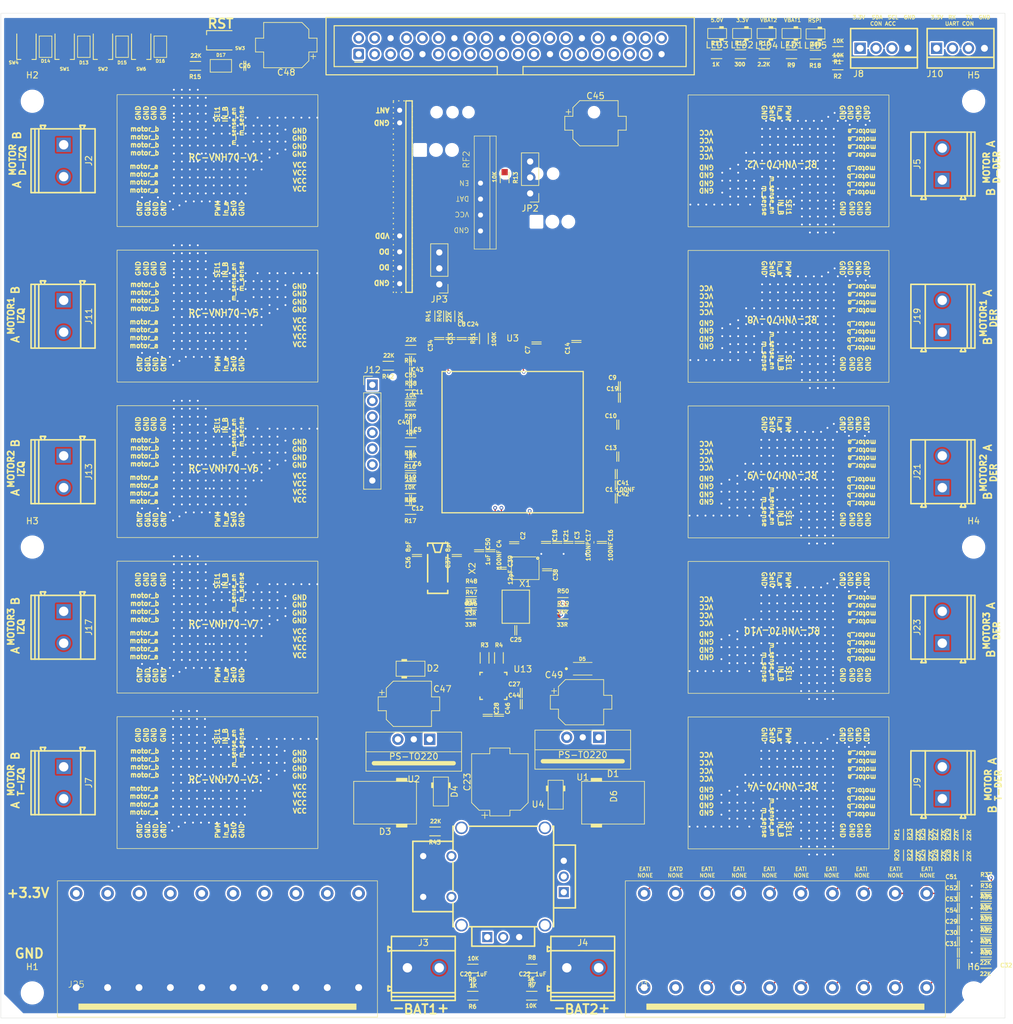
<source format=kicad_pcb>
(kicad_pcb (version 20241229) (generator "pcbnew") (generator_version "9.0")
  (title_block (date "2025-12-01") (rev "1.0"))
  (layers (0 "F.Cu" signal) (4 "In1.Cu" signal) (6 "In2.Cu" signal) (2 "B.Cu" signal) (13 "F.Paste" user) (15 "B.Paste" user) (5 "F.SilkS" user "F.Silkscreen") (7 "B.SilkS" user "B.Silkscreen") (1 "F.Mask" user) (3 "B.Mask" user) (25 "Edge.Cuts" user))
  (net 0 "")
  (net 1 "GND")
  (net 2 "+3.3V")
  (net 3 "VDDA")
  (net 4 "/LS_DELANTERO_DX_180G")
  (net 5 "/LS_DELANTERO_DX_0G")
  (net 6 "/LS_DELANTERO_IX_180G")
  (net 7 "/LS_DELANTERO_IX_0G")
  (net 8 "/VBAT_1")
  (net 9 "/motor_driver/SEL0")
  (net 10 "/motor_driver/SEL1")
  (net 11 "/motor_driver/M_SENSE")
  (net 12 "/motor_driver/M_SENSE_EN")
  (net 13 "/motor_driver1/M_SENSE_EN")
  (net 14 "/motor_driver1/SEL0")
  (net 15 "/motor_driver1/SEL1")
  (net 16 "/motor_driver1/M_SENSE")
  (net 17 "/motor_driver2/SEL0")
  (net 18 "/motor_driver2/M_SENSE")
  (net 19 "/VBAT_2")
  (net 20 "/motor_driver2/SEL1")
  (net 21 "/motor_driver2/M_SENSE_EN")
  (net 22 "/motor_driver3/M_SENSE_EN")
  (net 23 "/motor_driver3/SEL1")
  (net 24 "/motor_driver3/SEL0")
  (net 25 "/motor_driver3/M_SENSE")
  (net 26 "/motor_driver4/M_SENSE")
  (net 27 "/motor_driver4/SEL1")
  (net 28 "/motor_driver4/SEL0")
  (net 29 "/motor_driver4/M_SENSE_EN")
  (net 30 "/motor_driver5/SEL0")
  (net 31 "/motor_driver5/M_SENSE_EN")
  (net 32 "/motor_driver5/M_SENSE")
  (net 33 "/motor_driver5/SEL1")
  (net 34 "/motor_driver6/M_SENSE")
  (net 35 "/motor_driver6/M_SENSE_EN")
  (net 36 "/motor_driver6/SEL0")
  (net 37 "/motor_driver6/SEL1")
  (net 38 "/motor_driver7/SEL0")
  (net 39 "/motor_driver7/M_SENSE")
  (net 40 "/motor_driver7/M_SENSE_EN")
  (net 41 "/motor_driver7/SEL1")
  (net 42 "/motor_driver8/SEL0")
  (net 43 "/motor_driver8/M_SENSE")
  (net 44 "/motor_driver8/M_SENSE_EN")
  (net 45 "/motor_driver8/SEL1")
  (net 46 "/motor_driver9/M_SENSE_EN")
  (net 47 "/motor_driver9/SEL0")
  (net 48 "/motor_driver9/M_SENSE")
  (net 49 "/motor_driver9/SEL1")
  (net 50 "+5V")
  (net 51 "/nrst")
  (net 52 "/NJTRST")
  (net 53 "/PWM_DELANTERO_IZQ")
  (net 54 "/PWM_DELANTERO_DER")
  (net 55 "/DIR_B_DELANTERO_IZQ")
  (net 56 "/DIR_A_DELANTERO_IZQ")
  (net 57 "/PWM_TRASERO_IZQ")
  (net 58 "/PWM_TRASERO_DER")
  (net 59 "/DIR_A_MOTOR_IZQ")
  (net 60 "/DIR_B_MOTOR_IZQ")
  (net 61 "/PWM_MOTOR_1_IZQ")
  (net 62 "/PWM_MOTOR_2_IZQ")
  (net 63 "/PWM_MOTOR_3_IZQ")
  (net 64 "/DIR_A_MOTOR_DER")
  (net 65 "/DIR_B_MOTOR_DER")
  (net 66 "/PWM_MOTOR_1_DER")
  (net 67 "/PWM_MOTOR_2_DER")
  (net 68 "/PWM_MOTOR_3_DER")
  (net 69 "/motor_driver/MA")
  (net 70 "/motor_driver/MB")
  (net 71 "/motor_driver1/MA")
  (net 72 "/motor_driver1/MB")
  (net 73 "/motor_driver2/MB")
  (net 74 "/motor_driver2/MA")
  (net 75 "/motor_driver3/MA")
  (net 76 "/motor_driver3/MB")
  (net 77 "/motor_driver4/MB")
  (net 78 "/motor_driver4/MA")
  (net 79 "/motor_driver5/MB")
  (net 80 "/motor_driver5/MA")
  (net 81 "/motor_driver6/MB")
  (net 82 "/motor_driver6/MA")
  (net 83 "/motor_driver7/MB")
  (net 84 "/motor_driver7/MA")
  (net 85 "/motor_driver8/MB")
  (net 86 "/motor_driver8/MA")
  (net 87 "/motor_driver9/MA")
  (net 88 "/motor_driver9/MB")
  (net 89 "/LS_TRASERO_DX_180G")
  (net 90 "/LS_TRASERO_DX_0G")
  (net 91 "/ENC_A_DELANTERO_DER")
  (net 92 "/ENC_A_TRASERO_DER")
  (net 93 "/ENC_A_MOTOR_2_IZQ")
  (net 94 "/LS_TRASERO_IX_180G")
  (net 95 "/ENC_A_DELANTERO_IZQ")
  (net 96 "/LS_TRASERO_IX_0G")
  (net 97 "/ENC_A_MOTOR_3_IZQ")
  (net 98 "/ENC_A_MOTOR_1_DER")
  (net 99 "/ENC_A_MOTOR_1_IZQ")
  (net 100 "Net-(D1-K)")
  (net 101 "Net-(JP3-C)")
  (net 103 "/ENC_A_MOTOR_3_DER")
  (net 104 "/ENC_A_TRASERO_IZQ")
  (net 105 "/ENC_A_MOTOR_2_DER")
  (net 107 "Net-(LED1-A)")
  (net 108 "Net-(LED2-A)")
  (net 109 "Net-(LED3-A)")
  (net 110 "Net-(LED4-A)")
  (net 111 "/DIR_A_DELANTERO_DER")
  (net 112 "/vcap2")
  (net 113 "/vcap1")
  (net 114 "/UART_RX")
  (net 115 "/UART_TX")
  (net 116 "/FLASH_IO_3")
  (net 117 "/FLASH_CLK")
  (net 118 "/FLASH_CS")
  (net 119 "/FLASH_IO_1")
  (net 120 "/FLASH_IO_2")
  (net 121 "/FLASH_IO_0")
  (net 146 "Net-(J6-3V3-Pad1)")
  (net 155 "/RPI_GPIO_18")
  (net 157 "/RPI_GPIO_16")
  (net 160 "/DIR_B_DELANTERO_DER")
  (net 162 "/RPI_GPIO_SDA")
  (net 167 "/RPI_GPIO_17")
  (net 168 "/RPI_GPIO_SCL")
  (net 172 "Net-(LED5-A)")
  (net 176 "/RF_DATA_EN")
  (net 219 "Net-(JP2-C)")
  (net 220 "/RF_DATA_UART_TX")
  (net 221 "/RF_DATA_TIMER")
  (net 222 "/RF_DATA_IN_UART")
  (net 223 "/RF_DATA_IN_TIM")
  (net 224 "/XTAL_32K_IN")
  (net 225 "/XTAL_32K_OUT")
  (net 226 "/XTAL_25M_OUT")
  (net 227 "/XTAL_25M_IN")
  (net 228 "/RPI_UART2_TX")
  (net 229 "/RPI_SPI_MISO")
  (net 230 "/RPI_SPI_CLK")
  (net 231 "/RPI_UART2_RX")
  (net 232 "/RPI_SPI_MOSI")
  (net 233 "/RPI_SPI_CS")
  (net 236 "/ADC_VBAT1")
  (net 237 "/ADC_VBAT2")
  (net 238 "/JOY_PB")
  (net 239 "/JOY_DIRB")
  (net 240 "/JOY_DIRA")
  (net 245 "/ACC_I2C_SDA")
  (net 246 "/ACC_I2C_SCL")
  (net 247 "Net-(U13-REGOUT)")
  (net 248 "/acc-gyr/NCS")
  (net 249 "/BUTON1")
  (net 250 "/BUTON2")
  (net 251 "/BUTON4")
  (net 252 "/BUTON3")
  (net 253 "Net-(U3-VBAT)")
  (net 254 "Net-(U3-BOOT0)")
  (net 255 "Net-(U3-PDR_ON)")
  (net 256 "/ACC_GYR_SDA")
  (net 257 "/ACC_GYR_SCL")
  (net 258 "Net-(U8-IO3)")
  (net 259 "Net-(U8-CLK)")
  (net 260 "Net-(U8-DI)")
  (net 261 "Net-(U8-DO)")
  (net 262 "Net-(U8-IO2)")
  (net 263 "/ACC_GYR_INT")
  (net 264 "/JTMS{slash}SWDIO")
  (net 265 "/JTCK{slash}SWCLK")
  (net 266 "/JTDI")
  (net 267 "/JTDO")
  (net 268 "/DIR_A_TRASERO_IZQ")
  (net 269 "/DIR_B_TRASERO_IZQ")
  (net 270 "/DIR_A_TRASERO_DER")
  (net 271 "/DIR_B_TRASERO_DER")
  (footprint "4ms_Capacitor:C_0603" (layer "F.Cu") (at 169.684 109.796 90)
    (property "Reference" "C24")
    (property "Value" "100NF" (hide yes))
  )
  (footprint "EasyEDA:QFN-24_L4.0-W4.0-P0.50-TL-EP2.6" (layer "F.Cu") (at 172.974 165.1)
    (property "Reference" "U13")
    (property "Value" "ICM-20689")
  )
  (footprint "4ms_Capacitor:C_0603" (layer "F.Cu") (at 247.066 204.03)
    (property "Reference" "C29")
    (property "Value" "100NF" (hide yes))
  )
  (footprint "MG_footprints:RC-VNH70-V1" (layer "F.Cu") (at 236 145.2925 180)
    (property "Reference" "RC-VNH70-V10")
    (property "Value" "~")
  )
  (footprint "4ms_Resistor:R_0603" (layer "F.Cu") (at 251.472 196.918 180)
    (property "Reference" "R37")
    (property "Value" "22K")
  )
  (footprint "EasyEDA:LQFP-176_L24.0-W24.0-P0.50-LS26.0-BL" (layer "F.Cu") (at 176.034 126.29)
    (property "Reference" "U3")
    (property "Value" "STM32H743IIT6")
  )
  (footprint "4ms_Resistor:R_0603" (layer "F.Cu") (at 247.154 188.79 -90)
    (property "Reference" "R29")
    (property "Value" "22K")
  )
  (footprint "4ms_Capacitor:C_0603" (layer "F.Cu") (at 181.368 142.25 -90)
    (property "Reference" "C18")
    (property "Value" "100NF" (hide yes))
  )
  (footprint "EasyEDA:CONN-TH_2P-P5.08_DIBO_DB128V-5.08" (layer "F.Cu") (at 244.5 180.535 90)
    (property "Reference" "J9")
    (property "Value" "Screw_Terminal_01x02")
  )
  (footprint "EasyEDA:CONN-TH_2P-P5.08_DIBO_DB128V-5.08" (layer "F.Cu") (at 104.5 106.24 -90)
    (property "Reference" "J11")
    (property "Value" "Screw_Terminal_01x02")
  )
  (footprint "MG_footprints:RC-VNH70-V1" (layer "F.Cu") (at 236 170.0575 180)
    (property "Reference" "RC-VNH70-V4")
    (property "Value" "~")
  )
  (footprint "Snapeda:SMF3.3_SODFL3718X108N" (layer "F.Cu") (at 187.198 162.374)
    (property "Reference" "D5")
    (property "Value" "SMF3.3")
  )
  (footprint "EasyEDA:Itla_RC_RF_433MHz_transmitter" (layer "F.Cu") (at 181.6675 77.0405 180)
    (property "Reference" "RF2")
    (property "Value" "~")
  )
  (footprint "Diode_SMD_AKL:D_SMC" (layer "F.Cu") (at 192.036 183.71)
    (property "Reference" "D1")
    (property "Value" "SS54" (hide yes))
  )
  (footprint "4ms_Resistor:R_0603" (layer "F.Cu") (at 251.472 205.808 180)
    (property "Reference" "R32")
    (property "Value" "22K")
  )
  (footprint "4ms_Capacitor:C_0603" (layer "F.Cu") (at 183.146 142.25 -90)
    (property "Reference" "C21")
    (property "Value" "100NF" (hide yes))
  )
  (footprint "MountingHole:MountingHole_3.2mm_M3" (layer "F.Cu") (at 99.5 143)
    (property "Reference" "H3")
    (property "Value" "MountingHole")
  )
  (footprint "MG_footprints:RC-VNH70-V1" (layer "F.Cu") (at 236 95.7625 180)
    (property "Reference" "RC-VNH70-V8")
    (property "Value" "~")
  )
  (footprint "4ms_Resistor:R_0603" (layer "F.Cu") (at 251.472 207.586 180)
    (property "Reference" "R31")
    (property "Value" "22K")
  )
  (footprint "4ms_Resistor:R_0603" (layer "F.Cu") (at 251.472 198.696 180)
    (property "Reference" "R36")
    (property "Value" "22K")
  )
  (footprint "Diode_SMD_AKL:D_SOD-323_TVS" (layer "F.Cu") (at 113.804 63.314 90)
    (property "Reference" "D15")
    (property "Value" "PESD3V3L1BA" (hide yes))
  )
  (footprint "EasyEDA:CONN-TH_2P-P5.08_DIBO_DB128V-5.08" (layer "F.Cu") (at 244.5 131.005 90)
    (property "Reference" "J21")
    (property "Value" "Screw_Terminal_01x02")
  )
  (footprint "4ms_Resistor:R_0603" (layer "F.Cu") (at 251.472 204.03 180)
    (property "Reference" "R33")
    (property "Value" "22K")
  )
  (footprint "Capacitor_SMD_AKL:CP_Elec_6.3x5.9" (layer "F.Cu") (at 159.512 167.962)
    (property "Reference" "C47")
    (property "Value" "100uF" (hide yes))
  )
  (footprint "4ms_Resistor:R_0603" (layer "F.Cu") (at 224.294 64.584)
    (property "Reference" "R18")
    (property "Value" "300")
  )
  (footprint "4ms_Capacitor:C_0603" (layer "F.Cu") (at 159.776 135.45 180)
    (property "Reference" "C12")
    (property "Value" "100NF" (hide yes))
  )
  (footprint "4ms_Capacitor:C_0603" (layer "F.Cu") (at 247.066 205.808)
    (property "Reference" "C30")
    (property "Value" "100NF" (hide yes))
  )
  (footprint "Diode_SMD_AKL:D_SOD-123F" (layer "F.Cu") (at 164.604 181.932 -90)
    (property "Reference" "D4")
    (property "Value" "SMF24CA" (hide yes))
  )
  (footprint "4ms_Capacitor:C_0603" (layer "F.Cu") (at 172.074 169.793 -90)
    (property "Reference" "C28")
    (property "Value" "10NF" (hide yes))
  )
  (footprint "MountingHole:MountingHole_3.2mm_M3" (layer "F.Cu") (at 249.5 214)
    (property "Reference" "H6")
    (property "Value" "MountingHole")
  )
  (footprint "Diode_SMD_AKL:D_SOD-123F" (layer "F.Cu") (at 159.766 162.374)
    (property "Reference" "D2")
    (property "Value" "SMF5.0A" (hide yes))
  )
  (footprint "4ms_Resistor:R_0603" (layer "F.Cu") (at 159.776 133.778)
    (property "Reference" "R45")
    (property "Value" "10K")
  )
  (footprint "4ms_Resistor:R_0603" (layer "F.Cu") (at 166.128 106.24 -90)
    (property "Reference" "R40")
    (property "Value" "22K")
  )
  (footprint "EasyEDA:SW-SMD_L3.9-W3.0-P4.45" (layer "F.Cu") (at 98.564 63.314 90)
    (property "Reference" "SW4")
    (property "Value" "TS-1088-AR02016")
  )
  (footprint "EasyEDA:CONN-TH_2P-P5.08_DIBO_DB128V-5.08" (layer "F.Cu") (at 244.5 82 90)
    (property "Reference" "J5")
    (property "Value" "Screw_Terminal_01x02")
  )
  (footprint "EasyEDA:SW-SMD_L3.9-W3.0-P4.45" (layer "F.Cu") (at 104.66 63.314 90)
    (property "Reference" "SW1")
    (property "Value" "TS-1088-AR02016")
  )
  (footprint "4ms_Resistor:R_0603" (layer "F.Cu") (at 169.43 153.738 180)
    (property "Reference" "R46")
    (property "Value" "33R")
  )
  (footprint "4ms_Capacitor:C_0603" (layer "F.Cu") (at 186.194 110.25 90)
    (property "Reference" "C14")
    (property "Value" "100NF" (hide yes))
  )
  (footprint "LED_SMD_AKL:LED_0603_1608Metric" (layer "F.Cu") (at 212.598 61.214 180)
    (property "Reference" "LED2")
    (property "Value" "LED_0603_Red" (hide yes))
  )
  (footprint "4ms_Capacitor:C_0603" (layer "F.Cu") (at 159.776 115.13 180)
    (property "Reference" "C35")
    (property "Value" "100NF" (hide yes))
  )
  (footprint "EasyEDA:CONN-TH_2P-P5.08_DIBO_DB128V-5.08" (layer "F.Cu") (at 104.5 155.77 -90)
    (property "Reference" "J17")
    (property "Value" "Screw_Terminal_01x02")
  )
  (footprint "4ms_Resistor:R_0603" (layer "F.Cu") (at 174.764 84.142 90)
    (property "Reference" "R13")
    (property "Value" "10K")
  )
  (footprint "4ms_Capacitor:C_0603" (layer "F.Cu") (at 192.544 135.25)
    (property "Reference" "C1")
    (property "Value" "100NF")
  )
  (footprint "MG_footprints:RC-VNH70-V1" (layer "F.Cu") (at 113 141.4825)
    (property "Reference" "RC-VNH70-V6")
    (property "Value" "~")
  )
  (footprint "4ms_Capacitor:C_0603" (layer "F.Cu") (at 173.852 169.793 -90)
    (property "Reference" "C46")
    (property "Value" "0.47uF" (hide yes))
  )
  (footprint "Diode_SMD_AKL:D_SOD-323_TVS" (layer "F.Cu") (at 107.708 63.314 90)
    (property "Reference" "D13")
    (property "Value" "PESD3V3L1BA" (hide yes))
  )
  (footprint "MountingHole:MountingHole_3.2mm_M3" (layer "F.Cu") (at 249.5 72)
    (property "Reference" "H5")
    (property "Value" "MountingHole")
  )
  (footprint "4ms_Resistor:R_0603" (layer "F.Cu") (at 208.534 64.516 180)
    (property "Reference" "R11")
    (property "Value" "1K")
  )
  (footprint "4ms_Capacitor:C_0603" (layer "F.Cu") (at 172.478 143.578 -90)
    (property "Reference" "C4")
    (property "Value" "100NF")
  )
  (footprint "MG_footprints:DG250T-5.0-20P" (layer "F.Cu") (at 197 213.15)
    (property "Reference" "J1")
    (property "Value" "Conn_02x20_Socket_DG250T-5.0-20P")
  )
  (footprint "Capacitor_SMD_AKL:CP_Elec_8x6.2" (layer "F.Cu") (at 174.002 180.408 90)
    (property "Reference" "C23")
    (property "Value" "100uF" (hide yes))
  )
  (footprint "4ms_Resistor:R_0603" (layer "F.Cu") (at 220.472 64.516)
    (property "Reference" "R9")
    (property "Value" "2.2K")
  )
  (footprint "4ms_Resistor:R_0603" (layer "F.Cu") (at 212.344 64.516 180)
    (property "Reference" "R12")
    (property "Value" "300")
  )
  (footprint "EasyEDA:CONN-TH_2P-P5.08_DIBO_DB128V-5.08" (layer "F.Cu") (at 104.5 180.535 -90)
    (property "Reference" "J7")
    (property "Value" "Screw_Terminal_01x02")
  )
  (footprint "EasyEDA:JOYTICK-TH_YF16S-FL7.2-B5KB-45-10-Y_1" (layer "F.Cu") (at 172.986 196.41)
    (property "Reference" "U4")
    (property "Value" "YK16S-L7.2-B10KA(32-8)-G-A29")
  )
  (footprint "4ms_Resistor:R_0603" (layer "F.Cu") (at 169.684 210.126)
    (property "Reference" "R5")
    (property "Value" "10K")
  )
  (footprint "4ms_Capacitor:C_0603" (layer "F.Cu") (at 133.362 66.362)
    (property "Reference" "C26")
    (property "Value" "100NF" (hide yes))
  )
  (footprint "4ms_Capacitor:C_0603" (layer "F.Cu") (at 159.776 116.908 180)
    (property "Reference" "C11")
    (property "Value" "100NF" (hide yes))
  )
  (footprint "EasyEDA:MC-306_4P-L8.0-W3.2-P5.5-BL" (layer "F.Cu") (at 164.096 146.372 -90)
    (property "Reference" "X2")
    (property "Value" "Q13MC3061000300")
  )
  (footprint "4ms_Resistor:R_0603" (layer "F.Cu") (at 184.04 153.75 180)
    (property "Reference" "R49")
    (property "Value" "33R")
  )
  (footprint "4ms_Capacitor:C_0603" (layer "F.Cu") (at 179.844 110.5 90)
    (property "Reference" "C7")
    (property "Value" "100NF" (hide yes))
  )
  (footprint "4ms_Resistor:R_0603" (layer "F.Cu") (at 169.684 214.444)
    (property "Reference" "R6")
    (property "Value" "1K")
  )
  (footprint "4ms_Capacitor:C_0603" (layer "F.Cu") (at 247.066 196.918)
    (property "Reference" "C51")
    (property "Value" "100NF" (hide yes))
  )
  (footprint "4ms_Resistor:R_0603" (layer "F.Cu") (at 171.566 160.649 -90)
    (property "Reference" "R3")
    (property "Value" "10K" (hide yes))
  )
  (footprint "4ms_Capacitor:C_0603" (layer "F.Cu") (at 193.052 119.194)
    (property "Reference" "C19")
    (property "Value" "100NF" (hide yes))
  )
  (footprint "EasyEDA:CONN-TH_DB125-2.54-4P-GN" (layer "F.Cu") (at 247.408 63.568)
    (property "Reference" "J10")
    (property "Value" "DB125-2.54-4P-GN")
  )
  (footprint "4ms_Capacitor:C_0603" (layer "F.Cu") (at 166.128 109.796 90)
    (property "Reference" "C33")
    (property "Value" "100NF" (hide yes))
  )
  (footprint "Diode_SMD_AKL:D_SOD-323_TVS" (layer "F.Cu") (at 129.552 66.362)
    (property "Reference" "D17")
    (property "Value" "PESD3V3L1BA" (hide yes))
  )
  (footprint "4ms_Capacitor:C_0603" (layer "F.Cu") (at 159.776 122.898 180)
    (property "Reference" "C5")
    (property "Value" "100NF" (hide yes))
  )
  (footprint "Crystal_AKL:Crystal_SMD_3225-4Pin_3.2x2.5mm" (layer "F.Cu") (at 178.04 146.372 180)
    (property "Reference" "X1")
    (property "Value" "SMD3225-4" (hide yes))
  )
  (footprint "SparkFun-Connector:2x20_Shrouded" (layer "F.Cu") (at 151.51 64.5 90)
    (property "Reference" "J6")
    (property "Value" "Raspberry_Pi_2x20_PTH")
  )
  (footprint "MG_footprints:RC-VNH70-V1" (layer "F.Cu") (at 113 91.9525)
    (property "Reference" "RC-VNH70-V1")
    (property "Value" "~")
  )
  (footprint "4ms_Capacitor:C_0603" (layer "F.Cu") (at 193.052 117.416)
    (property "Reference" "C9")
    (property "Value" "100NF" (hide yes))
  )
  (footprint "4ms_Resistor:R_0603" (layer "F.Cu") (at 159.776 130.116)
    (property "Reference" "R19")
    (property "Value" "10K")
  )
  (footprint "EasyEDA:CONN-TH_2P-P5.08_DIBO_DB128V-5.08" (layer "F.Cu") (at 244.5 155.77 90)
    (property "Reference" "J23")
    (property "Value" "Screw_Terminal_01x02")
  )
  (footprint "4ms_Resistor:R_0603" (layer "F.Cu") (at 171.462 109.796 -90)
    (property "Reference" "R51")
    (property "Value" "100K")
  )
  (footprint "EasyEDA:Itla_RC_rf_433mhz_receiver" (layer "F.Cu") (at 160.032 87.19 180)
    (property "Reference" "RF1" (hide yes))
    (property "Value" "Receptor 433Mhz" (hide yes))
  )
  (footprint "Diode_SMD_AKL:D_SOD-123F" (layer "F.Cu") (at 182.892 182.44 -90)
    (property "Reference" "D6")
    (property "Value" "SMF24CA" (hide yes))
  )
  (footprint "4ms_Resistor:R_0603" (layer "F.Cu") (at 227.85 64.008)
    (property "Reference" "R1")
    (property "Value" "10K")
  )
  (footprint "4ms_Resistor:R_0603" (layer "F.Cu") (at 173.852 160.649 -90)
    (property "Reference" "R4")
    (property "Value" "10K" (hide yes))
  )
  (footprint "MG_footprints:RC-VNH70-V1" (layer "F.Cu") (at 113 191.0125)
    (property "Reference" "RC-VNH70-V3")
    (property "Value" "~")
  )
  (footprint "MG_footprints:PS-TO-220-3_Vertical" (layer "F.Cu") (at 160.286 173.6125 180)
    (property "Reference" "U2")
    (property "Value" "PS-TO220")
  )
  (footprint "4ms_Capacitor:C_0603" (layer "F.Cu") (at 164.35 109.796 90)
    (property "Reference" "C34")
    (property "Value" "100NF" (hide yes))
  )
  (footprint "4ms_Resistor:R_0603" (layer "F.Cu") (at 169.43 151.96 180)
    (property "Reference" "R47")
    (property "Value" "33R")
  )
  (footprint "4ms_Resistor:R_0603" (layer "F.Cu") (at 243.09 188.79 -90)
    (property "Reference" "R25")
    (property "Value" "22K")
  )
  (footprint "4ms_Resistor:R_0603" (layer "F.Cu") (at 164.35 106.24 -90)
    (property "Reference" "R41")
    (property "Value" "22K")
  )
  (footprint "Diode_SMD_AKL:D_SOD-323_TVS" (layer "F.Cu") (at 119.9 63.314 90)
    (property "Reference" "D16")
    (property "Value" "PESD3V3L1BA" (hide yes))
  )
  (footprint "MountingHole:MountingHole_3.2mm_M3" (layer "F.Cu") (at 99.5 214)
    (property "Reference" "H1")
    (property "Value" "MountingHole")
  )
  (footprint "4ms_Capacitor:C_0603" (layer "F.Cu") (at 184.924 142.25 -90)
    (property "Reference" "C3")
    (property "Value" "100NF" (hide yes))
  )
  (footprint "EasyEDA:CONN-TH_2P-P5.08_DIBO_DB128V-5.08" (layer "F.Cu") (at 161.81 210)
    (property "Reference" "J3")
    (property "Value" "Screw_Terminal_01x02")
  )
  (footprint "4ms_Resistor:R_0603" (layer "F.Cu") (at 169.43 150.182 180)
    (property "Reference" "R48")
    (property "Value" "33R")
  )
  (footprint "4ms_Resistor:R_0603" (layer "F.Cu") (at 216.154 64.516 180)
    (property "Reference" "R10")
    (property "Value" "2.2K")
  )
  (footprint "SparkFun-Capacitor:C_0603_1608Metric" (layer "F.Cu") (at 188.48 142.25 90)
    (property "Reference" "L1")
    (property "Value" "130nH")
  )
  (footprint "4ms_Resistor:R_0603" (layer "F.Cu") (at 251.472 200.474 180)
    (property "Reference" "R35")
    (property "Value" "22K")
  )
  (footprint "4ms_Capacitor:C_0603" (layer "F.Cu") (at 177.408 168.015)
    (property "Reference" "C44")
    (property "Value" "2.2uF" (hide yes))
  )
  (footprint "EasyEDA:CONN-TH_2P-P5.08_DIBO_DB128V-5.08" (layer "F.Cu") (at 187.21 210)
    (property "Reference" "J4")
    (property "Value" "Screw_Terminal_01x02")
  )
  (footprint "EasyEDA:CONN-TH_2P-P5.08_DIBO_DB128V-5.08" (layer "F.Cu") (at 244.5 106.24 90)
    (property "Reference" "J19")
    (property "Value" "Screw_Terminal_01x02")
  )
  (footprint "MG_footprints:PS-TO-220-3_Vertical" (layer "F.Cu") (at 187.21 173.296 180)
    (property "Reference" "U1")
    (property "Value" "PS-TO220")
  )
  (footprint "Capacitor_SMD_AKL:CP_Elec_6.3x5.9" (layer "F.Cu") (at 189.242 75.506)
    (property "Reference" "C45")
    (property "Value" "100uF" (hide yes))
  )
  (footprint "4ms_Resistor:R_0603" (layer "F.Cu") (at 159.778 111.574)
    (property "Reference" "R44")
    (property "Value" "22K")
  )
  (footprint "4ms_Capacitor:C_0603" (layer "F.Cu") (at 192.544 131.386 180)
    (property "Reference" "C41")
    (property "Value" "100NF" (hide yes))
  )
  (footprint "Diode_SMD_AKL:D_SOD-323_TVS" (layer "F.Cu") (at 101.612 63.314 90)
    (property "Reference" "D14")
    (property "Value" "PESD3V3L1BA" (hide yes))
  )
  (footprint "LED_SMD_AKL:LED_0603_1608Metric" (layer "F.Cu") (at 208.622 61.214 180)
    (property "Reference" "LED3")
    (property "Value" "LED_0603_Red" (hide yes))
  )
  (footprint "4ms_Resistor:R_0603" (layer "F.Cu") (at 239.026 188.79 -90)
    (property "Reference" "R21")
    (property "Value" "22K")
  )
  (footprint "4ms_Resistor:R_0603" (layer "F.Cu") (at 156.222 114.114)
    (property "Reference" "R42")
    (property "Value" "22K")
  )
  (footprint "4ms_Capacitor:C_0603" (layer "F.Cu") (at 190.258 142.25 -90)
    (property "Reference" "C16")
    (property "Value" "100NF")
  )
  (footprint "Connector_PinHeader_2.54mm:PinHeader_1x07_P2.54mm_Vertical" (layer "F.Cu") (at 153.682 117.162)
    (property "Reference" "J12")
    (property "Value" "Conn_01x07")
  )
  (footprint "Connector_PinHeader_2.54mm:PinHeader_1x03_P2.54mm_Vertical" (layer "F.Cu") (at 178.828 86.682 180)
    (property "Reference" "JP2")
    (property "Value" "Jumper_3_Bridged12")
  )
  (footprint "4ms_Capacitor:C_0603" (layer "F.Cu") (at 176.288 142.308 -90)
    (property "Reference" "C2")
    (property "Value" "100NF" (hide yes))
  )
  (footprint "4ms_Resistor:R_0603" (layer "F.Cu") (at 179.082 214.444 180)
    (property "Reference" "R7")
    (property "Value" "10K")
  )
  (footprint "4ms_Capacitor:C_0603" (layer "F.Cu") (at 181.54 146.622 90)
    (property "Reference" "C38")
    (property "Value" "12pF" (hide yes))
  )
  (footprint "LED_SMD_AKL:LED_0603_1608Metric" (layer "F.Cu") (at 224.294 61.282 180)
    (property "Reference" "LED5")
    (property "Value" "LED_0603_Red" (hide yes))
  )
  (footprint "4ms_Resistor:R_0603" (layer "F.Cu") (at 125.488 66.362)
    (property "Reference" "R15")
    (property "Value" "22K")
  )
  (footprint "4ms_Capacitor:C_0603" (layer "F.Cu") (at 247.066 209.364)
    (property "Reference" "C32")
    (property "Value" "100NF" (hide yes))
  )
  (footprint "EasyEDA:CONN-TH_2P-P5.08_DIBO_DB128V-5.08" (layer "F.Cu") (at 104.5 131.005 -90)
    (property "Reference" "J13")
    (property "Value" "Screw_Terminal_01x02")
  )
  (footprint "MG_footprints:RC-VNH70-V1" (layer "F.Cu") (at 113 166.2475)
    (property "Reference" "RC-VNH70-V7")
    (property "Value" "~")
  )
  (footprint "4ms_Capacitor:C_0603" (layer "F.Cu") (at 247.066 198.696)
    (property "Reference" "C52")
    (property "Value" "100NF" (hide yes))
  )
  (footprint "4ms_Capacitor:C_0603" (layer "F.Cu") (at 247.066 200.474)
    (property "Reference" "C53")
    (property "Value" "100NF" (hide yes))
  )
  (footprint "4ms_Resistor:R_0603" (layer "F.Cu") (at 241.058 192.092 -90)
    (property "Reference" "R22")
    (property "Value" "22K")
  )
  (footprint "Connector_PinHeader_2.54mm:PinHeader_1x03_P2.54mm_Vertical" (layer "F.Cu") (at 164.35 101.16 180)
    (property "Reference" "JP3")
    (property "Value" "Jumper_3_Bridged12")
  )
  (footprint "EasyEDA:CONN-TH_DB125-2.54-4P-GN" (layer "F.Cu") (at 235.216 63.568)
    (property "Reference" "J8")
    (property "Value" "DB125-2.54-4P-GN")
  )
  (footprint "LED_SMD_AKL:LED_0603_1608Metric" (layer "F.Cu") (at 216.496 61.214 180)
    (property "Reference" "LED4")
    (property "Value" "LED_0603_Red" (hide yes))
  )
  (footprint "4ms_Capacitor:C_0603" (layer "F.Cu") (at 179.082 212.412)
    (property "Reference" "C22")
    (property "Value" "1uF")
  )
  (footprint "4ms_Capacitor:C_0603" (layer "F.Cu") (at 159.776 124.528)
    (property "Reference" "C40")
    (property "Value" "100NF" (hide yes))
  )
  (footprint "MountingHole:MountingHole_3.2mm_M3" (layer "F.Cu") (at 249.5 143)
    (property "Reference" "H4")
    (property "Value" "MountingHole")
  )
  (footprint "MG_footprints:RC-VNH70-V1" (layer "F.Cu") (at 236 120.5275 180)
    (property "Reference" "RC-VNH70-V9")
    (property "Value" "~")
  )
  (footprint "EasyEDA:SW-SMD_L3.9-W3.0-P4.45" (layer "F.Cu") (at 116.852 63.314 90)
    (property "Reference" "SW6")
    (property "Value" "TS-1088-AR02016")
  )
  (footprint "4ms_Capacitor:C_0603" (layer "F.Cu") (at 247.066 202.252)
    (property "Reference" "C54")
    (property "Value" "100NF" (hide yes))
  )
  (footprint "4ms_Resistor:R_0603" (layer "F.Cu") (at 241.058 188.79 -90)
    (property "Reference" "R23")
    (property "Value" "22K")
  )
  (footprint "4ms_Capacitor:C_0603" (layer "F.Cu") (at 174.29 146.372 -90)
    (property "Reference" "C39")
    (property "Value" "12pF")
  )
  (footprint "4ms_Resistor:R_0603" (layer "F.Cu") (at 159.778 126.306)
    (property "Reference" "R14")
    (property "Value" "10K")
  )
  (footprint "EasyEDA:SW-SMD_L3.9-W3.0-P4.45" (layer "F.Cu") (at 129.298 62.298)
    (property "Reference" "SW3")
    (property "Value" "TS-1088-AR02016")
  )
  (footprint "4ms_Capacitor:C_0603" (layer "F.Cu") (at 177.408 166.237)
    (property "Reference" "C27")
    (property "Value" "100NF" (hide yes))
  )
  (footprint "4ms_Resistor:R_0603" (layer "F.Cu") (at 239.026 192.092 -90)
    (property "Reference" "R20")
    (property "Value" "22K")
  )
  (footprint "4ms_Resistor:R_0603" (layer "F.Cu") (at 245.122 192.092 -90)
    (property "Reference" "R26")
    (property "Value" "22K")
  )
  (footprint "Capacitor_SMD_AKL:CP_Elec_6.3x5.9" (layer "F.Cu") (at 186.944 167.708)
    (property "Reference" "C49")
    (property "Value" "100uF" (hide yes))
  )
  (footprint "4ms_Capacitor:C_0603" (layer "F.Cu") (at 160.794 144.34 90)
    (property "Reference" "C36")
    (property "Value" "8pF")
  )
  (footprint "4ms_Capacitor:C_0603" (layer "F.Cu") (at 192.798 128.592)
    (property "Reference" "C13")
    (property "Value" "100NF" (hide yes))
  )
  (footprint "4ms_Capacitor:C_0603" (layer "F.Cu") (at 159.776 128.338 180)
    (property "Reference" "C6")
    (property "Value" "100NF" (hide yes))
  )
  (footprint "4ms_Resistor:R_0603" (layer "F.Cu") (at 227.85 66.294)
    (property "Reference" "R2")
    (property "Value" "10K")
  )
  (footprint "4ms_Resistor:R_0603" (layer "F.Cu") (at 247.154 192.092 -90)
    (property "Reference" "R28")
    (property "Value" "22K")
  )
  (footprint "4ms_Capacitor:C_0603" (layer "F.Cu") (at 169.684 212.412)
    (property "Reference" "C20")
    (property "Value" "1uF")
  )
  (footprint "4ms_Capacitor:C_0603" (layer "F.Cu") (at 167.144 144.34 90)
    (property "Reference" "C37")
    (property "Value" "8pF")
  )
  (footprint "MG_footprints:DG250T-5.0-20P" (layer "F.Cu") (at 106.5 213.15)
    (property "Reference" "J25")
    (property "Value" "Conn_02x20_Socket_DG250T-5.0-20P")
  )
  (footprint "Capacitor_SMD_AKL:CP_Elec_6.3x5.9" (layer "F.Cu") (at 139.966 63.06 180)
    (property "Reference" "C48")
    (property "Value" "100uF" (hide yes))
  )
  (footprint "4ms_Resistor:R_0603" (layer "F.Cu") (at 159.776 137.08)
    (property "Reference" "R17")
    (property "Value" "10K")
  )
  (footprint "EasyEDA:SW-SMD_L3.9-W3.0-P4.45" (layer "F.Cu") (at 110.756 63.314 90)
    (property "Reference" "SW2")
    (property "Value" "TS-1088-AR02016")
  )
  (footprint "4ms_Resistor:R_0603" (layer "F.Cu") (at 159.776 120.464)
    (property "Reference" "R39")
    (property "Value" "10K")
  )
  (footprint "4ms_Resistor:R_0603" (layer "F.Cu") (at 251.472 202.252 180)
    (property "Reference" "R34")
    (property "Value" "22K")
  )
  (footprint "4ms_Resistor:R_0603" (layer "F.Cu") (at 251.472 209.364 180)
    (property "Reference" "R30")
    (property "Value" "22K")
  )
  (footprint "MG_footprints:RC-VNH70-V1" (layer "F.Cu") (at 236 70.9975 180)
    (property "Reference" "RC-VNH70-V2")
    (property "Value" "~")
  )
  (footprint "4ms_Resistor:R_0603" (layer "F.Cu") (at 159.776 118.686 180)
    (property "Reference" "R38")
    (property "Value" "10K")
  )
  (footprint "4ms_Resistor:R_0603" (layer "F.Cu") (at 159.778 131.894 180)
    (property "Reference" "R16")
    (property "Value" "10K")
  )
  (footprint "4ms_Resistor:R_0603" (layer "F.Cu") (at 184.04 151.75 180)
    (property "Reference" "R50")
    (property "Value" "33R")
  )
  (footprint "EasyEDA:CONN-TH_2P-P5.08_DIBO_DB128V-5.08" (layer "F.Cu") (at 104.5 81.475 -90)
    (property "Reference" "J2")
    (property "Value" "Screw_Terminal_01x02")
  )
  (footprint "4ms_Resistor:R_0603" (layer "F.Cu") (at 179.082 210.126 180)
    (property "Reference" "R8")
    (property "Value" "1K")
  )
  (footprint "4ms_Resistor:R_0603" (layer "F.Cu") (at 245.122 188.79 -90)
    (property "Reference" "R27")
    (property "Value" "22K")
  )
  (footprint "4ms_Resistor:R_0603" (layer "F.Cu") (at 243.09 192.092 -90)
    (property "Reference" "R24")
    (property "Value" "22K")
  )
  (footprint "4ms_Capacitor:C_0603" (layer "F.Cu") (at 186.702 142.25 -90)
    (property "Reference" "C17")
    (property "Value" "100NF")
  )
  (footprint "4ms_Capacitor:C_0603" (layer "F.Cu") (at 176.542 156.25)
    (property "Reference" "C25")
    (property "Value" "100NF" (hide yes))
  )
  (footprint "EasyEDA:SOIC-8_L5.3-W5.3-P1.27-LS8.0-BL" (layer "F.Cu") (at 176.54 152.5 90)
    (property "Reference" "U8")
    (property "Value" "W25Q128JVSIQTR")
  )
  (footprint "4ms_Capacitor:C_0603" (layer "F.Cu") (at 167.906 109.796 90)
    (property "Reference" "C8")
    (property "Value" "100NF" (hide yes))
  )
  (footprint "Diode_SMD_AKL:D_SMC" (layer "F.Cu") (at 155.714 183.71 180)
    (property "Reference" "D3")
    (property "Value" "SS54" (hide yes))
  )
  (footprint "4ms_Capacitor:C_0603" (layer "F.Cu") (at 247.066 207.586)
    (property "Reference" "C31")
    (property "Value" "100NF" (hide yes))
  )
  (footprint "4ms_Capacitor:C_0603" (layer "F.Cu") (at 192.798 123.512)
    (property "Reference" "C10")
    (property "Value" "100NF" (hide yes))
  )
  (footprint "MountingHole:MountingHole_3.2mm_M3" (layer "F.Cu") (at 99.5 72)
    (property "Reference" "H2")
    (property "Value" "MountingHole")
  )
  (footprint "MG_footprints:RC-VNH70-V1" (layer "F.Cu") (at 113 116.7175)
    (property "Reference" "RC-VNH70-V5")
    (property "Value" "~")
  )
  (footprint "4ms_Capacitor:C_0603" (layer "F.Cu") (at 159.776 113.352 180)
    (property "Reference" "C43")
    (property "Value" "100NF" (hide yes))
  )
  (footprint "4ms_Capacitor:C_0603" (layer "F.Cu") (at 192.544 133.164 180)
    (property "Reference" "C42")
    (property "Value" "100NF" (hide yes))
  )
  (footprint "4ms_Resistor:R_0603" (layer "F.Cu") (at 163.676 188.282)
    (property "Reference" "R43")
    (property "Value" "22K")
  )
  (footprint "4ms_Capacitor:C_0603" (layer "F.Cu") (at 170.7 143.578 -90)
    (property "Reference" "C50")
    (property "Value" "1uF")
  )
  (footprint "LED_SMD_AKL:LED_0603_1608Metric" (layer "F.Cu") (at 220.472 61.214 180)
    (property "Reference" "LED1")
    (property "Value" "LED_0603_Red" (hide yes))
  )
  (gr_rect (start 94.5 58) (end 254.5 218) (stroke (width 0.05)) (fill no) (layer "Edge.Cuts"))
  (gr_text "NONE" (at 235.724 195.648 0) (layer "F.SilkS") (effects (font (size 0.6096 0.6096) (thickness 0.127) (bold yes)) (justify left bottom)))
  (gr_text "A" (at 252.984 79.502 90) (layer "F.SilkS") (effects (font (size 1.25 1.25) (thickness 0.25) (bold yes)) (justify left bottom)))
  (gr_text "5.0V" (at 207.518 59.436 0) (layer "F.SilkS") (effects (font (size 0.6096 0.6096) (thickness 0.127) (bold yes)) (justify left bottom)))
  (gr_text "CON ACC" (at 232.93 60.012 0) (layer "F.SilkS") (effects (font (size 0.6096 0.6096) (thickness 0.127) (bold yes)) (justify left bottom)))
  (gr_text "+" (at 189.496 217.238 0) (layer "F.SilkS") (effects (font (size 1.5 1.5) (thickness 0.3) (bold yes)) (justify left bottom)))
  (gr_text "A" (at 97.536 184.792 90) (layer "F.SilkS") (effects (font (size 1.25 1.25) (thickness 0.25) (bold yes)) (justify left bottom)))
  (gr_text "NONE" (at 215.658 195.648 0) (layer "F.SilkS") (effects (font (size 0.6096 0.6096) (thickness 0.127) (bold yes)) (justify left bottom)))
  (gr_text "NONE" (at 205.752 195.648 0) (layer "F.SilkS") (effects (font (size 0.6096 0.6096) (thickness 0.127) (bold yes)) (justify left bottom)))
  (gr_text "B" (at 252.476 110.998 90) (layer "F.SilkS") (effects (font (size 1.25 1.25) (thickness 0.25) (bold yes)) (justify left bottom)))
  (gr_text "GND" (at 250.202 58.996 0) (layer "F.SilkS") (effects (font (size 0.6096 0.6096) (thickness 0.127) (bold yes)) (justify left bottom)))
  (gr_text "MOTOR2\nIZQ" (at 98.298 130.556 90) (layer "F.SilkS") (effects (font (size 1 1) (thickness 0.25) (bold yes)) (justify bottom)))
  (gr_text "B" (at 97.536 102.87 90) (layer "F.SilkS") (effects (font (size 1.25 1.25) (thickness 0.25) (bold yes)) (justify left bottom)))
  (gr_text "EATI" (at 211.086 194.632 0) (layer "F.SilkS") (effects (font (size 0.6096 0.6096) (thickness 0.127) (bold yes)) (justify left bottom)))
  (gr_text "A" (at 253.238 177.8 90) (layer "F.SilkS") (effects (font (size 1.25 1.25) (thickness 0.25) (bold yes)) (justify left bottom)))
  (gr_text "EATI" (at 196.1 194.632 0) (layer "F.SilkS") (effects (font (size 0.6096 0.6096) (thickness 0.127) (bold yes)) (justify left bottom)))
  (gr_text "+" (at 163.842 217.238 0) (layer "F.SilkS") (effects (font (size 1.5 1.5) (thickness 0.3) (bold yes)) (justify left bottom)))
  (gr_text "A" (at 252.984 153.028 90) (layer "F.SilkS") (effects (font (size 1.25 1.25) (thickness 0.25) (bold yes)) (justify left bottom)))
  (gr_text "MOTOR3\nDER" (at 253.746 156.33 90) (layer "F.SilkS") (effects (font (size 1 1) (thickness 0.25) (bold yes)) (justify bottom)))
  (gr_text "B" (at 252.476 135.636 90) (layer "F.SilkS") (effects (font (size 1.25 1.25) (thickness 0.25) (bold yes)) (justify left bottom)))
  (gr_text "B" (at 253.238 185.554 90) (layer "F.SilkS") (effects (font (size 1.25 1.25) (thickness 0.25) (bold yes)) (justify left bottom)))
  (gr_text "EATI" (at 220.992 194.632 0) (layer "F.SilkS") (effects (font (size 0.6096 0.6096) (thickness 0.127) (bold yes)) (justify left bottom)))
  (gr_text "EATI" (at 230.644 194.632 0) (layer "F.SilkS") (effects (font (size 0.6096 0.6096) (thickness 0.127) (bold yes)) (justify left bottom)))
  (gr_text "UART CON" (at 244.868 60.012 0) (layer "F.SilkS") (effects (font (size 0.6096 0.6096) (thickness 0.127) (bold yes)) (justify left bottom)))
  (gr_text "NONE" (at 225.564 195.648 0) (layer "F.SilkS") (effects (font (size 0.6096 0.6096) (thickness 0.127) (bold yes)) (justify left bottom)))
  (gr_text "NONE" (at 240.804 195.648 0) (layer "F.SilkS") (effects (font (size 0.6096 0.6096) (thickness 0.127) (bold yes)) (justify left bottom)))
  (gr_text "B" (at 252.984 160.782 90) (layer "F.SilkS") (effects (font (size 1.25 1.25) (thickness 0.25) (bold yes)) (justify left bottom)))
  (gr_text "MOTOR\nT-DER" (at 254 183.554 90) (layer "F.SilkS") (effects (font (size 1 1) (thickness 0.25) (bold yes)) (justify left bottom)))
  (gr_text "GND" (at 238.264 58.996 0) (layer "F.SilkS") (effects (font (size 0.6096 0.6096) (thickness 0.127) (bold yes)) (justify left bottom)))
  (gr_text "EATI" (at 215.912 194.632 0) (layer "F.SilkS") (effects (font (size 0.6096 0.6096) (thickness 0.127) (bold yes)) (justify left bottom)))
  (gr_text "A" (at 252.476 103.244 90) (layer "F.SilkS") (effects (font (size 1.25 1.25) (thickness 0.25) (bold yes)) (justify left bottom)))
  (gr_text "MOTOR\nD-DER" (at 253.746 85.256 90) (layer "F.SilkS") (effects (font (size 1 1) (thickness 0.25) (bold yes)) (justify left bottom)))
  (gr_text "B" (at 97.536 177.038 90) (layer "F.SilkS") (effects (font (size 1.25 1.25) (thickness 0.25) (bold yes)) (justify left bottom)))
  (gr_text "-" (at 156.73 217.238 0) (layer "F.SilkS") (effects (font (size 1.5 1.5) (thickness 0.3) (bold yes)) (justify left bottom)))
  (gr_text "SDA" (at 233.184 58.996 0) (layer "F.SilkS") (effects (font (size 0.6096 0.6096) (thickness 0.127) (bold yes)) (justify left bottom)))
  (gr_text "B" (at 97.79 78.232 90) (layer "F.SilkS") (effects (font (size 1.25 1.25) (thickness 0.25) (bold yes)) (justify left bottom)))
  (gr_text "GND" (at 96.532 208.602 0) (layer "F.SilkS") (effects (font (size 1.5 1.5) (thickness 0.3) (bold yes)) (justify left bottom)))
  (gr_text "-" (at 182.384 217.238 0) (layer "F.SilkS") (effects (font (size 1.5 1.5) (thickness 0.3) (bold yes)) (justify left bottom)))
  (gr_text "RX" (at 245.376 58.996 0) (layer "F.SilkS") (effects (font (size 0.6096 0.6096) (thickness 0.127) (bold yes)) (justify left bottom)))
  (gr_text "3.3V" (at 242.582 58.996 0) (layer "F.SilkS") (effects (font (size 0.6096 0.6096) (thickness 0.127) (bold yes)) (justify left bottom)))
  (gr_text "VBAT2" (at 215.392 59.436 0) (layer "F.SilkS") (effects (font (size 0.6096 0.6096) (thickness 0.127) (bold yes)) (justify left bottom)))
  (gr_text "BAT2" (at 184.162 217.492 0) (layer "F.SilkS") (effects (font (size 1.5 1.5) (thickness 0.3) (bold yes)) (justify left bottom)))
  (gr_text "A" (at 97.536 110.624 90) (layer "F.SilkS") (effects (font (size 1.25 1.25) (thickness 0.25) (bold yes)) (justify left bottom)))
  (gr_text "EATD" (at 200.926 194.632 0) (layer "F.SilkS") (effects (font (size 0.6096 0.6096) (thickness 0.127) (bold yes)) (justify left bottom)))
  (gr_text "VBAT1" (at 219.202 59.436 0) (layer "F.SilkS") (effects (font (size 0.6096 0.6096) (thickness 0.127) (bold yes)) (justify left bottom)))
  (gr_text "MOTOR1\nDER" (at 253.238 106.546 90) (layer "F.SilkS") (effects (font (size 1 1) (thickness 0.25) (bold yes)) (justify bottom)))
  (gr_text "SCL" (at 235.724 58.996 0) (layer "F.SilkS") (effects (font (size 0.6096 0.6096) (thickness 0.127) (bold yes)) (justify left bottom)))
  (gr_text "MOTOR3\nIZQ" (at 98.298 155.702 90) (layer "F.SilkS") (effects (font (size 1 1) (thickness 0.25) (bold yes)) (justify bottom)))
  (gr_text "MOTOR2\nDER" (at 253.238 131.184 90) (layer "F.SilkS") (effects (font (size 1 1) (thickness 0.25) (bold yes)) (justify bottom)))
  (gr_text "EATI" (at 235.978 194.632 0) (layer "F.SilkS") (effects (font (size 0.6096 0.6096) (thickness 0.127) (bold yes)) (justify left bottom)))
  (gr_text "+3.3V" (at 95.262 198.95 0) (layer "F.SilkS") (effects (font (size 1.5 1.5) (thickness 0.3) (bold yes)) (justify left bottom)))
  (gr_text "3.3V" (at 230.136 58.996 0) (layer "F.SilkS") (effects (font (size 0.6096 0.6096) (thickness 0.127) (bold yes)) (justify left bottom)))
  (gr_text "TX" (at 248.17 58.996 0) (layer "F.SilkS") (effects (font (size 0.6096 0.6096) (thickness 0.127) (bold yes)) (justify left bottom)))
  (gr_text "B" (at 97.536 127.254 90) (layer "F.SilkS") (effects (font (size 1.25 1.25) (thickness 0.25) (bold yes)) (justify left bottom)))
  (gr_text "3.3V" (at 211.582 59.436 0) (layer "F.SilkS") (effects (font (size 0.6096 0.6096) (thickness 0.127) (bold yes)) (justify left bottom)))
  (gr_text "EATI" (at 241.058 194.632 0) (layer "F.SilkS") (effects (font (size 0.6096 0.6096) (thickness 0.127) (bold yes)) (justify left bottom)))
  (gr_text "MOTOR\nT-IZQ" (at 98.298 182.792 90) (layer "F.SilkS") (effects (font (size 1 1) (thickness 0.25) (bold yes)) (justify left bottom)))
  (gr_text "MOTOR1\nIZQ" (at 98.298 106.172 90) (layer "F.SilkS") (effects (font (size 1 1) (thickness 0.25) (bold yes)) (justify bottom)))
  (gr_text "EATI" (at 206.006 194.632 0) (layer "F.SilkS") (effects (font (size 0.6096 0.6096) (thickness 0.127) (bold yes)) (justify left bottom)))
  (gr_text "NONE" (at 230.39 195.648 0) (layer "F.SilkS") (effects (font (size 0.6096 0.6096) (thickness 0.127) (bold yes)) (justify left bottom)))
  (gr_text "B" (at 97.536 152.4 90) (layer "F.SilkS") (effects (font (size 1.25 1.25) (thickness 0.25) (bold yes)) (justify left bottom)))
  (gr_text "B" (at 252.984 87.256 90) (layer "F.SilkS") (effects (font (size 1.25 1.25) (thickness 0.25) (bold yes)) (justify left bottom)))
  (gr_text "RSPI" (at 223.024 59.504 0) (layer "F.SilkS") (effects (font (size 0.6096 0.6096) (thickness 0.127) (bold yes)) (justify left bottom)))
  (gr_text "A" (at 97.79 85.986 90) (layer "F.SilkS") (effects (font (size 1.25 1.25) (thickness 0.25) (bold yes)) (justify left bottom)))
  (gr_text "A" (at 252.476 127.882 90) (layer "F.SilkS") (effects (font (size 1.25 1.25) (thickness 0.25) (bold yes)) (justify left bottom)))
  (gr_text "RST" (at 127.266 60.52 0) (layer "F.SilkS") (effects (font (size 1.5 1.5) (thickness 0.3) (bold yes)) (justify left bottom)))
  (gr_text "A" (at 97.536 135.008 90) (layer "F.SilkS") (effects (font (size 1.25 1.25) (thickness 0.25) (bold yes)) (justify left bottom)))
  (gr_text "BAT1" (at 158.508 217.492 0) (layer "F.SilkS") (effects (font (size 1.5 1.5) (thickness 0.3) (bold yes)) (justify left bottom)))
  (gr_text "NONE" (at 220.738 195.648 0) (layer "F.SilkS") (effects (font (size 0.6096 0.6096) (thickness 0.127) (bold yes)) (justify left bottom)))
  (gr_text "NONE" (at 210.832 195.648 0) (layer "F.SilkS") (effects (font (size 0.6096 0.6096) (thickness 0.127) (bold yes)) (justify left bottom)))
  (gr_text "EATI" (at 225.818 194.632 0) (layer "F.SilkS") (effects (font (size 0.6096 0.6096) (thickness 0.127) (bold yes)) (justify left bottom)))
  (gr_text "A" (at 97.536 160.154 90) (layer "F.SilkS") (effects (font (size 1.25 1.25) (thickness 0.25) (bold yes)) (justify left bottom)))
  (gr_text "NONE" (at 195.846 195.648 0) (layer "F.SilkS") (effects (font (size 0.6096 0.6096) (thickness 0.127) (bold yes)) (justify left bottom)))
  (gr_text "NONE" (at 200.672 195.648 0) (layer "F.SilkS") (effects (font (size 0.6096 0.6096) (thickness 0.127) (bold yes)) (justify left bottom)))
  (gr_text "MOTOR\nD-IZQ" (at 98.552 83.986 90) (layer "F.SilkS") (effects (font (size 1 1) (thickness 0.25) (bold yes)) (justify left bottom)))
  (segment (start 247.916 204.03) (end 249.186 204.03) (width 0.2) (layer "F.Cu") (net 1))
  (segment (start 178.828 143.1) (end 180.606 143.1) (width 0.2032) (layer "F.Cu") (net 1))
  (segment (start 247.916 196.918) (end 249.186 196.918) (width 0.2) (layer "F.Cu") (net 1))
  (segment (start 247.916 198.696) (end 249.186 198.696) (width 0.2) (layer "F.Cu") (net 1))
  (segment (start 174.4 144.65) (end 171.75 144.65) (width 0.2) (layer "F.Cu") (net 1))
  (segment (start 247.916 200.474) (end 249.186 200.474) (width 0.2) (layer "F.Cu") (net 1))
  (segment (start 247.916 209.364) (end 249.186 209.364) (width 0.2) (layer "F.Cu") (net 1))
  (segment (start 179 146.6) (end 176.85 146.6) (width 0.2) (layer "F.Cu") (net 1))
  (segment (start 247.916 202.252) (end 249.186 202.252) (width 0.2) (layer "F.Cu") (net 1))
  (segment (start 247.916 207.586) (end 249.186 207.586) (width 0.2) (layer "F.Cu") (net 1))
  (segment (start 176.85 146.6) (end 176.6 146.35) (width 0.2) (layer "F.Cu") (net 1))
  (segment (start 184.162 143.1) (end 182.384 143.1) (width 0.2032) (layer "F.Cu") (net 1))
  (segment (start 247.916 205.808) (end 249.186 205.808) (width 0.2) (layer "F.Cu") (net 1))
  (segment (start 184.162 143.1) (end 184.162 144.086) (width 0.2032) (layer "F.Cu") (net 1))
  (segment (start 180.606 144.086) (end 180.606 143.1) (width 0.2032) (layer "F.Cu") (net 1))
  (segment (start 187.718 143.1) (end 187.718 144.086) (width 0.2032) (layer "F.Cu") (net 1))
  (via (at 219.595 82.745) (size 0.6) (drill 0.3) (layers "F.Cu" "B.Cu") (net 1))
  (via (at 133.489 158.437) (size 0.6) (drill 0.3) (layers "F.Cu" "B.Cu") (net 1))
  (via (at 222.008 125.925) (size 0.6) (drill 0.3) (layers "F.Cu" "B.Cu") (net 1))
  (via (at 215.785 88.46) (size 0.6) (drill 0.3) (layers "F.Cu" "B.Cu") (net 1))
  (via (at 133.362 176.09) (size 0.6) (drill 0.3) (layers "F.Cu" "B.Cu") (net 1))
  (via (at 129.679 150.182) (size 0.6) (drill 0.3) (layers "F.Cu" "B.Cu") (net 1))
  (via (at 215.658 179.265) (size 0.6) (drill 0.3) (layers "F.Cu" "B.Cu") (net 1))
  (via (at 127.139 132.402) (size 0.6) (drill 0.3) (layers "F.Cu" "B.Cu") (net 1))
  (via (at 124.599 144.467) (size 0.6) (drill 0.3) (layers "F.Cu" "B.Cu") (net 1))
  (via (at 122.059 124.147) (size 0.6) (drill 0.3) (layers "F.Cu" "B.Cu") (net 1))
  (via (at 219.468 154.5) (size 0.6) (drill 0.3) (layers "F.Cu" "B.Cu") (net 1))
  (via (at 220.738 187.52) (size 0.6) (drill 0.3) (layers "F.Cu" "B.Cu") (net 1))
  (via (at 225.945 81.475) (size 0.6) (drill 0.3) (layers "F.Cu" "B.Cu") (net 1))
  (via (at 219.468 127.195) (size 0.6) (drill 0.3) (layers "F.Cu" "B.Cu") (net 1))
  (via (at 123.329 157.167) (size 0.6) (drill 0.3) (layers "F.Cu" "B.Cu") (net 1))
  (via (at 136.029 105.097) (size 0.6) (drill 0.3) (layers "F.Cu" "B.Cu") (net 1))
  (via (at 224.675 85.285) (size 0.6) (drill 0.3) (layers "F.Cu" "B.Cu") (net 1))
  (via (at 121.932 183.075) (size 0.6) (drill 0.3) (layers "F.Cu" "B.Cu") (net 1))
  (via (at 206.895 88.46) (size 0.6) (drill 0.3) (layers "F.Cu" "B.Cu") (net 1))
  (via (at 211.848 162.755) (size 0.6) (drill 0.3) (layers "F.Cu" "B.Cu") (net 1))
  (via (at 223.405 103.7) (size 0.6) (drill 0.3) (layers "F.Cu" "B.Cu") (net 1))
  (via (at 211.848 156.405) (size 0.6) (drill 0.3) (layers "F.Cu" "B.Cu") (net 1))
  (via (at 218.198 155.77) (size 0.6) (drill 0.3) (layers "F.Cu" "B.Cu") (net 1))
  (via (at 120.154 138.752) (size 0.6) (drill 0.3) (layers "F.Cu" "B.Cu") (net 1))
  (via (at 223.405 108.78) (size 0.6) (drill 0.3) (layers "F.Cu" "B.Cu") (net 1))
  (via (at 249.186 209.364) (size 0.6) (drill 0.3) (layers "F.Cu" "B.Cu") (net 1))
  (via (at 210.705 109.415) (size 0.6) (drill 0.3) (layers "F.Cu" "B.Cu") (net 1))
  (via (at 249.186 205.808) (size 0.6) (drill 0.3) (layers "F.Cu" "B.Cu") (net 1))
  (via (at 229.755 75.76) (size 0.6) (drill 0.3) (layers "F.Cu" "B.Cu") (net 1))
  (via (at 216.928 132.275) (size 0.6) (drill 0.3) (layers "F.Cu" "B.Cu") (net 1))
  (via (at 136.029 150.182) (size 0.6) (drill 0.3) (layers "F.Cu" "B.Cu") (net 1))
  (via (at 216.928 125.925) (size 0.6) (drill 0.3) (layers "F.Cu" "B.Cu") (net 1))
  (via (at 125.869 82.872) (size 0.6) (drill 0.3) (layers "F.Cu" "B.Cu") (net 1))
  (via (at 130.949 125.417) (size 0.6) (drill 0.3) (layers "F.Cu" "B.Cu") (net 1))
  (via (at 216.928 180.535) (size 0.6) (drill 0.3) (layers "F.Cu" "B.Cu") (net 1))
  (via (at 137.299 79.697) (size 0.6) (drill 0.3) (layers "F.Cu" "B.Cu") (net 1))
  (via (at 124.472 183.075) (size 0.6) (drill 0.3) (layers "F.Cu" "B.Cu") (net 1))
  (via (at 215.658 129.735) (size 0.6) (drill 0.3) (layers "F.Cu" "B.Cu") (net 1))
  (via (at 133.489 107.637) (size 0.6) (drill 0.3) (layers "F.Cu" "B.Cu") (net 1))
  (via (at 187.718 144.086) (size 0.6) (drill 0.3) (layers "F.Cu" "B.Cu") (net 1))
  (via (at 122.059 157.167) (size 0.6) (drill 0.3) (layers "F.Cu" "B.Cu") (net 1))
  (via (at 215.785 102.43) (size 0.6) (drill 0.3) (layers "F.Cu" "B.Cu") (net 1))
  (via (at 225.818 133.545) (size 0.6) (drill 0.3) (layers "F.Cu" "B.Cu") (net 1))
  (via (at 134.759 82.872) (size 0.6) (drill 0.3) (layers "F.Cu" "B.Cu") (net 1))
  (via (at 219.468 151.96) (size 0.6) (drill 0.3) (layers "F.Cu" "B.Cu") (net 1))
  (via (at 211.975 108.145) (size 0.6) (drill 0.3) (layers "F.Cu" "B.Cu") (net 1))
  (via (at 211.975 111.955) (size 0.6) (drill 0.3) (layers "F.Cu" "B.Cu") (net 1))
  (via (at 222.008 138.625) (size 0.6) (drill 0.3) (layers "F.Cu" "B.Cu") (net 1))
  (via (at 122.059 148.277) (size 0.6) (drill 0.3) (layers "F.Cu" "B.Cu") (net 1))
  (via (at 218.325 110.685) (size 0.6) (drill 0.3) (layers "F.Cu" "B.Cu") (net 1))
  (via (at 123.202 176.725) (size 0.6) (drill 0.3) (layers "F.Cu" "B.Cu") (net 1))
  (via (at 133.489 133.672) (size 0.6) (drill 0.3) (layers "F.Cu" "B.Cu") (net 1))
  (via (at 128.409 106.367) (size 0.6) (drill 0.3) (layers "F.Cu" "B.Cu") (net 1))
  (via (at 223.278 157.04) (size 0.6) (drill 0.3) (layers "F.Cu" "B.Cu") (net 1))
  (via (at 218.325 85.92) (size 0.6) (drill 0.3) (layers "F.Cu" "B.Cu") (net 1))
  (via (at 217.055 84.015) (size 0.6) (drill 0.3) (layers "F.Cu" "B.Cu") (net 1))
  (via (at 222.135 104.97) (size 0.6) (drill 0.3) (layers "F.Cu" "B.Cu") (net 1))
  (via (at 136.029 103.192) (size 0.6) (drill 0.3) (layers "F.Cu" "B.Cu") (net 1))
  (via (at 218.325 78.935) (size 0.6) (drill 0.3) (layers "F.Cu" "B.Cu") (net 1))
  (via (at 126.504 162.247) (size 0.6) (drill 0.3) (layers "F.Cu" "B.Cu") (net 1))
  (via (at 224.548 186.885) (size 0.6) (drill 0.3) (layers "F.Cu" "B.Cu") (net 1))
  (via (at 132.219 159.707) (size 0.6) (drill 0.3) (layers "F.Cu" "B.Cu") (net 1))
  (via (at 125.869 94.937) (size 0.6) (drill 0.3) (layers "F.Cu" "B.Cu") (net 1))
  (via (at 222.008 181.805) (size 0.6) (drill 0.3) (layers "F.Cu" "B.Cu") (net 1))
  (via (at 227.215 107.51) (size 0.6) (drill 0.3) (layers "F.Cu" "B.Cu") (net 1))
  (via (at 224.548 131.005) (size 0.6) (drill 0.3) (layers "F.Cu" "B.Cu") (net 1))
  (via (at 210.578 181.805) (size 0.6) (drill 0.3) (layers "F.Cu" "B.Cu") (net 1))
  (via (at 136.029 152.722) (size 0.6) (drill 0.3) (layers "F.Cu" "B.Cu") (net 1))
  (via (at 130.949 131.132) (size 0.6) (drill 0.3) (layers "F.Cu" "B.Cu") (net 1))
  (via (at 211.975 84.65) (size 0.6) (drill 0.3) (layers "F.Cu" "B.Cu") (net 1))
  (via (at 125.234 155.897) (size 0.6) (drill 0.3) (layers "F.Cu" "B.Cu") (net 1))
  (via (at 129.044 87.952) (size 0.6) (drill 0.3) (layers "F.Cu" "B.Cu") (net 1))
  (via (at 124.472 177.995) (size 0.6) (drill 0.3) (layers "F.Cu" "B.Cu") (net 1))
  (via (at 132.219 82.872) (size 0.6) (drill 0.3) (layers "F.Cu" "B.Cu") (net 1))
  (via (at 224.548 180.535) (size 0.6) (drill 0.3) (layers "F.Cu" "B.Cu") (net 1))
  (via (at 116.979 87.317) (size 0.6) (drill 0.3) (layers "F.Cu" "B.Cu") (net 1))
  (via (at 219.468 179.265) (size 0.6) (drill 0.3) (layers "F.Cu" "B.Cu") (net 1))
  (via (at 133.362 174.82) (size 0.6) (drill 0.3) (layers "F.Cu" "B.Cu") (net 1))
  (via (at 118.122 186.885) (size 0.6) (drill 0.3) (layers "F.Cu" "B.Cu") (net 1))
  (via (at 132.219 105.097) (size 0.6) (drill 0.3) (layers "F.Cu" "B.Cu") (net 1))
  (via (at 215.658 160.215) (size 0.6) (drill 0.3) (layers "F.Cu" "B.Cu") (net 1))
  (via (at 122.059 133.672) (size 0.6) (drill 0.3) (layers "F.Cu" "B.Cu") (net 1))
  (via (at 224.548 137.355) (size 0.6) (drill 0.3) (layers "F.Cu" "B.Cu") (net 1))
  (via (at 124.599 154.627) (size 0.6) (drill 0.3) (layers "F.Cu" "B.Cu") (net 1))
  (via (at 125.869 155.897) (size 0.6) (drill 0.3) (layers "F.Cu" "B.Cu") (net 1))
  (via (at 137.299 153.992) (size 0.6) (drill 0.3) (layers "F.Cu" "B.Cu") (net 1))
  (via (at 216.293 174.185) (size 0.6) (drill 0.3) (layers "F.Cu" "B.Cu") (net 1))
  (via (at 224.548 184.345) (size 0.6) (drill 0.3) (layers "F.Cu" "B.Cu") (net 1))
  (via (at 227.088 189.425) (size 0.6) (drill 0.3) (layers "F.Cu" "B.Cu") (net 1))
  (via (at 124.599 150.817) (size 0.6) (drill 0.3) (layers "F.Cu" "B.Cu") (net 1))
  (via (at 225.818 180.535) (size 0.6) (drill 0.3) (layers "F.Cu" "B.Cu") (net 1))
  (via (at 219.468 160.215) (size 0.6) (drill 0.3) (layers "F.Cu" "B.Cu") (net 1))
  (via (at 249.186 207.586) (size 0.6) (drill 0.3) (layers "F.Cu" "B.Cu") (net 1))
  (via (at 122.059 110.177) (size 0.6) (drill 0.3) (layers "F.Cu" "B.Cu") (net 1))
  (via (at 213.245 106.24) (size 0.6) (drill 0.3) (layers "F.Cu" "B.Cu") (net 1))
  (via (at 132.219 128.592) (size 0.6) (drill 0.3) (layers "F.Cu" "B.Cu") (net 1))
  (via (at 224.548 164.66) (size 0.6) (drill 0.3) (layers "F.Cu" "B.Cu") (net 1))
  (via (at 129.679 158.437) (size 0.6) (drill 0.3) (layers "F.Cu" "B.Cu") (net 1))
  (via (at 204.355 88.46) (size 0.6) (drill 0.3) (layers "F.Cu" "B.Cu") (net 1))
  (via (at 125.742 183.075) (size 0.6) (drill 0.3) (layers "F.Cu" "B.Cu") (net 1))
  (via (at 127.139 153.357) (size 0.6) (drill 0.3) (layers "F.Cu" "B.Cu") (net 1))
  (via (at 139.839 129.227) (size 0.6) (drill 0.3) (layers "F.Cu" "B.Cu") (net 1))
  (via (at 118.249 163.517) (size 0.6) (drill 0.3) (layers "F.Cu" "B.Cu") (net 1))
  (via (at 133.489 155.897) (size 0.6) (drill 0.3) (layers "F.Cu" "B.Cu") (net 1))
  (via (at 133.489 99.382) (size 0.6) (drill 0.3) (layers "F.Cu" "B.Cu") (net 1))
  (via (at 127.139 105.097) (size 0.6) (drill 0.3) (layers "F.Cu" "B.Cu") (net 1))
  (via (at 129.679 132.402) (size 0.6) (drill 0.3) (layers "F.Cu" "B.Cu") (net 1))
  (via (at 227.088 125.925) (size 0.6) (drill 0.3) (layers "F.Cu" "B.Cu") (net 1))
  (via (at 220.865 106.24) (size 0.6) (drill 0.3) (layers "F.Cu" "B.Cu") (net 1))
  (via (at 223.405 87.825) (size 0.6) (drill 0.3) (layers "F.Cu" "B.Cu") (net 1))
  (via (at 225.945 82.745) (size 0.6) (drill 0.3) (layers "F.Cu" "B.Cu") (net 1))
  (via (at 138.569 99.382) (size 0.6) (drill 0.3) (layers "F.Cu" "B.Cu") (net 1))
  (via (at 227.215 85.285) (size 0.6) (drill 0.3) (layers "F.Cu" "B.Cu") (net 1))
  (via (at 124.599 147.007) (size 0.6) (drill 0.3) (layers "F.Cu" "B.Cu") (net 1))
  (via (at 129.679 131.132) (size 0.6) (drill 0.3) (layers "F.Cu" "B.Cu") (net 1))
  (via (at 210.705 107.51) (size 0.6) (drill 0.3) (layers "F.Cu" "B.Cu") (net 1))
  (via (at 125.869 126.052) (size 0.6) (drill 0.3) (layers "F.Cu" "B.Cu") (net 1))
  (via (at 184.162 144.086) (size 0.6) (drill 0.3) (layers "F.Cu" "B.Cu") (net 1))
  (via (at 217.055 101.16) (size 0.6) (drill 0.3) (layers "F.Cu" "B.Cu") (net 1))
  (via (at 223.278 132.275) (size 0.6) (drill 0.3) (layers "F.Cu" "B.Cu") (net 1))
  (via (at 227.215 88.46) (size 0.6) (drill 0.3) (layers "F.Cu" "B.Cu") (net 1))
  (via (at 213.118 129.735) (size 0.6) (drill 0.3) (layers "F.Cu" "B.Cu") (net 1))
  (via (at 124.599 131.132) (size 0.6) (drill 0.3) (layers "F.Cu" "B.Cu") (net 1))
  (via (at 120.027 188.155) (size 0.6) (drill 0.3) (layers "F.Cu" "B.Cu") (net 1))
  (via (at 128.282 176.09) (size 0.6) (drill 0.3) (layers "F.Cu" "B.Cu") (net 1))
  (via (at 138.569 77.157) (size 0.6) (drill 0.3) (layers "F.Cu" "B.Cu") (net 1))
  (via (at 132.219 86.682) (size 0.6) (drill 0.3) (layers "F.Cu" "B.Cu") (net 1))
  (via (at 131.584 162.247) (size 0.6) (drill 0.3) (layers "F.Cu" "B.Cu") (net 1))
  (via (at 123.329 106.367) (size 0.6) (drill 0.3) (layers "F.Cu" "B.Cu") (net 1))
  (via (at 127.012 171.645) (size 0.6) (drill 0.3) (layers "F.Cu" "B.Cu") (net 1))
  (via (at 219.468 158.31) (size 0.6) (drill 0.3) (layers "F.Cu" "B.Cu") (net 1))
  (via (at 125.869 132.402) (size 0.6) (drill 0.3) (layers "F.Cu" "B.Cu") (net 1))
  (via (at 219.595 102.43) (size 0.6) (drill 0.3) (layers "F.Cu" "B.Cu") (net 1))
  (via (at 224.675 91.635) (size 0.6) (drill 0.3) (layers "F.Cu" "B.Cu") (net 1))
  (via (at 139.839 150.817) (size 0.6) (drill 0.3) (layers "F.Cu" "B.Cu") (net 1))
  (via (at 123.329 108.907) (size 0.6) (drill 0.3) (layers "F.Cu" "B.Cu") (net 1))
  (via (at 223.405 117.67) (size 0.6) (drill 0.3) (layers "F.Cu" "B.Cu") (net 1))
  (via (at 134.759 131.132) (size 0.6) (drill 0.3) (layers "F.Cu" "B.Cu") (net 1))
  (via (at 125.869 71.442) (size 0.6) (drill 0.3) (layers "F.Cu" "B.Cu") (net 1))
  (via (at 125.869 79.062) (size 0.6) (drill 0.3) (layers "F.Cu" "B.Cu") (net 1))
  (via (at 219.468 153.23) (size 0.6) (drill 0.3) (layers "F.Cu" "B.Cu") (net 1))
  (via (at 124.599 122.242) (size 0.6) (drill 0.3) (layers "F.Cu" "B.Cu") (net 1))
  (via (at 123.329 144.467) (size 0.6) (drill 0.3) (layers "F.Cu" "B.Cu") (net 1))
  (via (at 121.932 138.752) (size 0.6) (drill 0.3) (layers "F.Cu" "B.Cu") (net 1))
  (via (at 215.785 87.19) (size 0.6) (drill 0.3) (layers "F.Cu" "B.Cu") (net 1))
  (via (at 213.245 82.745) (size 0.6) (drill 0.3) (layers "F.Cu" "B.Cu") (net 1))
  (via (at 126.504 137.482) (size 0.6) (drill 0.3) (layers "F.Cu" "B.Cu") (net 1))
  (via (at 143.522 173.55) (size 0.6) (drill 0.3) (layers "F.Cu" "B.Cu") (net 1))
  (via (at 211.848 186.25) (size 0.6) (drill 0.3) (layers "F.Cu" "B.Cu") (net 1))
  (via (at 132.219 99.382) (size 0.6) (drill 0.3) (layers "F.Cu" "B.Cu") (net 1))
  (via (at 125.869 160.977) (size 0.6) (drill 0.3) (layers "F.Cu" "B.Cu") (net 1))
  (via (at 216.928 177.995) (size 0.6) (drill 0.3) (layers "F.Cu" "B.Cu") (net 1))
  (via (at 227.215 113.225) (size 0.6) (drill 0.3) (layers "F.Cu" "B.Cu") (net 1))
  (via (at 142.379 99.382) (size 0.6) (drill 0.3) (layers "F.Cu" "B.Cu") (net 1))
  (via (at 224.675 111.32) (size 0.6) (drill 0.3) (layers "F.Cu" "B.Cu") (net 1))
  (via (at 230.898 148.15) (size 0.6) (drill 0.3) (layers "F.Cu" "B.Cu") (net 1))
  (via (at 214.515 110.685) (size 0.6) (drill 0.3) (layers "F.Cu" "B.Cu") (net 1))
  (via (at 137.299 80.967) (size 0.6) (drill 0.3) (layers "F.Cu" "B.Cu") (net 1))
  (via (at 133.489 154.627) (size 0.6) (drill 0.3) (layers "F.Cu" "B.Cu") (net 1))
  (via (at 133.489 74.617) (size 0.6) (drill 0.3) (layers "F.Cu" "B.Cu") (net 1))
  (via (at 224.548 134.815) (size 0.6) (drill 0.3) (layers "F.Cu" "B.Cu") (net 1))
  (via (at 138.569 148.912) (size 0.6) (drill 0.3) (layers "F.Cu" "B.Cu") (net 1))
  (via (at 224.548 139.895) (size 0.6) (drill 0.3) (layers "F.Cu" "B.Cu") (net 1))
  (via (at 116.344 87.952) (size 0.6) (drill 0.3) (layers "F.Cu" "B.Cu") (net 1))
  (via (at 213.88 113.225) (size 0.6) (drill 0.3) (layers "F.Cu" "B.Cu") (net 1))
  (via (at 129.679 129.862) (size 0.6) (drill 0.3) (layers "F.Cu" "B.Cu") (net 1))
  (via (at 125.869 98.747) (size 0.6) (drill 0.3) (layers "F.Cu" "B.Cu") (net 1))
  (via (at 232.295 75.76) (size 0.6) (drill 0.3) (layers "F.Cu" "B.Cu") (net 1))
  (via (at 224.548 181.805) (size 0.6) (drill 0.3) (layers "F.Cu" "B.Cu") (net 1))
  (via (at 229.12 73.855) (size 0.6) (drill 0.3) (layers "F.Cu" "B.Cu") (net 1))
  (via (at 225.31 99.89) (size 0.6) (drill 0.3) (layers "F.Cu" "B.Cu") (net 1))
  (via (at 139.839 101.287) (size 0.6) (drill 0.3) (layers "F.Cu" "B.Cu") (net 1))
  (via (at 124.599 82.872) (size 0.6) (drill 0.3) (layers "F.Cu" "B.Cu") (net 1))
  (via (at 222.643 157.04) (size 0.6) (drill 0.3) (layers "F.Cu" "B.Cu") (net 1))
  (via (at 209.308 136.085) (size 0.6) (drill 0.3) (layers "F.Cu" "B.Cu") (net 1))
  (via (at 133.489 125.417) (size 0.6) (drill 0.3) (layers "F.Cu" "B.Cu") (net 1))
  (via (at 215.658 131.005) (size 0.6) (drill 0.3) (layers "F.Cu" "B.Cu") (net 1))
  (via (at 123.329 98.747) (size 0.6) (drill 0.3) (layers "F.Cu" "B.Cu") (net 1))
  (via (at 214.388 135.45) (size 0.6) (drill 0.3) (layers "F.Cu" "B.Cu") (net 1))
  (via (at 224.548 127.195) (size 0.6) (drill 0.3) (layers "F.Cu" "B.Cu") (net 1))
  (via (at 134.632 174.82) (size 0.6) (drill 0.3) (layers "F.Cu" "B.Cu") (net 1))
  (via (at 214.515 82.745) (size 0.6) (drill 0.3) (layers "F.Cu" "B.Cu") (net 1))
  (via (at 118.249 112.717) (size 0.6) (drill 0.3) (layers "F.Cu" "B.Cu") (net 1))
  (via (at 130.949 81.602) (size 0.6) (drill 0.3) (layers "F.Cu" "B.Cu") (net 1))
  (via (at 220.865 78.935) (size 0.6) (drill 0.3) (layers "F.Cu" "B.Cu") (net 1))
  (via (at 135.394 148.912) (size 0.6) (drill 0.3) (layers "F.Cu" "B.Cu") (net 1))
  (via (at 136.029 77.157) (size 0.6) (drill 0.3) (layers "F.Cu" "B.Cu") (net 1))
  (via (at 213.753 162.755) (size 0.6) (drill 0.3) (layers "F.Cu" "B.Cu") (net 1))
  (via (at 130.949 158.437) (size 0.6) (drill 0.3) (layers "F.Cu" "B.Cu") (net 1))
  (via (at 130.949 129.862) (size 0.6) (drill 0.3) (layers "F.Cu" "B.Cu") (net 1))
  (via (at 130.949 79.062) (size 0.6) (drill 0.3) (layers "F.Cu" "B.Cu") (net 1))
  (via (at 122.948 138.117) (size 0.6) (drill 0.3) (layers "F.Cu" "B.Cu") (net 1))
  (via (at 222.008 158.31) (size 0.6) (drill 0.3) (layers "F.Cu" "B.Cu") (net 1))
  (via (at 127.139 124.782) (size 0.6) (drill 0.3) (layers "F.Cu" "B.Cu") (net 1))
  (via (at 222.135 80.205) (size 0.6) (drill 0.3) (layers "F.Cu" "B.Cu") (net 1))
  (via (at 222.135 89.095) (size 0.6) (drill 0.3) (layers "F.Cu" "B.Cu") (net 1))
  (via (at 124.599 152.087) (size 0.6) (drill 0.3) (layers "F.Cu" "B.Cu") (net 1))
  (via (at 123.329 80.332) (size 0.6) (drill 0.3) (layers "F.Cu" "B.Cu") (net 1))
  (via (at 223.278 150.69) (size 0.6) (drill 0.3) (layers "F.Cu" "B.Cu") (net 1))
  (via (at 217.055 106.24) (size 0.6) (drill 0.3) (layers "F.Cu" "B.Cu") (net 1))
  (via (at 227.215 90.365) (size 0.6) (drill 0.3) (layers "F.Cu" "B.Cu") (net 1))
  (via (at 230.898 174.185) (size 0.6) (drill 0.3) (layers "F.Cu" "B.Cu") (net 1))
  (via (at 225.818 167.2) (size 0.6) (drill 0.3) (layers "F.Cu" "B.Cu") (net 1))
  (via (at 225.945 102.43) (size 0.6) (drill 0.3) (layers "F.Cu" "B.Cu") (net 1))
  (via (at 218.833 174.185) (size 0.6) (drill 0.3) (layers "F.Cu" "B.Cu") (net 1))
  (via (at 227.088 176.725) (size 0.6) (drill 0.3) (layers "F.Cu" "B.Cu") (net 1))
  (via (at 124.599 110.177) (size 0.6) (drill 0.3) (layers "F.Cu" "B.Cu") (net 1))
  (via (at 124.599 158.437) (size 0.6) (drill 0.3) (layers "F.Cu" "B.Cu") (net 1))
  (via (at 121.932 163.517) (size 0.6) (drill 0.3) (layers "F.Cu" "B.Cu") (net 1))
  (via (at 137.172 174.82) (size 0.6) (drill 0.3) (layers "F.Cu" "B.Cu") (net 1))
  (via (at 205.498 162.755) (size 0.6) (drill 0.3) (layers "F.Cu" "B.Cu") (net 1))
  (via (at 138.569 151.452) (size 0.6) (drill 0.3) (layers "F.Cu" "B.Cu") (net 1))
  (via (at 213.245 80.205) (size 0.6) (drill 0.3) (layers "F.Cu" "B.Cu") (net 1))
  (via (at 230.898 123.385) (size 0.6) (drill 0.3) (layers "F.Cu" "B.Cu") (net 1))
  (via (at 222.643 181.805) (size 0.6) (drill 0.3) (layers "F.Cu" "B.Cu") (net 1))
  (via (at 132.854 87.952) (size 0.6) (drill 0.3) (layers "F.Cu" "B.Cu") (net 1))
  (via (at 119.392 186.25) (size 0.6) (drill 0.3) (layers "F.Cu" "B.Cu") (net 1))
  (via (at 130.949 77.157) (size 0.6) (drill 0.3) (layers "F.Cu" "B.Cu") (net 1))
  (via (at 128.409 157.167) (size 0.6) (drill 0.3) (layers "F.Cu" "B.Cu") (net 1))
  (via (at 128.409 128.592) (size 0.6) (drill 0.3) (layers "F.Cu" "B.Cu") (net 1))
  (via (at 227.088 181.805) (size 0.6) (drill 0.3) (layers "F.Cu" "B.Cu") (net 1))
  (via (at 214.388 179.265) (size 0.6) (drill 0.3) (layers "F.Cu" "B.Cu") (net 1))
  (via (at 222.008 185.615) (size 0.6) (drill 0.3) (layers "F.Cu" "B.Cu") (net 1))
  (via (at 122.059 94.937) (size 0.6) (drill 0.3) (layers "F.Cu" "B.Cu") (net 1))
  (via (at 216.928 181.805) (size 0.6) (drill 0.3) (layers "F.Cu" "B.Cu") (net 1))
  (via (at 124.599 71.442) (size 0.6) (drill 0.3) (layers "F.Cu" "B.Cu") (net 1))
  (via (at 133.489 103.827) (size 0.6) (drill 0.3) (layers "F.Cu" "B.Cu") (net 1))
  (via (at 211.848 181.17) (size 0.6) (drill 0.3) (layers "F.Cu" "B.Cu") (net 1))
  (via (at 223.278 151.96) (size 0.6) (drill 0.3) (layers "F.Cu" "B.Cu") (net 1))
  (via (at 122.059 82.872) (size 0.6) (drill 0.3) (layers "F.Cu" "B.Cu") (net 1))
  (via (at 224.548 176.725) (size 0.6) (drill 0.3) (layers "F.Cu" "B.Cu") (net 1))
  (via (at 133.489 108.907) (size 0.6) (drill 0.3) (layers "F.Cu" "B.Cu") (net 1))
  (via (at 225.31 75.125) (size 0.6) (drill 0.3) (layers "F.Cu" "B.Cu") (net 1))
  (via (at 134.759 105.097) (size 0.6) (drill 0.3) (layers "F.Cu" "B.Cu") (net 1))
  (via (at 223.405 112.59) (size 0.6) (drill 0.3) (layers "F.Cu" "B.Cu") (net 1))
  (via (at 133.489 151.452) (size 0.6) (drill 0.3) (layers "F.Cu" "B.Cu") (net 1))
  (via (at 137.299 152.722) (size 0.6) (drill 0.3) (layers "F.Cu" "B.Cu") (net 1))
  (via (at 125.869 150.817) (size 0.6) (drill 0.3) (layers "F.Cu" "B.Cu") (net 1))
  (via (at 129.679 79.062) (size 0.6) (drill 0.3) (layers "F.Cu" "B.Cu") (net 1))
  (via (at 215.658 177.995) (size 0.6) (drill 0.3) (layers "F.Cu" "B.Cu") (net 1))
  (via (at 127.139 81.602) (size 0.6) (drill 0.3) (layers "F.Cu" "B.Cu") (net 1))
  (via (at 213.118 183.71) (size 0.6) (drill 0.3) (layers "F.Cu" "B.Cu") (net 1))
  (via (at 122.059 111.447) (size 0.6) (drill 0.3) (layers "F.Cu" "B.Cu") (net 1))
  (via (at 228.993 174.185) (size 0.6) (drill 0.3) (layers "F.Cu" "B.Cu") (net 1))
  (via (at 128.409 75.887) (size 0.6) (drill 0.3) (layers "F.Cu" "B.Cu") (net 1))
  (via (at 227.088 142.435) (size 0.6) (drill 0.3) (layers "F.Cu" "B.Cu") (net 1))
  (via (at 224.675 80.205) (size 0.6) (drill 0.3) (layers "F.Cu" "B.Cu") (net 1))
  (via (at 132.219 110.177) (size 0.6) (drill 0.3) (layers "F.Cu" "B.Cu") (net 1))
  (via (at 218.198 135.45) (size 0.6) (drill 0.3) (layers "F.Cu" "B.Cu") (net 1))
  (via (at 124.599 149.547) (size 0.6) (drill 0.3) (layers "F.Cu" "B.Cu") (net 1))
  (via (at 132.092 174.82) (size 0.6) (drill 0.3) (layers "F.Cu" "B.Cu") (net 1))
  (via (at 227.088 128.465) (size 0.6) (drill 0.3) (layers "F.Cu" "B.Cu") (net 1))
  (via (at 227.088 190.695) (size 0.6) (drill 0.3) (layers "F.Cu" "B.Cu") (net 1))
  (via (at 210.705 113.225) (size 0.6) (drill 0.3) (layers "F.Cu" "B.Cu") (net 1))
  (via (at 224.548 162.12) (size 0.6) (drill 0.3) (layers "F.Cu" "B.Cu") (net 1))
  (via (at 213.118 181.805) (size 0.6) (drill 0.3) (layers "F.Cu" "B.Cu") (net 1))
  (via (at 215.785 84.015) (size 0.6) (drill 0.3) (layers "F.Cu" "B.Cu") (net 1))
  (via (at 136.029 125.417) (size 0.6) (drill 0.3) (layers "F.Cu" "B.Cu") (net 1))
  (via (at 218.325 77.665) (size 0.6) (drill 0.3) (layers "F.Cu" "B.Cu") (net 1))
  (via (at 136.029 154.627) (size 0.6) (drill 0.3) (layers "F.Cu" "B.Cu") (net 1))
  (via (at 127.139 152.087) (size 0.6) (drill 0.3) (layers "F.Cu" "B.Cu") (net 1))
  (via (at 123.329 111.447) (size 0.6) (drill 0.3) (layers "F.Cu" "B.Cu") (net 1))
  (via (at 136.029 126.687) (size 0.6) (drill 0.3) (layers "F.Cu" "B.Cu") (net 1))
  (via (at 129.552 179.265) (size 0.6) (drill 0.3) (layers "F.Cu" "B.Cu") (net 1))
  (via (at 124.599 148.277) (size 0.6) (drill 0.3) (layers "F.Cu" "B.Cu") (net 1))
  (via (at 134.759 150.182) (size 0.6) (drill 0.3) (layers "F.Cu" "B.Cu") (net 1))
  (via (at 211.848 135.45) (size 0.6) (drill 0.3) (layers "F.Cu" "B.Cu") (net 1))
  (via (at 224.675 102.43) (size 0.6) (drill 0.3) (layers "F.Cu" "B.Cu") (net 1))
  (via (at 124.599 81.602) (size 0.6) (drill 0.3) (layers "F.Cu" "B.Cu") (net 1))
  (via (at 230.898 149.42) (size 0.6) (drill 0.3) (layers "F.Cu" "B.Cu") (net 1))
  (via (at 128.409 124.147) (size 0.6) (drill 0.3) (layers "F.Cu" "B.Cu") (net 1))
  (via (at 222.135 115.13) (size 0.6) (drill 0.3) (layers "F.Cu" "B.Cu") (net 1))
  (via (at 231.025 73.855) (size 0.6) (drill 0.3) (layers "F.Cu" "B.Cu") (net 1))
  (via (at 136.029 107.637) (size 0.6) (drill 0.3) (layers "F.Cu" "B.Cu") (net 1))
  (via (at 220.738 133.545) (size 0.6) (drill 0.3) (layers "F.Cu" "B.Cu") (net 1))
  (via (at 125.869 127.322) (size 0.6) (drill 0.3) (layers "F.Cu" "B.Cu") (net 1))
  (via (at 227.215 82.745) (size 0.6) (drill 0.3) (layers "F.Cu" "B.Cu") (net 1))
  (via (at 204.355 113.225) (size 0.6) (drill 0.3) (layers "F.Cu" "B.Cu") (net 1))
  (via (at 130.822 185.615) (size 0.6) (drill 0.3) (layers "F.Cu" "B.Cu") (net 1))
  (via (at 224.04 99.89) (size 0.6) (drill 0.3) (layers "F.Cu" "B.Cu") (net 1))
  (via (at 222.008 155.77) (size 0.6) (drill 0.3) (layers "F.Cu" "B.Cu") (net 1))
  (via (at 215.785 106.24) (size 0.6) (drill 0.3) (layers "F.Cu" "B.Cu") (net 1))
  (via (at 137.299 151.452) (size 0.6) (drill 0.3) (layers "F.Cu" "B.Cu") (net 1))
  (via (at 125.742 177.995) (size 0.6) (drill 0.3) (layers "F.Cu" "B.Cu") (net 1))
  (via (at 130.949 84.142) (size 0.6) (drill 0.3) (layers "F.Cu" "B.Cu") (net 1))
  (via (at 218.198 181.805) (size 0.6) (drill 0.3) (layers "F.Cu" "B.Cu") (net 1))
  (via (at 222.135 102.43) (size 0.6) (drill 0.3) (layers "F.Cu" "B.Cu") (net 1))
  (via (at 130.822 180.535) (size 0.6) (drill 0.3) (layers "F.Cu" "B.Cu") (net 1))
  (via (at 127.139 111.447) (size 0.6) (drill 0.3) (layers "F.Cu" "B.Cu") (net 1))
  (via (at 214.388 134.18) (size 0.6) (drill 0.3) (layers "F.Cu" "B.Cu") (net 1))
  (via (at 129.679 110.177) (size 0.6) (drill 0.3) (layers "F.Cu" "B.Cu") (net 1))
  (via (at 131.584 87.952) (size 0.6) (drill 0.3) (layers "F.Cu" "B.Cu") (net 1))
  (via (at 216.928 186.25) (size 0.6) (drill 0.3) (layers "F.Cu" "B.Cu") (net 1))
  (via (at 132.219 85.412) (size 0.6) (drill 0.3) (layers "F.Cu" "B.Cu") (net 1))
  (via (at 218.325 108.78) (size 0.6) (drill 0.3) (layers "F.Cu" "B.Cu") (net 1))
  (via (at 229.628 125.29) (size 0.6) (drill 0.3) (layers "F.Cu" "B.Cu") (net 1))
  (via (at 133.489 77.157) (size 0.6) (drill 0.3) (layers "F.Cu" "B.Cu") (net 1))
  (via (at 225.945 117.67) (size 0.6) (drill 0.3) (layers "F.Cu" "B.Cu") (net 1))
  (via (at 224.675 110.05) (size 0.6) (drill 0.3) (layers "F.Cu" "B.Cu") (net 1))
  (via (at 227.088 129.735) (size 0.6) (drill 0.3) (layers "F.Cu" "B.Cu") (net 1))
  (via (at 137.299 74.617) (size 0.6) (drill 0.3) (layers "F.Cu" "B.Cu") (net 1))
  (via (at 123.202 170.375) (size 0.6) (drill 0.3) (layers "F.Cu" "B.Cu") (net 1))
  (via (at 125.742 176.725) (size 0.6) (drill 0.3) (layers "F.Cu" "B.Cu") (net 1))
  (via (at 224.675 116.4) (size 0.6) (drill 0.3) (layers "F.Cu" "B.Cu") (net 1))
  (via (at 211.975 110.685) (size 0.6) (drill 0.3) (layers "F.Cu" "B.Cu") (net 1))
  (via (at 224.548 179.265) (size 0.6) (drill 0.3) (layers "F.Cu" "B.Cu") (net 1))
  (via (at 227.215 110.05) (size 0.6) (drill 0.3) (layers "F.Cu" "B.Cu") (net 1))
  (via (at 224.675 107.51) (size 0.6) (drill 0.3) (layers "F.Cu" "B.Cu") (net 1))
  (via (at 213.118 154.5) (size 0.6) (drill 0.3) (layers "F.Cu" "B.Cu") (net 1))
  (via (at 209.435 86.555) (size 0.6) (drill 0.3) (layers "F.Cu" "B.Cu") (net 1))
  (via (at 222.77 82.745) (size 0.6) (drill 0.3) (layers "F.Cu" "B.Cu") (net 1))
  (via (at 128.409 77.157) (size 0.6) (drill 0.3) (layers "F.Cu" "B.Cu") (net 1))
  (via (at 134.632 181.805) (size 0.6) (drill 0.3) (layers "F.Cu" "B.Cu") (net 1))
  (via (at 125.869 103.827) (size 0.6) (drill 0.3) (layers "F.Cu" "B.Cu") (net 1))
  (via (at 125.869 158.437) (size 0.6) (drill 0.3) (layers "F.Cu" "B.Cu") (net 1))
  (via (at 225.818 132.275) (size 0.6) (drill 0.3) (layers "F.Cu" "B.Cu") (net 1))
  (via (at 125.234 137.482) (size 0.6) (drill 0.3) (layers "F.Cu" "B.Cu") (net 1))
  (via (at 121.424 162.247) (size 0.6) (drill 0.3) (layers "F.Cu" "B.Cu") (net 1))
  (via (at 218.325 87.19) (size 0.6) (drill 0.3) (layers "F.Cu" "B.Cu") (net 1))
  (via (at 215.785 85.92) (size 0.6) (drill 0.3) (layers "F.Cu" "B.Cu") (net 1))
  (via (at 218.96 99.89) (size 0.6) (drill 0.3) (layers "F.Cu" "B.Cu") (net 1))
  (via (at 211.848 161.485) (size 0.6) (drill 0.3) (layers "F.Cu" "B.Cu") (net 1))
  (via (at 125.869 106.367) (size 0.6) (drill 0.3) (layers "F.Cu" "B.Cu") (net 1))
  (via (at 136.029 132.402) (size 0.6) (drill 0.3) (layers "F.Cu" "B.Cu") (net 1))
  (via (at 224.548 128.465) (size 0.6) (drill 0.3) (layers "F.Cu" "B.Cu") (net 1))
  (via (at 222.135 112.59) (size 0.6) (drill 0.3) (layers "F.Cu" "B.Cu") (net 1))
  (via (at 218.325 101.16) (size 0.6) (drill 0.3) (layers "F.Cu" "B.Cu") (net 1))
  (via (at 129.679 80.332) (size 0.6) (drill 0.3) (layers "F.Cu" "B.Cu") (net 1))
  (via (at 130.822 183.075) (size 0.6) (drill 0.3) (layers "F.Cu" "B.Cu") (net 1))
  (via (at 127.139 77.792) (size 0.6) (drill 0.3) (layers "F.Cu" "B.Cu") (net 1))
  (via (at 129.679 151.452) (size 0.6) (drill 0.3) (layers "F.Cu" "B.Cu") (net 1))
  (via (at 136.029 81.602) (size 0.6) (drill 0.3) (layers "F.Cu" "B.Cu") (net 1))
  (via (at 208.165 88.46) (size 0.6) (drill 0.3) (layers "F.Cu" "B.Cu") (net 1))
  (via (at 124.599 77.792) (size 0.6) (drill 0.3) (layers "F.Cu" "B.Cu") (net 1))
  (via (at 210.578 136.72) (size 0.6) (drill 0.3) (layers "F.Cu" "B.Cu") (net 1))
  (via (at 215.785 101.16) (size 0.6) (drill 0.3) (layers "F.Cu" "B.Cu") (net 1))
  (via (at 224.675 113.86) (size 0.6) (drill 0.3) (layers "F.Cu" "B.Cu") (net 1))
  (via (at 127.774 158.437) (size 0.6) (drill 0.3) (layers "F.Cu" "B.Cu") (net 1))
  (via (at 223.913 149.42) (size 0.6) (drill 0.3) (layers "F.Cu" "B.Cu") (net 1))
  (via (at 223.278 127.195) (size 0.6) (drill 0.3) (layers "F.Cu" "B.Cu") (net 1))
  (via (at 249.186 204.03) (size 0.6) (drill 0.3) (layers "F.Cu" "B.Cu") (net 1))
  (via (at 227.85 75.125) (size 0.6) (drill 0.3) (layers "F.Cu" "B.Cu") (net 1))
  (via (at 249.186 202.252) (size 0.6) (drill 0.3) (layers "F.Cu" "B.Cu") (net 1))
  (via (at 128.409 105.097) (size 0.6) (drill 0.3) (layers "F.Cu" "B.Cu") (net 1))
  (via (at 222.135 78.935) (size 0.6) (drill 0.3) (layers "F.Cu" "B.Cu") (net 1))
  (via (at 136.029 157.167) (size 0.6) (drill 0.3) (layers "F.Cu" "B.Cu") (net 1))
  (via (at 228.993 148.15) (size 0.6) (drill 0.3) (layers "F.Cu" "B.Cu") (net 1))
  (via (at 216.42 75.125) (size 0.6) (drill 0.3) (layers "F.Cu" "B.Cu") (net 1))
  (via (at 222.008 190.695) (size 0.6) (drill 0.3) (layers "F.Cu" "B.Cu") (net 1))
  (via (at 125.742 181.805) (size 0.6) (drill 0.3) (layers "F.Cu" "B.Cu") (net 1))
  (via (at 226.199 124.02) (size 0.6) (drill 0.3) (layers "F.Cu" "B.Cu") (net 1))
  (via (at 227.088 154.5) (size 0.6) (drill 0.3) (layers "F.Cu" "B.Cu") (net 1))
  (via (at 214.388 183.71) (size 0.6) (drill 0.3) (layers "F.Cu" "B.Cu") (net 1))
  (via (at 122.059 107.637) (size 0.6) (drill 0.3) (layers "F.Cu" "B.Cu") (net 1))
  (via (at 123.329 160.977) (size 0.6) (drill 0.3) (layers "F.Cu" "B.Cu") (net 1))
  (via (at 132.219 80.332) (size 0.6) (drill 0.3) (layers "F.Cu" "B.Cu") (net 1))
  (via (at 133.489 82.872) (size 0.6) (drill 0.3) (layers "F.Cu" "B.Cu") (net 1))
  (via (at 225.818 185.615) (size 0.6) (drill 0.3) (layers "F.Cu" "B.Cu") (net 1))
  (via (at 121.932 170.375) (size 0.6) (drill 0.3) (layers "F.Cu" "B.Cu") (net 1))
  (via (at 222.135 76.395) (size 0.6) (drill 0.3) (layers "F.Cu" "B.Cu") (net 1))
  (via (at 232.803 174.185) (size 0.6) (drill 0.3) (layers "F.Cu" "B.Cu") (net 1))
  (via (at 218.198 162.755) (size 0.6) (drill 0.3) (layers "F.Cu" "B.Cu") (net 1))
  (via (at 123.329 148.277) (size 0.6) (drill 0.3) (layers "F.Cu" "B.Cu") (net 1))
  (via (at 138.569 150.182) (size 0.6) (drill 0.3) (layers "F.Cu" "B.Cu") (net 1))
  (via (at 215.785 80.205) (size 0.6) (drill 0.3) (layers "F.Cu" "B.Cu") (net 1))
  (via (at 124.472 171.645) (size 0.6) (drill 0.3) (layers "F.Cu" "B.Cu") (net 1))
  (via (at 225.818 177.995) (size 0.6) (drill 0.3) (layers "F.Cu" "B.Cu") (net 1))
  (via (at 225.818 176.725) (size 0.6) (drill 0.3) (layers "F.Cu" "B.Cu") (net 1))
  (via (at 219.468 129.735) (size 0.6) (drill 0.3) (layers "F.Cu" "B.Cu") (net 1))
  (via (at 124.599 124.782) (size 0.6) (drill 0.3) (layers "F.Cu" "B.Cu") (net 1))
  (via (at 224.675 104.97) (size 0.6) (drill 0.3) (layers "F.Cu" "B.Cu") (net 1))
  (via (at 127.139 73.982) (size 0.6) (drill 0.3) (layers "F.Cu" "B.Cu") (net 1))
  (via (at 220.738 136.72) (size 0.6) (drill 0.3) (layers "F.Cu" "B.Cu") (net 1))
  (via (at 125.869 77.792) (size 0.6) (drill 0.3) (layers "F.Cu" "B.Cu") (net 1))
  (via (at 211.975 106.875) (size 0.6) (drill 0.3) (layers "F.Cu" "B.Cu") (net 1))
  (via (at 137.299 127.957) (size 0.6) (drill 0.3) (layers "F.Cu" "B.Cu") (net 1))
  (via (at 225.945 116.4) (size 0.6) (drill 0.3) (layers "F.Cu" "B.Cu") (net 1))
  (via (at 220.865 77.665) (size 0.6) (drill 0.3) (layers "F.Cu" "B.Cu") (net 1))
  (via (at 224.675 101.16) (size 0.6) (drill 0.3) (layers "F.Cu" "B.Cu") (net 1))
  (via (at 127.012 170.375) (size 0.6) (drill 0.3) (layers "F.Cu" "B.Cu") (net 1))
  (via (at 222.135 103.7) (size 0.6) (drill 0.3) (layers "F.Cu" "B.Cu") (net 1))
  (via (at 217.055 88.46) (size 0.6) (drill 0.3) (layers "F.Cu" "B.Cu") (net 1))
  (via (at 129.552 185.615) (size 0.6) (drill 0.3) (layers "F.Cu" "B.Cu") (net 1))
  (via (at 128.409 111.447) (size 0.6) (drill 0.3) (layers "F.Cu" "B.Cu") (net 1))
  (via (at 138.442 177.36) (size 0.6) (drill 0.3) (layers "F.Cu" "B.Cu") (net 1))
  (via (at 213.245 87.19) (size 0.6) (drill 0.3) (layers "F.Cu" "B.Cu") (net 1))
  (via (at 127.139 127.322) (size 0.6) (drill 0.3) (layers "F.Cu" "B.Cu") (net 1))
  (via (at 123.329 86.682) (size 0.6) (drill 0.3) (layers "F.Cu" "B.Cu") (net 1))
  (via (at 215.658 154.5) (size 0.6) (drill 0.3) (layers "F.Cu" "B.Cu") (net 1))
  (via (at 123.202 181.805) (size 0.6) (drill 0.3) (layers "F.Cu" "B.Cu") (net 1))
  (via (at 210.578 132.275) (size 0.6) (drill 0.3) (layers "F.Cu" "B.Cu") (net 1))
  (via (at 215.658 186.25) (size 0.6) (drill 0.3) (layers "F.Cu" "B.Cu") (net 1))
  (via (at 216.928 129.735) (size 0.6) (drill 0.3) (layers "F.Cu" "B.Cu") (net 1))
  (via (at 122.059 72.712) (size 0.6) (drill 0.3) (layers "F.Cu" "B.Cu") (net 1))
  (via (at 124.599 97.477) (size 0.6) (drill 0.3) (layers "F.Cu" "B.Cu") (net 1))
  (via (at 119.519 87.317) (size 0.6) (drill 0.3) (layers "F.Cu" "B.Cu") (net 1))
  (via (at 130.949 148.912) (size 0.6) (drill 0.3) (layers "F.Cu" "B.Cu") (net 1))
  (via (at 225.818 165.93) (size 0.6) (drill 0.3) (layers "F.Cu" "B.Cu") (net 1))
  (via (at 133.362 184.345) (size 0.6) (drill 0.3) (layers "F.Cu" "B.Cu") (net 1))
  (via (at 126.377 179.265) (size 0.6) (drill 0.3) (layers "F.Cu" "B.Cu") (net 1))
  (via (at 210.578 162.755) (size 0.6) (drill 0.3) (layers "F.Cu" "B.Cu") (net 1))
  (via (at 216.293 149.42) (size 0.6) (drill 0.3) (layers "F.Cu" "B.Cu") (net 1))
  (via (at 125.869 73.982) (size 0.6) (drill 0.3) (layers "F.Cu" "B.Cu") (net 1))
  (via (at 249.186 196.918) (size 0.6) (drill 0.3) (layers "F.Cu" "B.Cu") (net 1))
  (via (at 204.228 137.99) (size 0.6) (drill 0.3) (layers "F.Cu" "B.Cu") (net 1))
  (via (at 123.202 177.995) (size 0.6) (drill 0.3) (layers "F.Cu" "B.Cu") (net 1))
  (via (at 218.833 149.42) (size 0.6) (drill 0.3) (layers "F.Cu" "B.Cu") (net 1))
  (via (at 126.504 105.097) (size 0.6) (drill 0.3) (layers "F.Cu" "B.Cu") (net 1))
  (via (at 225.818 137.355) (size 0.6) (drill 0.3) (layers "F.Cu" "B.Cu") (net 1))
  (via (at 129.679 106.367) (size 0.6) (drill 0.3) (layers "F.Cu" "B.Cu") (net 1))
  (via (at 123.329 72.712) (size 0.6) (drill 0.3) (layers "F.Cu" "B.Cu") (net 1))
  (via (at 128.409 126.687) (size 0.6) (drill 0.3) (layers "F.Cu" "B.Cu") (net 1))
  (via (at 220.865 81.475) (size 0.6) (drill 0.3) (layers "F.Cu" "B.Cu") (net 1))
  (via (at 205.625 88.46) (size 0.6) (drill 0.3) (layers "F.Cu" "B.Cu") (net 1))
  (via (at 219.468 181.805) (size 0.6) (drill 0.3) (layers "F.Cu" "B.Cu") (net 1))
  (via (at 223.278 188.155) (size 0.6) (drill 0.3) (layers "F.Cu" "B.Cu") (net 1))
  (via (at 227.088 185.615) (size 0.6) (drill 0.3) (layers "F.Cu" "B.Cu") (net 1))
  (via (at 223.278 153.23) (size 0.6) (drill 0.3) (layers "F.Cu" "B.Cu") (net 1))
  (via (at 226.199 173.55) (size 0.6) (drill 0.3) (layers "F.Cu" "B.Cu") (net 1))
  (via (at 124.599 79.062) (size 0.6) (drill 0.3) (layers "F.Cu" "B.Cu") (net 1))
  (via (at 123.329 75.252) (size 0.6) (drill 0.3) (layers "F.Cu" "B.Cu") (net 1))
  (via (at 129.679 86.682) (size 0.6) (drill 0.3) (layers "F.Cu" "B.Cu") (net 1))
  (via (at 123.329 101.287) (size 0.6) (drill 0.3) (layers "F.Cu" "B.Cu") (net 1))
  (via (at 122.059 102.557) (size 0.6) (drill 0.3) (layers "F.Cu" "B.Cu") (net 1))
  (via (at 214.515 81.475) (size 0.6) (drill 0.3) (layers "F.Cu" "B.Cu") (net 1))
  (via (at 127.139 150.817) (size 0.6) (drill 0.3) (layers "F.Cu" "B.Cu") (net 1))
  (via (at 116.979 161.612) (size 0.6) (drill 0.3) (layers "F.Cu" "B.Cu") (net 1))
  (via (at 139.839 127.957) (size 0.6) (drill 0.3) (layers "F.Cu" "B.Cu") (net 1))
  (via (at 130.949 126.687) (size 0.6) (drill 0.3) (layers "F.Cu" "B.Cu") (net 1))
  (via (at 225.818 155.77) (size 0.6) (drill 0.3) (layers "F.Cu" "B.Cu") (net 1))
  (via (at 137.299 78.427) (size 0.6) (drill 0.3) (layers "F.Cu" "B.Cu") (net 1))
  (via (at 215.785 76.395) (size 0.6) (drill 0.3) (layers "F.Cu" "B.Cu") (net 1))
  (via (at 132.219 108.907) (size 0.6) (drill 0.3) (layers "F.Cu" "B.Cu") (net 1))
  (via (at 129.044 137.482) (size 0.6) (drill 0.3) (layers "F.Cu" "B.Cu") (net 1))
  (via (at 227.723 124.655) (size 0.6) (drill 0.3) (layers "F.Cu" "B.Cu") (net 1))
  (via (at 127.774 84.142) (size 0.6) (drill 0.3) (layers "F.Cu" "B.Cu") (net 1))
  (via (at 121.932 184.345) (size 0.6) (drill 0.3) (layers "F.Cu" "B.Cu") (net 1))
  (via (at 130.949 157.167) (size 0.6) (drill 0.3) (layers "F.Cu" "B.Cu") (net 1))
  (via (at 137.299 100.652) (size 0.6) (drill 0.3) (layers "F.Cu" "B.Cu") (net 1))
  (via (at 211.975 82.11) (size 0.6) (drill 0.3) (layers "F.Cu" "B.Cu") (net 1))
  (via (at 139.839 76.522) (size 0.6) (drill 0.3) (layers "F.Cu" "B.Cu") (net 1))
  (via (at 123.329 102.557) (size 0.6) (drill 0.3) (layers "F.Cu" "B.Cu") (net 1))
  (via (at 215.785 108.78) (size 0.6) (drill 0.3) (layers "F.Cu" "B.Cu") (net 1))
  (via (at 125.742 184.345) (size 0.6) (drill 0.3) (layers "F.Cu" "B.Cu") (net 1))
  (via (at 129.552 174.82) (size 0.6) (drill 0.3) (layers "F.Cu" "B.Cu") (net 1))
  (via (at 223.405 78.935) (size 0.6) (drill 0.3) (layers "F.Cu" "B.Cu") (net 1))
  (via (at 211.848 137.99) (size 0.6) (drill 0.3) (layers "F.Cu" "B.Cu") (net 1))
  (via (at 136.029 151.452) (size 0.6) (drill 0.3) (layers "F.Cu" "B.Cu") (net 1))
  (via (at 125.742 172.915) (size 0.6) (drill 0.3) (layers "F.Cu" "B.Cu") (net 1))
  (via (at 216.928 150.69) (size 0.6) (drill 0.3) (layers "F.Cu" "B.Cu") (net 1))
  (via (at 122.059 122.242) (size 0.6) (drill 0.3) (layers "F.Cu" "B.Cu") (net 1))
  (via (at 224.548 129.735) (size 0.6) (drill 0.3) (layers "F.Cu" "B.Cu") (net 1))
  (via (at 224.548 141.165) (size 0.6) (drill 0.3) (layers "F.Cu" "B.Cu") (net 1))
  (via (at 129.679 155.897) (size 0.6) (drill 0.3) (layers "F.Cu" "B.Cu") (net 1))
  (via (at 223.405 81.475) (size 0.6) (drill 0.3) (layers "F.Cu" "B.Cu") (net 1))
  (via (at 220.865 113.225) (size 0.6) (drill 0.3) (layers "F.Cu" "B.Cu") (net 1))
  (via (at 222.008 177.995) (size 0.6) (drill 0.3) (layers "F.Cu" "B.Cu") (net 1))
  (via (at 139.839 74.617) (size 0.6) (drill 0.3) (layers "F.Cu" "B.Cu") (net 1))
  (via (at 122.059 76.522) (size 0.6) (drill 0.3) (layers "F.Cu" "B.Cu") (net 1))
  (via (at 127.139 106.367) (size 0.6) (drill 0.3) (layers "F.Cu" "B.Cu") (net 1))
  (via (at 227.088 164.66) (size 0.6) (drill 0.3) (layers "F.Cu" "B.Cu") (net 1))
  (via (at 223.278 139.895) (size 0.6) (drill 0.3) (layers "F.Cu" "B.Cu") (net 1))
  (via (at 132.219 131.132) (size 0.6) (drill 0.3) (layers "F.Cu" "B.Cu") (net 1))
  (via (at 134.759 81.602) (size 0.6) (drill 0.3) (layers "F.Cu" "B.Cu") (net 1))
  (via (at 213.118 131.005) (size 0.6) (drill 0.3) (layers "F.Cu" "B.Cu") (net 1))
  (via (at 128.409 85.412) (size 0.6) (drill 0.3) (layers "F.Cu" "B.Cu") (net 1))
  (via (at 119.519 136.847) (size 0.6) (drill 0.3) (layers "F.Cu" "B.Cu") (net 1))
  (via (at 223.405 91.635) (size 0.6) (drill 0.3) (layers "F.Cu" "B.Cu") (net 1))
  (via (at 227.215 87.825) (size 0.6) (drill 0.3) (layers "F.Cu" "B.Cu") (net 1))
  (via (at 224.675 76.395) (size 0.6) (drill 0.3) (layers "F.Cu" "B.Cu") (net 1))
  (via (at 227.723 149.42) (size 0.6) (drill 0.3) (layers "F.Cu" "B.Cu") (net 1))
  (via (at 120.154 112.717) (size 0.6) (drill 0.3) (layers "F.Cu" "B.Cu") (net 1))
  (via (at 131.457 186.885) (size 0.6) (drill 0.3) (layers "F.Cu" "B.Cu") (net 1))
  (via (at 222.135 113.86) (size 0.6) (drill 0.3) (layers "F.Cu" "B.Cu") (net 1))
  (via (at 127.139 157.167) (size 0.6) (drill 0.3) (layers "F.Cu" "B.Cu") (net 1))
  (via (at 124.599 157.167) (size 0.6) (drill 0.3) (layers "F.Cu" "B.Cu") (net 1))
  (via (at 224.675 92.905) (size 0.6) (drill 0.3) (layers "F.Cu" "B.Cu") (net 1))
  (via (at 224.548 167.2) (size 0.6) (drill 0.3) (layers "F.Cu" "B.Cu") (net 1))
  (via (at 130.949 160.977) (size 0.6) (drill 0.3) (layers "F.Cu" "B.Cu") (net 1))
  (via (at 222.008 128.465) (size 0.6) (drill 0.3) (layers "F.Cu" "B.Cu") (net 1))
  (via (at 124.472 184.345) (size 0.6) (drill 0.3) (layers "F.Cu" "B.Cu") (net 1))
  (via (at 118.249 162.247) (size 0.6) (drill 0.3) (layers "F.Cu" "B.Cu") (net 1))
  (via (at 215.658 133.545) (size 0.6) (drill 0.3) (layers "F.Cu" "B.Cu") (net 1))
  (via (at 214.388 161.485) (size 0.6) (drill 0.3) (layers "F.Cu" "B.Cu") (net 1))
  (via (at 132.219 124.147) (size 0.6) (drill 0.3) (layers "F.Cu" "B.Cu") (net 1))
  (via (at 123.329 136.212) (size 0.6) (drill 0.3) (layers "F.Cu" "B.Cu") (net 1))
  (via (at 132.219 133.672) (size 0.6) (drill 0.3) (layers "F.Cu" "B.Cu") (net 1))
  (via (at 223.278 165.93) (size 0.6) (drill 0.3) (layers "F.Cu" "B.Cu") (net 1))
  (via (at 214.388 184.98) (size 0.6) (drill 0.3) (layers "F.Cu" "B.Cu") (net 1))
  (via (at 249.186 198.696) (size 0.6) (drill 0.3) (layers "F.Cu" "B.Cu") (net 1))
  (via (at 122.059 97.477) (size 0.6) (drill 0.3) (layers "F.Cu" "B.Cu") (net 1))
  (via (at 127.139 75.252) (size 0.6) (drill 0.3) (layers "F.Cu" "B.Cu") (net 1))
  (via (at 217.055 107.51) (size 0.6) (drill 0.3) (layers "F.Cu" "B.Cu") (net 1))
  (via (at 209.308 162.755) (size 0.6) (drill 0.3) (layers "F.Cu" "B.Cu") (net 1))
  (via (at 225.183 174.185) (size 0.6) (drill 0.3) (layers "F.Cu" "B.Cu") (net 1))
  (via (at 121.424 112.717) (size 0.6) (drill 0.3) (layers "F.Cu" "B.Cu") (net 1))
  (via (at 227.215 111.32) (size 0.6) (drill 0.3) (layers "F.Cu" "B.Cu") (net 1))
  (via (at 213.118 186.25) (size 0.6) (drill 0.3) (layers "F.Cu" "B.Cu") (net 1))
  (via (at 227.215 103.7) (size 0.6) (drill 0.3) (layers "F.Cu" "B.Cu") (net 1))
  (via (at 222.008 131.005) (size 0.6) (drill 0.3) (layers "F.Cu" "B.Cu") (net 1))
  (via (at 123.329 154.627) (size 0.6) (drill 0.3) (layers "F.Cu" "B.Cu") (net 1))
  (via (at 209.435 83.38) (size 0.6) (drill 0.3) (layers "F.Cu" "B.Cu") (net 1))
  (via (at 210.578 135.45) (size 0.6) (drill 0.3) (layers "F.Cu" "B.Cu") (net 1))
  (via (at 139.839 148.912) (size 0.6) (drill 0.3) (layers "F.Cu" "B.Cu") (net 1))
  (via (at 139.839 126.052) (size 0.6) (drill 0.3) (layers "F.Cu" "B.Cu") (net 1))
  (via (at 209.308 160.85) (size 0.6) (drill 0.3) (layers "F.Cu" "B.Cu") (net 1))
  (via (at 126.504 87.952) (size 0.6) (drill 0.3) (layers "F.Cu" "B.Cu") (net 1))
  (via (at 137.299 155.262) (size 0.6) (drill 0.3) (layers "F.Cu" "B.Cu") (net 1))
  (via (at 127.139 79.062) (size 0.6) (drill 0.3) (layers "F.Cu" "B.Cu") (net 1))
  (via (at 220.738 150.69) (size 0.6) (drill 0.3) (layers "F.Cu" "B.Cu") (net 1))
  (via (at 122.059 153.357) (size 0.6) (drill 0.3) (layers "F.Cu" "B.Cu") (net 1))
  (via (at 213.118 132.275) (size 0.6) (drill 0.3) (layers "F.Cu" "B.Cu") (net 1))
  (via (at 128.409 133.672) (size 0.6) (drill 0.3) (layers "F.Cu" "B.Cu") (net 1))
  (via (at 224.04 106.24) (size 0.6) (drill 0.3) (layers "F.Cu" "B.Cu") (net 1))
  (via (at 124.599 101.287) (size 0.6) (drill 0.3) (layers "F.Cu" "B.Cu") (net 1))
  (via (at 220.738 135.45) (size 0.6) (drill 0.3) (layers "F.Cu" "B.Cu") (net 1))
  (via (at 217.055 80.205) (size 0.6) (drill 0.3) (layers "F.Cu" "B.Cu") (net 1))
  (via (at 222.77 107.51) (size 0.6) (drill 0.3) (layers "F.Cu" "B.Cu") (net 1))
  (via (at 216.928 151.96) (size 0.6) (drill 0.3) (layers "F.Cu" "B.Cu") (net 1))
  (via (at 232.93 99.89) (size 0.6) (drill 0.3) (layers "F.Cu" "B.Cu") (net 1))
  (via (at 227.215 77.665) (size 0.6) (drill 0.3) (layers "F.Cu" "B.Cu") (net 1))
  (via (at 222.135 101.16) (size 0.6) (drill 0.3) (layers "F.Cu" "B.Cu") (net 1))
  (via (at 135.902 181.805) (size 0.6) (drill 0.3) (layers "F.Cu" "B.Cu") (net 1))
  (via (at 127.139 147.007) (size 0.6) (drill 0.3) (layers "F.Cu" "B.Cu") (net 1))
  (via (at 220.738 184.98) (size 0.6) (drill 0.3) (layers "F.Cu" "B.Cu") (net 1))
  (via (at 214.388 157.04) (size 0.6) (drill 0.3) (layers "F.Cu" "B.Cu") (net 1))
  (via (at 223.405 85.285) (size 0.6) (drill 0.3) (layers "F.Cu" "B.Cu") (net 1))
  (via (at 218.325 103.7) (size 0.6) (drill 0.3) (layers "F.Cu" "B.Cu") (net 1))
  (via (at 218.198 179.265) (size 0.6) (drill 0.3) (layers "F.Cu" "B.Cu") (net 1))
  (via (at 125.869 157.167) (size 0.6) (drill 0.3) (layers "F.Cu" "B.Cu") (net 1))
  (via (at 129.679 101.922) (size 0.6) (drill 0.3) (layers "F.Cu" "B.Cu") (net 1))
  (via (at 227.088 157.04) (size 0.6) (drill 0.3) (layers "F.Cu" "B.Cu") (net 1))
  (via (at 225.818 139.895) (size 0.6) (drill 0.3) (layers "F.Cu" "B.Cu") (net 1))
  (via (at 214.388 155.77) (size 0.6) (drill 0.3) (layers "F.Cu" "B.Cu") (net 1))
  (via (at 223.913 155.77) (size 0.6) (drill 0.3) (layers "F.Cu" "B.Cu") (net 1))
  (via (at 139.839 99.382) (size 0.6) (drill 0.3) (layers "F.Cu" "B.Cu") (net 1))
  (via (at 223.278 164.66) (size 0.6) (drill 0.3) (layers "F.Cu" "B.Cu") (net 1))
  (via (at 137.299 103.192) (size 0.6) (drill 0.3) (layers "F.Cu" "B.Cu") (net 1))
  (via (at 133.489 124.147) (size 0.6) (drill 0.3) (layers "F.Cu" "B.Cu") (net 1))
  (via (at 129.679 81.602) (size 0.6) (drill 0.3) (layers "F.Cu" "B.Cu") (net 1))
  (via (at 137.299 104.462) (size 0.6) (drill 0.3) (layers "F.Cu" "B.Cu") (net 1))
  (via (at 225.183 149.42) (size 0.6) (drill 0.3) (layers "F.Cu" "B.Cu") (net 1))
  (via (at 141.109 124.147) (size 0.6) (drill 0.3) (layers "F.Cu" "B.Cu") (net 1))
  (via (at 123.329 79.062) (size 0.6) (drill 0.3) (layers "F.Cu" "B.Cu") (net 1))
  (via (at 218.325 102.43) (size 0.6) (drill 0.3) (layers "F.Cu" "B.Cu") (net 1))
  (via (at 139.712 177.36) (size 0.6) (drill 0.3) (layers "F.Cu" "B.Cu") (net 1))
  (via (at 211.975 87.19) (size 0.6) (drill 0.3) (layers "F.Cu" "B.Cu") (net 1))
  (via (at 223.278 186.885) (size 0.6) (drill 0.3) (layers "F.Cu" "B.Cu") (net 1))
  (via (at 227.088 133.545) (size 0.6) (drill 0.3) (layers "F.Cu" "B.Cu") (net 1))
  (via (at 126.504 154.627) (size 0.6) (drill 0.3) (layers "F.Cu" "B.Cu") (net 1))
  (via (at 116.344 89.222) (size 0.6) (drill 0.3) (layers "F.Cu" "B.Cu") (net 1))
  (via (at 127.139 76.522) (size 0.6) (drill 0.3) (layers "F.Cu" "B.Cu") (net 1))
  (via (at 118.122 188.155) (size 0.6) (drill 0.3) (layers "F.Cu" "B.Cu") (net 1))
  (via (at 223.405 106.24) (size 0.6) (drill 0.3) (layers "F.Cu" "B.Cu") (net 1))
  (via (at 209.435 113.225) (size 0.6) (drill 0.3) (layers "F.Cu" "B.Cu") (net 1))
  (via (at 122.059 148.912) (size 0.6) (drill 0.3) (layers "F.Cu" "B.Cu") (net 1))
  (via (at 221.373 128.465) (size 0.6) (drill 0.3) (layers "F.Cu" "B.Cu") (net 1))
  (via (at 133.489 106.367) (size 0.6) (drill 0.3) (layers "F.Cu" "B.Cu") (net 1))
  (via (at 121.932 113.987) (size 0.6) (drill 0.3) (layers "F.Cu" "B.Cu") (net 1))
  (via (at 219.468 162.755) (size 0.6) (drill 0.3) (layers "F.Cu" "B.Cu") (net 1))
  (via (at 227.215 81.475) (size 0.6) (drill 0.3) (layers "F.Cu" "B.Cu") (net 1))
  (via (at 220.865 102.43) (size 0.6) (drill 0.3) (layers "F.Cu" "B.Cu") (net 1))
  (via (at 216.928 158.31) (size 0.6) (drill 0.3) (layers "F.Cu" "B.Cu") (net 1))
  (via (at 138.569 80.332) (size 0.6) (drill 0.3) (layers "F.Cu" "B.Cu") (net 1))
  (via (at 120.154 89.222) (size 0.6) (drill 0.3) (layers "F.Cu" "B.Cu") (net 1))
  (via (at 125.869 100.017) (size 0.6) (drill 0.3) (layers "F.Cu" "B.Cu") (net 1))
  (via (at 125.869 134.942) (size 0.6) (drill 0.3) (layers "F.Cu" "B.Cu") (net 1))
  (via (at 127.012 181.805) (size 0.6) (drill 0.3) (layers "F.Cu" "B.Cu") (net 1))
  (via (at 210.578 160.215) (size 0.6) (drill 0.3) (layers "F.Cu" "B.Cu") (net 1))
  (via (at 137.172 179.9) (size 0.6) (drill 0.3) (layers "F.Cu" "B.Cu") (net 1))
  (via (at 227.088 188.155) (size 0.6) (drill 0.3) (layers "F.Cu" "B.Cu") (net 1))
  (via (at 221.5 75.125) (size 0.6) (drill 0.3) (layers "F.Cu" "B.Cu") (net 1))
  (via (at 122.059 71.442) (size 0.6) (drill 0.3) (layers "F.Cu" "B.Cu") (net 1))
  (via (at 129.679 75.887) (size 0.6) (drill 0.3) (layers "F.Cu" "B.Cu") (net 1))
  (via (at 125.869 96.207) (size 0.6) (drill 0.3) (layers "F.Cu" "B.Cu") (net 1))
  (via (at 129.679 157.167) (size 0.6) (drill 0.3) (layers "F.Cu" "B.Cu") (net 1))
  (via (at 218.325 81.475) (size 0.6) (drill 0.3) (layers "F.Cu" "B.Cu") (net 1))
  (via (at 206.768 137.99) (size 0.6) (drill 0.3) (layers "F.Cu" "B.Cu") (net 1))
  (via (at 210.578 157.04) (size 0.6) (drill 0.3) (layers "F.Cu" "B.Cu") (net 1))
  (via (at 129.679 124.147) (size 0.6) (drill 0.3) (layers "F.Cu" "B.Cu") (net 1))
  (via (at 137.172 177.36) (size 0.6) (drill 0.3) (layers "F.Cu" "B.Cu") (net 1))
  (via (at 123.202 179.265) (size 0.6) (drill 0.3) (layers "F.Cu" "B.Cu") (net 1))
  (via (at 215.658 183.075) (size 0.6) (drill 0.3) (layers "F.Cu" "B.Cu") (net 1))
  (via (at 213.245 110.685) (size 0.6) (drill 0.3) (layers "F.Cu" "B.Cu") (net 1))
  (via (at 128.409 103.827) (size 0.6) (drill 0.3) (layers "F.Cu" "B.Cu") (net 1))
  (via (at 129.679 107.637) (size 0.6) (drill 0.3) (layers "F.Cu" "B.Cu") (net 1))
  (via (at 225.945 90.365) (size 0.6) (drill 0.3) (layers "F.Cu" "B.Cu") (net 1))
  (via (at 121.424 87.952) (size 0.6) (drill 0.3) (layers "F.Cu" "B.Cu") (net 1))
  (via (at 128.409 100.652) (size 0.6) (drill 0.3) (layers "F.Cu" "B.Cu") (net 1))
  (via (at 213.118 134.18) (size 0.6) (drill 0.3) (layers "F.Cu" "B.Cu") (net 1))
  (via (at 219.595 107.51) (size 0.6) (drill 0.3) (layers "F.Cu" "B.Cu") (net 1))
  (via (at 214.388 180.535) (size 0.6) (drill 0.3) (layers "F.Cu" "B.Cu") (net 1))
  (via (at 129.552 181.805) (size 0.6) (drill 0.3) (layers "F.Cu" "B.Cu") (net 1))
  (via (at 224.548 177.995) (size 0.6) (drill 0.3) (layers "F.Cu" "B.Cu") (net 1))
  (via (at 133.489 150.182) (size 0.6) (drill 0.3) (layers "F.Cu" "B.Cu") (net 1))
  (via (at 130.949 155.897) (size 0.6) (drill 0.3) (layers "F.Cu" "B.Cu") (net 1))
  (via (at 132.727 186.885) (size 0.6) (drill 0.3) (layers "F.Cu" "B.Cu") (net 1))
  (via (at 130.822 179.265) (size 0.6) (drill 0.3) (layers "F.Cu" "B.Cu") (net 1))
  (via (at 225.818 129.735) (size 0.6) (drill 0.3) (layers "F.Cu" "B.Cu") (net 1))
  (via (at 216.928 183.075) (size 0.6) (drill 0.3) (layers "F.Cu" "B.Cu") (net 1))
  (via (at 124.599 103.827) (size 0.6) (drill 0.3) (layers "F.Cu" "B.Cu") (net 1))
  (via (at 124.599 129.862) (size 0.6) (drill 0.3) (layers "F.Cu" "B.Cu") (net 1))
  (via (at 225.945 108.78) (size 0.6) (drill 0.3) (layers "F.Cu" "B.Cu") (net 1))
  (via (at 135.267 173.55) (size 0.6) (drill 0.3) (layers "F.Cu" "B.Cu") (net 1))
  (via (at 222.135 84.015) (size 0.6) (drill 0.3) (layers "F.Cu" "B.Cu") (net 1))
  (via (at 215.785 103.7) (size 0.6) (drill 0.3) (layers "F.Cu" "B.Cu") (net 1))
  (via (at 127.139 80.332) (size 0.6) (drill 0.3) (layers "F.Cu" "B.Cu") (net 1))
  (via (at 121.424 137.482) (size 0.6) (drill 0.3) (layers "F.Cu" "B.Cu") (net 1))
  (via (at 127.012 174.185) (size 0.6) (drill 0.3) (layers "F.Cu" "B.Cu") (net 1))
  (via (at 223.278 134.815) (size 0.6) (drill 0.3) (layers "F.Cu" "B.Cu") (net 1))
  (via (at 137.299 105.732) (size 0.6) (drill 0.3) (layers "F.Cu" "B.Cu") (net 1))
  (via (at 129.679 136.212) (size 0.6) (drill 0.3) (layers "F.Cu" "B.Cu") (net 1))
  (via (at 224.675 117.67) (size 0.6) (drill 0.3) (layers "F.Cu" "B.Cu") (net 1))
  (via (at 130.949 105.097) (size 0.6) (drill 0.3) (layers "F.Cu" "B.Cu") (net 1))
  (via (at 223.405 92.905) (size 0.6) (drill 0.3) (layers "F.Cu" "B.Cu") (net 1))
  (via (at 218.325 104.97) (size 0.6) (drill 0.3) (layers "F.Cu" "B.Cu") (net 1))
  (via (at 120.154 162.247) (size 0.6) (drill 0.3) (layers "F.Cu" "B.Cu") (net 1))
  (via (at 138.569 125.417) (size 0.6) (drill 0.3) (layers "F.Cu" "B.Cu") (net 1))
  (via (at 121.805 188.155) (size 0.6) (drill 0.3) (layers "F.Cu" "B.Cu") (net 1))
  (via (at 118.249 87.952) (size 0.6) (drill 0.3) (layers "F.Cu" "B.Cu") (net 1))
  (via (at 227.088 136.085) (size 0.6) (drill 0.3) (layers "F.Cu" "B.Cu") (net 1))
  (via (at 124.599 107.637) (size 0.6) (drill 0.3) (layers "F.Cu" "B.Cu") (net 1))
  (via (at 123.329 129.862) (size 0.6) (drill 0.3) (layers "F.Cu" "B.Cu") (net 1))
  (via (at 224.548 142.435) (size 0.6) (drill 0.3) (layers "F.Cu" "B.Cu") (net 1))
  (via (at 227.088 137.99) (size 0.6) (drill 0.3) (layers "F.Cu" "B.Cu") (net 1))
  (via (at 211.848 187.52) (size 0.6) (drill 0.3) (layers "F.Cu" "B.Cu") (net 1))
  (via (at 133.489 75.887) (size 0.6) (drill 0.3) (layers "F.Cu" "B.Cu") (net 1))
  (via (at 130.949 154.627) (size 0.6) (drill 0.3) (layers "F.Cu" "B.Cu") (net 1))
  (via (at 225.818 164.66) (size 0.6) (drill 0.3) (layers "F.Cu" "B.Cu") (net 1))
  (via (at 137.299 125.417) (size 0.6) (drill 0.3) (layers "F.Cu" "B.Cu") (net 1))
  (via (at 138.569 127.957) (size 0.6) (drill 0.3) (layers "F.Cu" "B.Cu") (net 1))
  (via (at 123.329 134.942) (size 0.6) (drill 0.3) (layers "F.Cu" "B.Cu") (net 1))
  (via (at 128.409 136.212) (size 0.6) (drill 0.3) (layers "F.Cu" "B.Cu") (net 1))
  (via (at 225.945 107.51) (size 0.6) (drill 0.3) (layers "F.Cu" "B.Cu") (net 1))
  (via (at 223.405 116.4) (size 0.6) (drill 0.3) (layers "F.Cu" "B.Cu") (net 1))
  (via (at 142.379 74.617) (size 0.6) (drill 0.3) (layers "F.Cu" "B.Cu") (net 1))
  (via (at 134.759 100.652) (size 0.6) (drill 0.3) (layers "F.Cu" "B.Cu") (net 1))
  (via (at 223.278 138.625) (size 0.6) (drill 0.3) (layers "F.Cu" "B.Cu") (net 1))
  (via (at 124.599 153.357) (size 0.6) (drill 0.3) (layers "F.Cu" "B.Cu") (net 1))
  (via (at 210.705 84.65) (size 0.6) (drill 0.3) (layers "F.Cu" "B.Cu") (net 1))
  (via (at 214.388 158.945) (size 0.6) (drill 0.3) (layers "F.Cu" "B.Cu") (net 1))
  (via (at 134.759 78.427) (size 0.6) (drill 0.3) (layers "F.Cu" "B.Cu") (net 1))
  (via (at 214.515 107.51) (size 0.6) (drill 0.3) (layers "F.Cu" "B.Cu") (net 1))
  (via (at 215.785 113.225) (size 0.6) (drill 0.3) (layers "F.Cu" "B.Cu") (net 1))
  (via (at 225.945 110.05) (size 0.6) (drill 0.3) (layers "F.Cu" "B.Cu") (net 1))
  (via (at 223.405 102.43) (size 0.6) (drill 0.3) (layers "F.Cu" "B.Cu") (net 1))
  (via (at 220.738 162.755) (size 0.6) (drill 0.3) (layers "F.Cu" "B.Cu") (net 1))
  (via (at 218.325 106.24) (size 0.6) (drill 0.3) (layers "F.Cu" "B.Cu") (net 1))
  (via (at 225.818 188.155) (size 0.6) (drill 0.3) (layers "F.Cu" "B.Cu") (net 1))
  (via (at 133.489 101.922) (size 0.6) (drill 0.3) (layers "F.Cu" "B.Cu") (net 1))
  (via (at 222.135 87.825) (size 0.6) (drill 0.3) (layers "F.Cu" "B.Cu") (net 1))
  (via (at 227.088 165.93) (size 0.6) (drill 0.3) (layers "F.Cu" "B.Cu") (net 1))
  (via (at 127.139 158.437) (size 0.6) (drill 0.3) (layers "F.Cu" "B.Cu") (net 1))
  (via (at 225.945 89.095) (size 0.6) (drill 0.3) (layers "F.Cu" "B.Cu") (net 1))
  (via (at 224.675 106.24) (size 0.6) (drill 0.3) (layers "F.Cu" "B.Cu") (net 1))
  (via (at 227.088 141.165) (size 0.6) (drill 0.3) (layers "F.Cu" "B.Cu") (net 1))
  (via (at 124.599 102.557) (size 0.6) (drill 0.3) (layers "F.Cu" "B.Cu") (net 1))
  (via (at 125.869 105.097) (size 0.6) (drill 0.3) (layers "F.Cu" "B.Cu") (net 1))
  (via (at 223.278 125.925) (size 0.6) (drill 0.3) (layers "F.Cu" "B.Cu") (net 1))
  (via (at 219.595 76.395) (size 0.6) (drill 0.3) (layers "F.Cu" "B.Cu") (net 1))
  (via (at 225.818 134.815) (size 0.6) (drill 0.3) (layers "F.Cu" "B.Cu") (net 1))
  (via (at 123.329 124.782) (size 0.6) (drill 0.3) (layers "F.Cu" "B.Cu") (net 1))
  (via (at 216.928 176.725) (size 0.6) (drill 0.3) (layers "F.Cu" "B.Cu") (net 1))
  (via (at 224.548 175.455) (size 0.6) (drill 0.3) (layers "F.Cu" "B.Cu") (net 1))
  (via (at 220.865 107.51) (size 0.6) (drill 0.3) (layers "F.Cu" "B.Cu") (net 1))
  (via (at 209.308 137.99) (size 0.6) (drill 0.3) (layers "F.Cu" "B.Cu") (net 1))
  (via (at 209.435 84.65) (size 0.6) (drill 0.3) (layers "F.Cu" "B.Cu") (net 1))
  (via (at 213.245 81.475) (size 0.6) (drill 0.3) (layers "F.Cu" "B.Cu") (net 1))
  (via (at 133.489 148.912) (size 0.6) (drill 0.3) (layers "F.Cu" "B.Cu") (net 1))
  (via (at 214.388 131.005) (size 0.6) (drill 0.3) (layers "F.Cu" "B.Cu") (net 1))
  (via (at 211.975 109.415) (size 0.6) (drill 0.3) (layers "F.Cu" "B.Cu") (net 1))
  (via (at 210.578 161.485) (size 0.6) (drill 0.3) (layers "F.Cu" "B.Cu") (net 1))
  (via (at 127.139 72.712) (size 0.6) (drill 0.3) (layers "F.Cu" "B.Cu") (net 1))
  (via (at 123.329 122.242) (size 0.6) (drill 0.3) (layers "F.Cu" "B.Cu") (net 1))
  (via (at 223.913 124.655) (size 0.6) (drill 0.3) (layers "F.Cu" "B.Cu") (net 1))
  (via (at 232.93 73.855) (size 0.6) (drill 0.3) (layers "F.Cu" "B.Cu") (net 1))
  (via (at 223.278 185.615) (size 0.6) (drill 0.3) (layers "F.Cu" "B.Cu") (net 1))
  (via (at 215.658 151.96) (size 0.6) (drill 0.3) (layers "F.Cu" "B.Cu") (net 1))
  (via (at 123.329 94.937) (size 0.6) (drill 0.3) (layers "F.Cu" "B.Cu") (net 1))
  (via (at 127.139 101.287) (size 0.6) (drill 0.3) (layers "F.Cu" "B.Cu") (net 1))
  (via (at 213.118 161.485) (size 0.6) (drill 0.3) (layers "F.Cu" "B.Cu") (net 1))
  (via (at 124.599 127.322) (size 0.6) (drill 0.3) (layers "F.Cu" "B.Cu") (net 1))
  (via (at 211.975 88.46) (size 0.6) (drill 0.3) (layers "F.Cu" "B.Cu") (net 1))
  (via (at 222.135 116.4) (size 0.6) (drill 0.3) (layers "F.Cu" "B.Cu") (net 1))
  (via (at 123.329 97.477) (size 0.6) (drill 0.3) (layers "F.Cu" "B.Cu") (net 1))
  (via (at 123.202 183.075) (size 0.6) (drill 0.3) (layers "F.Cu" "B.Cu") (net 1))
  (via (at 133.489 128.592) (size 0.6) (drill 0.3) (layers "F.Cu" "B.Cu") (net 1))
  (via (at 210.578 134.18) (size 0.6) (drill 0.3) (layers "F.Cu" "B.Cu") (net 1))
  (via (at 121.932 172.915) (size 0.6) (drill 0.3) (layers "F.Cu" "B.Cu") (net 1))
  (via (at 220.23 75.125) (size 0.6) (drill 0.3) (layers "F.Cu" "B.Cu") (net 1))
  (via (at 219.468 183.075) (size 0.6) (drill 0.3) (layers "F.Cu" "B.Cu") (net 1))
  (via (at 125.869 122.242) (size 0.6) (drill 0.3) (layers "F.Cu" "B.Cu") (net 1))
  (via (at 130.314 87.952) (size 0.6) (drill 0.3) (layers "F.Cu" "B.Cu") (net 1))
  (via (at 215.658 180.535) (size 0.6) (drill 0.3) (layers "F.Cu" "B.Cu") (net 1))
  (via (at 122.059 136.212) (size 0.6) (drill 0.3) (layers "F.Cu" "B.Cu") (net 1))
  (via (at 227.215 104.97) (size 0.6) (drill 0.3) (layers "F.Cu" "B.Cu") (net 1))
  (via (at 220.865 104.97) (size 0.6) (drill 0.3) (layers "F.Cu" "B.Cu") (net 1))
  (via (at 137.172 178.63) (size 0.6) (drill 0.3) (layers "F.Cu" "B.Cu") (net 1))
  (via (at 216.928 128.465) (size 0.6) (drill 0.3) (layers "F.Cu" "B.Cu") (net 1))
  (via (at 227.088 139.895) (size 0.6) (drill 0.3) (layers "F.Cu" "B.Cu") (net 1))
  (via (at 132.092 173.55) (size 0.6) (drill 0.3) (layers "F.Cu" "B.Cu") (net 1))
  (via (at 215.658 135.45) (size 0.6) (drill 0.3) (layers "F.Cu" "B.Cu") (net 1))
  (via (at 136.029 100.652) (size 0.6) (drill 0.3) (layers "F.Cu" "B.Cu") (net 1))
  (via (at 132.092 176.09) (size 0.6) (drill 0.3) (layers "F.Cu" "B.Cu") (net 1))
  (via (at 122.059 128.592) (size 0.6) (drill 0.3) (layers "F.Cu" "B.Cu") (net 1))
  (via (at 216.928 184.98) (size 0.6) (drill 0.3) (layers "F.Cu" "B.Cu") (net 1))
  (via (at 125.869 76.522) (size 0.6) (drill 0.3) (layers "F.Cu" "B.Cu") (net 1))
  (via (at 127.139 159.707) (size 0.6) (drill 0.3) (layers "F.Cu" "B.Cu") (net 1))
  (via (at 215.658 127.195) (size 0.6) (drill 0.3) (layers "F.Cu" "B.Cu") (net 1))
  (via (at 123.329 100.017) (size 0.6) (drill 0.3) (layers "F.Cu" "B.Cu") (net 1))
  (via (at 219.595 111.955) (size 0.6) (drill 0.3) (layers "F.Cu" "B.Cu") (net 1))
  (via (at 118.249 89.222) (size 0.6) (drill 0.3) (layers "F.Cu" "B.Cu") (net 1))
  (via (at 128.409 99.382) (size 0.6) (drill 0.3) (layers "F.Cu" "B.Cu") (net 1))
  (via (at 211.975 113.225) (size 0.6) (drill 0.3) (layers "F.Cu" "B.Cu") (net 1))
  (via (at 130.949 100.652) (size 0.6) (drill 0.3) (layers "F.Cu" "B.Cu") (net 1))
  (via (at 124.599 134.942) (size 0.6) (drill 0.3) (layers "F.Cu" "B.Cu") (net 1))
  (via (at 222.008 183.075) (size 0.6) (drill 0.3) (layers "F.Cu" "B.Cu") (net 1))
  (via (at 209.308 185.615) (size 0.6) (drill 0.3) (layers "F.Cu" "B.Cu") (net 1))
  (via (at 205.625 113.225) (size 0.6) (drill 0.3) (layers "F.Cu" "B.Cu") (net 1))
  (via (at 227.088 191.965) (size 0.6) (drill 0.3) (layers "F.Cu" "B.Cu") (net 1))
  (via (at 128.409 158.437) (size 0.6) (drill 0.3) (layers "F.Cu" "B.Cu") (net 1))
  (via (at 130.187 186.885) (size 0.6) (drill 0.3) (layers "F.Cu" "B.Cu") (net 1))
  (via (at 220.738 155.77) (size 0.6) (drill 0.3) (layers "F.Cu" "B.Cu") (net 1))
  (via (at 133.489 79.062) (size 0.6) (drill 0.3) (layers "F.Cu" "B.Cu") (net 1))
  (via (at 223.405 104.97) (size 0.6) (drill 0.3) (layers "F.Cu" "B.Cu") (net 1))
  (via (at 224.548 154.5) (size 0.6) (drill 0.3) (layers "F.Cu" "B.Cu") (net 1))
  (via (at 133.489 153.357) (size 0.6) (drill 0.3) (layers "F.Cu" "B.Cu") (net 1))
  (via (at 123.329 85.412) (size 0.6) (drill 0.3) (layers "F.Cu" "B.Cu") (net 1))
  (via (at 127.139 102.557) (size 0.6) (drill 0.3) (layers "F.Cu" "B.Cu") (net 1))
  (via (at 127.139 98.747) (size 0.6) (drill 0.3) (layers "F.Cu" "B.Cu") (net 1))
  (via (at 128.282 174.82) (size 0.6) (drill 0.3) (layers "F.Cu" "B.Cu") (net 1))
  (via (at 122.059 127.322) (size 0.6) (drill 0.3) (layers "F.Cu" "B.Cu") (net 1))
  (via (at 132.219 81.602) (size 0.6) (drill 0.3) (layers "F.Cu" "B.Cu") (net 1))
  (via (at 129.679 159.707) (size 0.6) (drill 0.3) (layers "F.Cu" "B.Cu") (net 1))
  (via (at 132.092 181.805) (size 0.6) (drill 0.3) (layers "F.Cu" "B.Cu") (net 1))
  (via (at 129.679 85.412) (size 0.6) (drill 0.3) (layers "F.Cu" "B.Cu") (net 1))
  (via (at 219.468 133.545) (size 0.6) (drill 0.3) (layers "F.Cu" "B.Cu") (net 1))
  (via (at 137.299 75.887) (size 0.6) (drill 0.3) (layers "F.Cu" "B.Cu") (net 1))
  (via (at 219.595 101.16) (size 0.6) (drill 0.3) (layers "F.Cu" "B.Cu") (net 1))
  (via (at 139.839 152.722) (size 0.6) (drill 0.3) (layers "F.Cu" "B.Cu") (net 1))
  (via (at 125.234 87.952) (size 0.6) (drill 0.3) (layers "F.Cu" "B.Cu") (net 1))
  (via (at 224.675 87.825) (size 0.6) (drill 0.3) (layers "F.Cu" "B.Cu") (net 1))
  (via (at 222.643 132.275) (size 0.6) (drill 0.3) (layers "F.Cu" "B.Cu") (net 1))
  (via (at 225.818 150.69) (size 0.6) (drill 0.3) (layers "F.Cu" "B.Cu") (net 1))
  (via (at 210.578 184.98) (size 0.6) (drill 0.3) (layers "F.Cu" "B.Cu") (net 1))
  (via (at 223.405 107.51) (size 0.6) (drill 0.3) (layers "F.Cu" "B.Cu") (net 1))
  (via (at 122.059 98.747) (size 0.6) (drill 0.3) (layers "F.Cu" "B.Cu") (net 1))
  (via (at 222.008 154.5) (size 0.6) (drill 0.3) (layers "F.Cu" "B.Cu") (net 1))
  (via (at 122.059 131.132) (size 0.6) (drill 0.3) (layers "F.Cu" "B.Cu") (net 1))
  (via (at 215.785 78.935) (size 0.6) (drill 0.3) (layers "F.Cu" "B.Cu") (net 1))
  (via (at 130.949 136.212) (size 0.6) (drill 0.3) (layers "F.Cu" "B.Cu") (net 1))
  (via (at 127.139 128.592) (size 0.6) (drill 0.3) (layers "F.Cu" "B.Cu") (net 1))
  (via (at 125.869 131.132) (size 0.6) (drill 0.3) (layers "F.Cu" "B.Cu") (net 1))
  (via (at 129.679 128.592) (size 0.6) (drill 0.3) (layers "F.Cu" "B.Cu") (net 1))
  (via (at 227.215 86.555) (size 0.6) (drill 0.3) (layers "F.Cu" "B.Cu") (net 1))
  (via (at 127.139 148.277) (size 0.6) (drill 0.3) (layers "F.Cu" "B.Cu") (net 1))
  (via (at 218.198 186.25) (size 0.6) (drill 0.3) (layers "F.Cu" "B.Cu") (net 1))
  (via (at 121.297 186.885) (size 0.6) (drill 0.3) (layers "F.Cu" "B.Cu") (net 1))
  (via (at 223.278 184.345) (size 0.6) (drill 0.3) (layers "F.Cu" "B.Cu") (net 1))
  (via (at 218.198 176.725) (size 0.6) (drill 0.3) (layers "F.Cu" "B.Cu") (net 1))
  (via (at 121.932 175.455) (size 0.6) (drill 0.3) (layers "F.Cu" "B.Cu") (net 1))
  (via (at 219.595 88.46) (size 0.6) (drill 0.3) (layers "F.Cu" "B.Cu") (net 1))
  (via (at 226.326 74.49) (size 0.6) (drill 0.3) (layers "F.Cu" "B.Cu") (net 1))
  (via (at 220.738 151.96) (size 0.6) (drill 0.3) (layers "F.Cu" "B.Cu") (net 1))
  (via (at 131.584 137.482) (size 0.6) (drill 0.3) (layers "F.Cu" "B.Cu") (net 1))
  (via (at 132.092 184.345) (size 0.6) (drill 0.3) (layers "F.Cu" "B.Cu") (net 1))
  (via (at 132.219 111.447) (size 0.6) (drill 0.3) (layers "F.Cu" "B.Cu") (net 1))
  (via (at 225.818 158.31) (size 0.6) (drill 0.3) (layers "F.Cu" "B.Cu") (net 1))
  (via (at 122.059 103.827) (size 0.6) (drill 0.3) (layers "F.Cu" "B.Cu") (net 1))
  (via (at 130.949 110.177) (size 0.6) (drill 0.3) (layers "F.Cu" "B.Cu") (net 1))
  (via (at 231.025 99.89) (size 0.6) (drill 0.3) (layers "F.Cu" "B.Cu") (net 1))
  (via (at 223.278 183.075) (size 0.6) (drill 0.3) (layers "F.Cu" "B.Cu") (net 1))
  (via (at 134.759 101.922) (size 0.6) (drill 0.3) (layers "F.Cu" "B.Cu") (net 1))
  (via (at 217.055 104.97) (size 0.6) (drill 0.3) (layers "F.Cu" "B.Cu") (net 1))
  (via (at 209.435 111.32) (size 0.6) (drill 0.3) (layers "F.Cu" "B.Cu") (net 1))
  (via (at 211.848 136.72) (size 0.6) (drill 0.3) (layers "F.Cu" "B.Cu") (net 1))
  (via (at 211.848 183.71) (size 0.6) (drill 0.3) (layers "F.Cu" "B.Cu") (net 1))
  (via (at 232.803 148.15) (size 0.6) (drill 0.3) (layers "F.Cu" "B.Cu") (net 1))
  (via (at 132.219 100.652) (size 0.6) (drill 0.3) (layers "F.Cu" "B.Cu") (net 1))
  (via (at 132.219 75.887) (size 0.6) (drill 0.3) (layers "F.Cu" "B.Cu") (net 1))
  (via (at 209.308 134.18) (size 0.6) (drill 0.3) (layers "F.Cu" "B.Cu") (net 1))
  (via (at 225.945 113.86) (size 0.6) (drill 0.3) (layers "F.Cu" "B.Cu") (net 1))
  (via (at 218.325 88.46) (size 0.6) (drill 0.3) (layers "F.Cu" "B.Cu") (net 1))
  (via (at 132.219 158.437) (size 0.6) (drill 0.3) (layers "F.Cu" "B.Cu") (net 1))
  (via (at 225.818 154.5) (size 0.6) (drill 0.3) (layers "F.Cu" "B.Cu") (net 1))
  (via (at 223.278 128.465) (size 0.6) (drill 0.3) (layers "F.Cu" "B.Cu") (net 1))
  (via (at 129.044 162.247) (size 0.6) (drill 0.3) (layers "F.Cu" "B.Cu") (net 1))
  (via (at 127.012 179.265) (size 0.6) (drill 0.3) (layers "F.Cu" "B.Cu") (net 1))
  (via (at 129.552 180.535) (size 0.6) (drill 0.3) (layers "F.Cu" "B.Cu") (net 1))
  (via (at 132.219 77.157) (size 0.6) (drill 0.3) (layers "F.Cu" "B.Cu") (net 1))
  (via (at 125.234 112.717) (size 0.6) (drill 0.3) (layers "F.Cu" "B.Cu") (net 1))
  (via (at 219.468 161.485) (size 0.6) (drill 0.3) (layers "F.Cu" "B.Cu") (net 1))
  (via (at 122.059 74.617) (size 0.6) (drill 0.3) (layers "F.Cu" "B.Cu") (net 1))
  (via (at 125.869 148.277) (size 0.6) (drill 0.3) (layers "F.Cu" "B.Cu") (net 1))
  (via (at 223.405 80.205) (size 0.6) (drill 0.3) (layers "F.Cu" "B.Cu") (net 1))
  (via (at 218.325 80.205) (size 0.6) (drill 0.3) (layers "F.Cu" "B.Cu") (net 1))
  (via (at 211.848 131.64) (size 0.6) (drill 0.3) (layers "F.Cu" "B.Cu") (net 1))
  (via (at 225.818 151.96) (size 0.6) (drill 0.3) (layers "F.Cu" "B.Cu") (net 1))
  (via (at 127.139 86.682) (size 0.6) (drill 0.3) (layers "F.Cu" "B.Cu") (net 1))
  (via (at 122.059 159.707) (size 0.6) (drill 0.3) (layers "F.Cu" "B.Cu") (net 1))
  (via (at 220.738 128.465) (size 0.6) (drill 0.3) (layers "F.Cu" "B.Cu") (net 1))
  (via (at 223.278 136.085) (size 0.6) (drill 0.3) (layers "F.Cu" "B.Cu") (net 1))
  (via (at 128.282 179.265) (size 0.6) (drill 0.3) (layers "F.Cu" "B.Cu") (net 1))
  (via (at 123.329 81.602) (size 0.6) (drill 0.3) (layers "F.Cu" "B.Cu") (net 1))
  (via (at 128.409 129.862) (size 0.6) (drill 0.3) (layers "F.Cu" "B.Cu") (net 1))
  (via (at 123.329 159.707) (size 0.6) (drill 0.3) (layers "F.Cu" "B.Cu") (net 1))
  (via (at 124.472 185.615) (size 0.6) (drill 0.3) (layers "F.Cu" "B.Cu") (net 1))
  (via (at 219.468 186.25) (size 0.6) (drill 0.3) (layers "F.Cu" "B.Cu") (net 1))
  (via (at 215.658 150.69) (size 0.6) (drill 0.3) (layers "F.Cu" "B.Cu") (net 1))
  (via (at 227.088 187.52) (size 0.6) (drill 0.3) (layers "F.Cu" "B.Cu") (net 1))
  (via (at 209.308 132.91) (size 0.6) (drill 0.3) (layers "F.Cu" "B.Cu") (net 1))
  (via (at 227.215 84.015) (size 0.6) (drill 0.3) (layers "F.Cu" "B.Cu") (net 1))
  (via (at 127.012 183.075) (size 0.6) (drill 0.3) (layers "F.Cu" "B.Cu") (net 1))
  (via (at 139.712 173.55) (size 0.6) (drill 0.3) (layers "F.Cu" "B.Cu") (net 1))
  (via (at 219.468 184.98) (size 0.6) (drill 0.3) (layers "F.Cu" "B.Cu") (net 1))
  (via (at 122.059 106.367) (size 0.6) (drill 0.3) (layers "F.Cu" "B.Cu") (net 1))
  (via (at 127.139 155.897) (size 0.6) (drill 0.3) (layers "F.Cu" "B.Cu") (net 1))
  (via (at 228.993 149.42) (size 0.6) (drill 0.3) (layers "F.Cu" "B.Cu") (net 1))
  (via (at 125.869 102.557) (size 0.6) (drill 0.3) (layers "F.Cu" "B.Cu") (net 1))
  (via (at 133.362 183.075) (size 0.6) (drill 0.3) (layers "F.Cu" "B.Cu") (net 1))
  (via (at 220.738 132.275) (size 0.6) (drill 0.3) (layers "F.Cu" "B.Cu") (net 1))
  (via (at 133.489 131.132) (size 0.6) (drill 0.3) (layers "F.Cu" "B.Cu") (net 1))
  (via (at 222.135 107.51) (size 0.6) (drill 0.3) (layers "F.Cu" "B.Cu") (net 1))
  (via (at 227.088 132.275) (size 0.6) (drill 0.3) (layers "F.Cu" "B.Cu") (net 1))
  (via (at 227.215 78.935) (size 0.6) (drill 0.3) (layers "F.Cu" "B.Cu") (net 1))
  (via (at 121.932 179.265) (size 0.6) (drill 0.3) (layers "F.Cu" "B.Cu") (net 1))
  (via (at 220.865 108.78) (size 0.6) (drill 0.3) (layers "F.Cu" "B.Cu") (net 1))
  (via (at 210.705 82.745) (size 0.6) (drill 0.3) (layers "F.Cu" "B.Cu") (net 1))
  (via (at 125.869 120.972) (size 0.6) (drill 0.3) (layers "F.Cu" "B.Cu") (net 1))
  (via (at 124.599 126.052) (size 0.6) (drill 0.3) (layers "F.Cu" "B.Cu") (net 1))
  (via (at 216.928 133.545) (size 0.6) (drill 0.3) (layers "F.Cu" "B.Cu") (net 1))
  (via (at 122.059 158.437) (size 0.6) (drill 0.3) (layers "F.Cu" "B.Cu") (net 1))
  (via (at 216.928 187.52) (size 0.6) (drill 0.3) (layers "F.Cu" "B.Cu") (net 1))
  (via (at 133.489 157.167) (size 0.6) (drill 0.3) (layers "F.Cu" "B.Cu") (net 1))
  (via (at 130.822 176.09) (size 0.6) (drill 0.3) (layers "F.Cu" "B.Cu") (net 1))
  (via (at 120.154 87.952) (size 0.6) (drill 0.3) (layers "F.Cu" "B.Cu") (net 1))
  (via (at 142.379 124.147) (size 0.6) (drill 0.3) (layers "F.Cu" "B.Cu") (net 1))
  (via (at 218.198 137.99) (size 0.6) (drill 0.3) (layers "F.Cu" "B.Cu") (net 1))
  (via (at 225.945 101.16) (size 0.6) (drill 0.3) (layers "F.Cu" "B.Cu") (net 1))
  (via (at 227.723 174.185) (size 0.6) (drill 0.3) (layers "F.Cu" "B.Cu") (net 1))
  (via (at 141.109 74.617) (size 0.6) (drill 0.3) (layers "F.Cu" "B.Cu") (net 1))
  (via (at 213.245 107.51) (size 0.6) (drill 0.3) (layers "F.Cu" "B.Cu") (net 1))
  (via (at 230.898 124.655) (size 0.6) (drill 0.3) (layers "F.Cu" "B.Cu") (net 1))
  (via (at 124.599 98.747) (size 0.6) (drill 0.3) (layers "F.Cu" "B.Cu") (net 1))
  (via (at 123.202 175.455) (size 0.6) (drill 0.3) (layers "F.Cu" "B.Cu") (net 1))
  (via (at 127.012 175.455) (size 0.6) (drill 0.3) (layers "F.Cu" "B.Cu") (net 1))
  (via (at 123.329 82.872) (size 0.6) (drill 0.3) (layers "F.Cu" "B.Cu") (net 1))
  (via (at 123.329 128.592) (size 0.6) (drill 0.3) (layers "F.Cu" "B.Cu") (net 1))
  (via (at 223.278 141.165) (size 0.6) (drill 0.3) (layers "F.Cu" "B.Cu") (net 1))
  (via (at 122.059 101.287) (size 0.6) (drill 0.3) (layers "F.Cu" "B.Cu") (net 1))
  (via (at 130.949 99.382) (size 0.6) (drill 0.3) (layers "F.Cu" "B.Cu") (net 1))
  (via (at 225.945 91.635) (size 0.6) (drill 0.3) (layers "F.Cu" "B.Cu") (net 1))
  (via (at 213.118 180.535) (size 0.6) (drill 0.3) (layers "F.Cu" "B.Cu") (net 1))
  (via (at 122.059 100.017) (size 0.6) (drill 0.3) (layers "F.Cu" "B.Cu") (net 1))
  (via (at 219.595 85.92) (size 0.6) (drill 0.3) (layers "F.Cu" "B.Cu") (net 1))
  (via (at 127.139 71.442) (size 0.6) (drill 0.3) (layers "F.Cu" "B.Cu") (net 1))
  (via (at 230.898 172.915) (size 0.6) (drill 0.3) (layers "F.Cu" "B.Cu") (net 1))
  (via (at 228.993 123.385) (size 0.6) (drill 0.3) (layers "F.Cu" "B.Cu") (net 1))
  (via (at 218.325 82.745) (size 0.6) (drill 0.3) (layers "F.Cu" "B.Cu") (net 1))
  (via (at 144.919 148.912) (size 0.6) (drill 0.3) (layers "F.Cu" "B.Cu") (net 1))
  (via (at 125.869 129.862) (size 0.6) (drill 0.3) (layers "F.Cu" "B.Cu") (net 1))
  (via (at 130.949 103.827) (size 0.6) (drill 0.3) (layers "F.Cu" "B.Cu") (net 1))
  (via (at 129.552 173.55) (size 0.6) (drill 0.3) (layers "F.Cu" "B.Cu") (net 1))
  (via (at 227.088 160.85) (size 0.6) (drill 0.3) (layers "F.Cu" "B.Cu") (net 1))
  (via (at 227.215 101.16) (size 0.6) (drill 0.3) (layers "F.Cu" "B.Cu") (net 1))
  (via (at 123.329 110.177) (size 0.6) (drill 0.3) (layers "F.Cu" "B.Cu") (net 1))
  (via (at 132.854 162.247) (size 0.6) (drill 0.3) (layers "F.Cu" "B.Cu") (net 1))
  (via (at 218.198 184.98) (size 0.6) (drill 0.3) (layers "F.Cu" "B.Cu") (net 1))
  (via (at 134.632 176.09) (size 0.6) (drill 0.3) (layers "F.Cu" "B.Cu") (net 1))
  (via (at 129.679 154.627) (size 0.6) (drill 0.3) (layers "F.Cu" "B.Cu") (net 1))
  (via (at 132.092 183.075) (size 0.6) (drill 0.3) (layers "F.Cu" "B.Cu") (net 1))
  (via (at 127.139 108.907) (size 0.6) (drill 0.3) (layers "F.Cu" "B.Cu") (net 1))
  (via (at 225.945 84.015) (size 0.6) (drill 0.3) (layers "F.Cu" "B.Cu") (net 1))
  (via (at 122.059 126.052) (size 0.6) (drill 0.3) (layers "F.Cu" "B.Cu") (net 1))
  (via (at 223.278 180.535) (size 0.6) (drill 0.3) (layers "F.Cu" "B.Cu") (net 1))
  (via (at 227.088 186.885) (size 0.6) (drill 0.3) (layers "F.Cu" "B.Cu") (net 1))
  (via (at 227.215 113.86) (size 0.6) (drill 0.3) (layers "F.Cu" "B.Cu") (net 1))
  (via (at 227.088 179.265) (size 0.6) (drill 0.3) (layers "F.Cu" "B.Cu") (net 1))
  (via (at 229.755 100.525) (size 0.6) (drill 0.3) (layers "F.Cu" "B.Cu") (net 1))
  (via (at 127.774 87.952) (size 0.6) (drill 0.3) (layers "F.Cu" "B.Cu") (net 1))
  (via (at 128.409 160.977) (size 0.6) (drill 0.3) (layers "F.Cu" "B.Cu") (net 1))
  (via (at 123.329 133.672) (size 0.6) (drill 0.3) (layers "F.Cu" "B.Cu") (net 1))
  (via (at 132.219 160.977) (size 0.6) (drill 0.3) (layers "F.Cu" "B.Cu") (net 1))
  (via (at 123.329 150.817) (size 0.6) (drill 0.3) (layers "F.Cu" "B.Cu") (net 1))
  (via (at 216.928 153.23) (size 0.6) (drill 0.3) (layers "F.Cu" "B.Cu") (net 1))
  (via (at 132.219 74.617) (size 0.6) (drill 0.3) (layers "F.Cu" "B.Cu") (net 1))
  (via (at 225.945 103.7) (size 0.6) (drill 0.3) (layers "F.Cu" "B.Cu") (net 1))
  (via (at 220.865 101.16) (size 0.6) (drill 0.3) (layers "F.Cu" "B.Cu") (net 1))
  (via (at 122.059 147.007) (size 0.6) (drill 0.3) (layers "F.Cu" "B.Cu") (net 1))
  (via (at 215.658 181.805) (size 0.6) (drill 0.3) (layers "F.Cu" "B.Cu") (net 1))
  (via (at 124.599 105.097) (size 0.6) (drill 0.3) (layers "F.Cu" "B.Cu") (net 1))
  (via (at 222.008 163.39) (size 0.6) (drill 0.3) (layers "F.Cu" "B.Cu") (net 1))
  (via (at 225.818 142.435) (size 0.6) (drill 0.3) (layers "F.Cu" "B.Cu") (net 1))
  (via (at 138.569 126.687) (size 0.6) (drill 0.3) (layers "F.Cu" "B.Cu") (net 1))
  (via (at 126.504 80.332) (size 0.6) (drill 0.3) (layers "F.Cu" "B.Cu") (net 1))
  (via (at 217.69 75.125) (size 0.6) (drill 0.3) (layers "F.Cu" "B.Cu") (net 1))
  (via (at 224.548 160.85) (size 0.6) (drill 0.3) (layers "F.Cu" "B.Cu") (net 1))
  (via (at 128.282 184.345) (size 0.6) (drill 0.3) (layers "F.Cu" "B.Cu") (net 1))
  (via (at 122.059 149.547) (size 0.6) (drill 0.3) (layers "F.Cu" "B.Cu") (net 1))
  (via (at 224.675 84.015) (size 0.6) (drill 0.3) (layers "F.Cu" "B.Cu") (net 1))
  (via (at 121.932 169.105) (size 0.6) (drill 0.3) (layers "F.Cu" "B.Cu") (net 1))
  (via (at 211.848 160.215) (size 0.6) (drill 0.3) (layers "F.Cu" "B.Cu") (net 1))
  (via (at 214.388 136.72) (size 0.6) (drill 0.3) (layers "F.Cu" "B.Cu") (net 1))
  (via (at 122.059 105.097) (size 0.6) (drill 0.3) (layers "F.Cu" "B.Cu") (net 1))
  (via (at 215.658 157.04) (size 0.6) (drill 0.3) (layers "F.Cu" "B.Cu") (net 1))
  (via (at 220.738 176.725) (size 0.6) (drill 0.3) (layers "F.Cu" "B.Cu") (net 1))
  (via (at 124.472 176.725) (size 0.6) (drill 0.3) (layers "F.Cu" "B.Cu") (net 1))
  (via (at 218.325 107.51) (size 0.6) (drill 0.3) (layers "F.Cu" "B.Cu") (net 1))
  (via (at 133.489 136.212) (size 0.6) (drill 0.3) (layers "F.Cu" "B.Cu") (net 1))
  (via (at 122.059 75.252) (size 0.6) (drill 0.3) (layers "F.Cu" "B.Cu") (net 1))
  (via (at 122.948 162.882) (size 0.6) (drill 0.3) (layers "F.Cu" "B.Cu") (net 1))
  (via (at 218.198 177.995) (size 0.6) (drill 0.3) (layers "F.Cu" "B.Cu") (net 1))
  (via (at 218.198 131.005) (size 0.6) (drill 0.3) (layers "F.Cu" "B.Cu") (net 1))
  (via (at 224.548 158.31) (size 0.6) (drill 0.3) (layers "F.Cu" "B.Cu") (net 1))
  (via (at 127.012 185.615) (size 0.6) (drill 0.3) (layers "F.Cu" "B.Cu") (net 1))
  (via (at 125.869 108.907) (size 0.6) (drill 0.3) (layers "F.Cu" "B.Cu") (net 1))
  (via (at 132.092 177.995) (size 0.6) (drill 0.3) (layers "F.Cu" "B.Cu") (net 1))
  (via (at 227.215 80.205) (size 0.6) (drill 0.3) (layers "F.Cu" "B.Cu") (net 1))
  (via (at 219.595 84.015) (size 0.6) (drill 0.3) (layers "F.Cu" "B.Cu") (net 1))
  (via (at 213.245 109.415) (size 0.6) (drill 0.3) (layers "F.Cu" "B.Cu") (net 1))
  (via (at 130.949 124.147) (size 0.6) (drill 0.3) (layers "F.Cu" "B.Cu") (net 1))
  (via (at 124.599 145.737) (size 0.6) (drill 0.3) (layers "F.Cu" "B.Cu") (net 1))
  (via (at 213.245 104.97) (size 0.6) (drill 0.3) (layers "F.Cu" "B.Cu") (net 1))
  (via (at 216.928 135.45) (size 0.6) (drill 0.3) (layers "F.Cu" "B.Cu") (net 1))
  (via (at 211.975 85.92) (size 0.6) (drill 0.3) (layers "F.Cu" "B.Cu") (net 1))
  (via (at 124.599 84.142) (size 0.6) (drill 0.3) (layers "F.Cu" "B.Cu") (net 1))
  (via (at 225.818 138.625) (size 0.6) (drill 0.3) (layers "F.Cu" "B.Cu") (net 1))
  (via (at 221.5 78.935) (size 0.6) (drill 0.3) (layers "F.Cu" "B.Cu") (net 1))
  (via (at 225.818 186.885) (size 0.6) (drill 0.3) (layers "F.Cu" "B.Cu") (net 1))
  (via (at 130.314 137.482) (size 0.6) (drill 0.3) (layers "F.Cu" "B.Cu") (net 1))
  (via (at 132.219 153.357) (size 0.6) (drill 0.3) (layers "F.Cu" "B.Cu") (net 1))
  (via (at 132.219 155.897) (size 0.6) (drill 0.3) (layers "F.Cu" "B.Cu") (net 1))
  (via (at 132.854 112.717) (size 0.6) (drill 0.3) (layers "F.Cu" "B.Cu") (net 1))
  (via (at 122.059 96.207) (size 0.6) (drill 0.3) (layers "F.Cu" "B.Cu") (net 1))
  (via (at 222.135 110.05) (size 0.6) (drill 0.3) (layers "F.Cu" "B.Cu") (net 1))
  (via (at 130.949 107.637) (size 0.6) (drill 0.3) (layers "F.Cu" "B.Cu") (net 1))
  (via (at 213.118 160.215) (size 0.6) (drill 0.3) (layers "F.Cu" "B.Cu") (net 1))
  (via (at 130.949 159.707) (size 0.6) (drill 0.3) (layers "F.Cu" "B.Cu") (net 1))
  (via (at 226.326 99.255) (size 0.6) (drill 0.3) (layers "F.Cu" "B.Cu") (net 1))
  (via (at 133.489 80.332) (size 0.6) (drill 0.3) (layers "F.Cu" "B.Cu") (net 1))
  (via (at 216.928 157.04) (size 0.6) (drill 0.3) (layers "F.Cu" "B.Cu") (net 1))
  (via (at 125.742 175.455) (size 0.6) (drill 0.3) (layers "F.Cu" "B.Cu") (net 1))
  (via (at 122.059 152.087) (size 0.6) (drill 0.3) (layers "F.Cu" "B.Cu") (net 1))
  (via (at 223.278 167.2) (size 0.6) (drill 0.3) (layers "F.Cu" "B.Cu") (net 1))
  (via (at 225.945 106.24) (size 0.6) (drill 0.3) (layers "F.Cu" "B.Cu") (net 1))
  (via (at 138.442 174.82) (size 0.6) (drill 0.3) (layers "F.Cu" "B.Cu") (net 1))
  (via (at 220.738 183.075) (size 0.6) (drill 0.3) (layers "F.Cu" "B.Cu") (net 1))
  (via (at 218.325 76.395) (size 0.6) (drill 0.3) (layers "F.Cu" "B.Cu") (net 1))
  (via (at 125.869 84.142) (size 0.6) (drill 0.3) (layers "F.Cu" "B.Cu") (net 1))
  (via (at 222.008 189.425) (size 0.6) (drill 0.3) (layers "F.Cu" "B.Cu") (net 1))
  (via (at 143.649 148.912) (size 0.6) (drill 0.3) (layers "F.Cu" "B.Cu") (net 1))
  (via (at 227.088 184.345) (size 0.6) (drill 0.3) (layers "F.Cu" "B.Cu") (net 1))
  (via (at 225.945 85.285) (size 0.6) (drill 0.3) (layers "F.Cu" "B.Cu") (net 1))
  (via (at 223.278 160.85) (size 0.6) (drill 0.3) (layers "F.Cu" "B.Cu") (net 1))
  (via (at 123.329 158.437) (size 0.6) (drill 0.3) (layers "F.Cu" "B.Cu") (net 1))
  (via (at 209.308 182.44) (size 0.6) (drill 0.3) (layers "F.Cu" "B.Cu") (net 1))
  (via (at 220.738 153.23) (size 0.6) (drill 0.3) (layers "F.Cu" "B.Cu") (net 1))
  (via (at 223.278 176.725) (size 0.6) (drill 0.3) (layers "F.Cu" "B.Cu") (net 1))
  (via (at 116.979 136.847) (size 0.6) (drill 0.3) (layers "F.Cu" "B.Cu") (net 1))
  (via (at 216.42 99.89) (size 0.6) (drill 0.3) (layers "F.Cu" "B.Cu") (net 1))
  (via (at 141.109 99.382) (size 0.6) (drill 0.3) (layers "F.Cu" "B.Cu") (net 1))
  (via (at 137.299 126.687) (size 0.6) (drill 0.3) (layers "F.Cu" "B.Cu") (net 1))
  (via (at 127.139 107.637) (size 0.6) (drill 0.3) (layers "F.Cu" "B.Cu") (net 1))
  (via (at 215.658 132.275) (size 0.6) (drill 0.3) (layers "F.Cu" "B.Cu") (net 1))
  (via (at 121.932 89.222) (size 0.6) (drill 0.3) (layers "F.Cu" "B.Cu") (net 1))
  (via (at 133.362 173.55) (size 0.6) (drill 0.3) (layers "F.Cu" "B.Cu") (net 1))
  (via (at 217.055 77.665) (size 0.6) (drill 0.3) (layers "F.Cu" "B.Cu") (net 1))
  (via (at 222.135 111.32) (size 0.6) (drill 0.3) (layers "F.Cu" "B.Cu") (net 1))
  (via (at 125.869 128.592) (size 0.6) (drill 0.3) (layers "F.Cu" "B.Cu") (net 1))
  (via (at 128.409 148.912) (size 0.6) (drill 0.3) (layers "F.Cu" "B.Cu") (net 1))
  (via (at 218.198 125.925) (size 0.6) (drill 0.3) (layers "F.Cu" "B.Cu") (net 1))
  (via (at 229.628 150.055) (size 0.6) (drill 0.3) (layers "F.Cu" "B.Cu") (net 1))
  (via (at 227.215 76.395) (size 0.6) (drill 0.3) (layers "F.Cu" "B.Cu") (net 1))
  (via (at 122.059 160.977) (size 0.6) (drill 0.3) (layers "F.Cu" "B.Cu") (net 1))
  (via (at 123.202 171.645) (size 0.6) (drill 0.3) (layers "F.Cu" "B.Cu") (net 1))
  (via (at 222.135 90.365) (size 0.6) (drill 0.3) (layers "F.Cu" "B.Cu") (net 1))
  (via (at 124.599 70.172) (size 0.6) (drill 0.3) (layers "F.Cu" "B.Cu") (net 1))
  (via (at 227.215 112.59) (size 0.6) (drill 0.3) (layers "F.Cu" "B.Cu") (net 1))
  (via (at 123.202 169.105) (size 0.6) (drill 0.3) (layers "F.Cu" "B.Cu") (net 1))
  (via (at 132.092 179.265) (size 0.6) (drill 0.3) (layers "F.Cu" "B.Cu") (net 1))
  (via (at 222.008 159.58) (size 0.6) (drill 0.3) (layers "F.Cu" "B.Cu") (net 1))
  (via (at 122.059 123.512) (size 0.6) (drill 0.3) (layers "F.Cu" "B.Cu") (net 1))
  (via (at 210.578 158.945) (size 0.6) (drill 0.3) (layers "F.Cu" "B.Cu") (net 1))
  (via (at 222.008 162.12) (size 0.6) (drill 0.3) (layers "F.Cu" "B.Cu") (net 1))
  (via (at 130.949 133.672) (size 0.6) (drill 0.3) (layers "F.Cu" "B.Cu") (net 1))
  (via (at 139.839 153.992) (size 0.6) (drill 0.3) (layers "F.Cu" "B.Cu") (net 1))
  (via (at 219.595 108.78) (size 0.6) (drill 0.3) (layers "F.Cu" "B.Cu") (net 1))
  (via (at 129.679 77.157) (size 0.6) (drill 0.3) (layers "F.Cu" "B.Cu") (net 1))
  (via (at 225.945 92.905) (size 0.6) (drill 0.3) (layers "F.Cu" "B.Cu") (net 1))
  (via (at 128.409 82.872) (size 0.6) (drill 0.3) (layers "F.Cu" "B.Cu") (net 1))
  (via (at 142.379 148.912) (size 0.6) (drill 0.3) (layers "F.Cu" "B.Cu") (net 1))
  (via (at 134.759 151.452) (size 0.6) (drill 0.3) (layers "F.Cu" "B.Cu") (net 1))
  (via (at 134.759 129.862) (size 0.6) (drill 0.3) (layers "F.Cu" "B.Cu") (net 1))
  (via (at 127.647 186.885) (size 0.6) (drill 0.3) (layers "F.Cu" "B.Cu") (net 1))
  (via (at 227.215 106.24) (size 0.6) (drill 0.3) (layers "F.Cu" "B.Cu") (net 1))
  (via (at 132.219 107.637) (size 0.6) (drill 0.3) (layers "F.Cu" "B.Cu") (net 1))
  (via (at 227.215 148.15) (size 0.6) (drill 0.3) (layers "F.Cu" "B.Cu") (net 1))
  (via (at 132.219 129.862) (size 0.6) (drill 0.3) (layers "F.Cu" "B.Cu") (net 1))
  (via (at 136.029 131.132) (size 0.6) (drill 0.3) (layers "F.Cu" "B.Cu") (net 1))
  (via (at 124.599 86.682) (size 0.6) (drill 0.3) (layers "F.Cu" "B.Cu") (net 1))
  (via (at 132.219 150.182) (size 0.6) (drill 0.3) (layers "F.Cu" "B.Cu") (net 1))
  (via (at 129.552 177.995) (size 0.6) (drill 0.3) (layers "F.Cu" "B.Cu") (net 1))
  (via (at 217.055 85.92) (size 0.6) (drill 0.3) (layers "F.Cu" "B.Cu") (net 1))
  (via (at 222.135 77.665) (size 0.6) (drill 0.3) (layers "F.Cu" "B.Cu") (net 1))
  (via (at 219.595 81.475) (size 0.6) (drill 0.3) (layers "F.Cu" "B.Cu") (net 1))
  (via (at 130.949 101.922) (size 0.6) (drill 0.3) (layers "F.Cu" "B.Cu") (net 1))
  (via (at 220.738 125.925) (size 0.6) (drill 0.3) (layers "F.Cu" "B.Cu") (net 1))
  (via (at 133.489 81.602) (size 0.6) (drill 0.3) (layers "F.Cu" "B.Cu") (net 1))
  (via (at 124.599 133.672) (size 0.6) (drill 0.3) (layers "F.Cu" "B.Cu") (net 1))
  (via (at 224.548 165.93) (size 0.6) (drill 0.3) (layers "F.Cu" "B.Cu") (net 1))
  (via (at 134.759 125.417) (size 0.6) (drill 0.3) (layers "F.Cu" "B.Cu") (net 1))
  (via (at 139.839 124.147) (size 0.6) (drill 0.3) (layers "F.Cu" "B.Cu") (net 1))
  (via (at 218.198 160.215) (size 0.6) (drill 0.3) (layers "F.Cu" "B.Cu") (net 1))
  (via (at 215.658 184.98) (size 0.6) (drill 0.3) (layers "F.Cu" "B.Cu") (net 1))
  (via (at 129.679 100.652) (size 0.6) (drill 0.3) (layers "F.Cu" "B.Cu") (net 1))
  (via (at 128.409 108.907) (size 0.6) (drill 0.3) (layers "F.Cu" "B.Cu") (net 1))
  (via (at 227.088 158.31) (size 0.6) (drill 0.3) (layers "F.Cu" "B.Cu") (net 1))
  (via (at 135.394 124.147) (size 0.6) (drill 0.3) (layers "F.Cu" "B.Cu") (net 1))
  (via (at 220.738 175.455) (size 0.6) (drill 0.3) (layers "F.Cu" "B.Cu") (net 1))
  (via (at 217.055 76.395) (size 0.6) (drill 0.3) (layers "F.Cu" "B.Cu") (net 1))
  (via (at 122.059 144.467) (size 0.6) (drill 0.3) (layers "F.Cu" "B.Cu") (net 1))
  (via (at 220.865 76.395) (size 0.6) (drill 0.3) (layers "F.Cu" "B.Cu") (net 1))
  (via (at 127.139 133.672) (size 0.6) (drill 0.3) (layers "F.Cu" "B.Cu") (net 1))
  (via (at 219.595 104.97) (size 0.6) (drill 0.3) (layers "F.Cu" "B.Cu") (net 1))
  (via (at 136.029 129.862) (size 0.6) (drill 0.3) (layers "F.Cu" "B.Cu") (net 1))
  (via (at 133.489 100.652) (size 0.6) (drill 0.3) (layers "F.Cu" "B.Cu") (net 1))
  (via (at 224.548 188.155) (size 0.6) (drill 0.3) (layers "F.Cu" "B.Cu") (net 1))
  (via (at 222.008 176.725) (size 0.6) (drill 0.3) (layers "F.Cu" "B.Cu") (net 1))
  (via (at 143.649 74.617) (size 0.6) (drill 0.3) (layers "F.Cu" "B.Cu") (net 1))
  (via (at 127.774 108.907) (size 0.6) (drill 0.3) (layers "F.Cu" "B.Cu") (net 1))
  (via (at 123.202 172.915) (size 0.6) (drill 0.3) (layers "F.Cu" "B.Cu") (net 1))
  (via (at 223.405 89.095) (size 0.6) (drill 0.3) (layers "F.Cu" "B.Cu") (net 1))
  (via (at 132.219 154.627) (size 0.6) (drill 0.3) (layers "F.Cu" "B.Cu") (net 1))
  (via (at 216.928 137.99) (size 0.6) (drill 0.3) (layers "F.Cu" "B.Cu") (net 1))
  (via (at 122.059 145.737) (size 0.6) (drill 0.3) (layers "F.Cu" "B.Cu") (net 1))
  (via (at 144.919 74.617) (size 0.6) (drill 0.3) (layers "F.Cu" "B.Cu") (net 1))
  (via (at 225.945 112.59) (size 0.6) (drill 0.3) (layers "F.Cu" "B.Cu") (net 1))
  (via (at 124.599 96.207) (size 0.6) (drill 0.3) (layers "F.Cu" "B.Cu") (net 1))
  (via (at 232.168 150.055) (size 0.6) (drill 0.3) (layers "F.Cu" "B.Cu") (net 1))
  (via (at 224.548 125.925) (size 0.6) (drill 0.3) (layers "F.Cu" "B.Cu") (net 1))
  (via (at 123.329 96.207) (size 0.6) (drill 0.3) (layers "F.Cu" "B.Cu") (net 1))
  (via (at 224.675 81.475) (size 0.6) (drill 0.3) (layers "F.Cu" "B.Cu") (net 1))
  (via (at 127.012 172.915) (size 0.6) (drill 0.3) (layers "F.Cu" "B.Cu") (net 1))
  (via (at 138.569 129.862) (size 0.6) (drill 0.3) (layers "F.Cu" "B.Cu") (net 1))
  (via (at 232.168 174.82) (size 0.6) (drill 0.3) (layers "F.Cu" "B.Cu") (net 1))
  (via (at 125.869 72.712) (size 0.6) (drill 0.3) (layers "F.Cu" "B.Cu") (net 1))
  (via (at 216.928 131.005) (size 0.6) (drill 0.3) (layers "F.Cu" "B.Cu") (net 1))
  (via (at 213.118 157.04) (size 0.6) (drill 0.3) (layers "F.Cu" "B.Cu") (net 1))
  (via (at 217.055 87.19) (size 0.6) (drill 0.3) (layers "F.Cu" "B.Cu") (net 1))
  (via (at 214.388 186.25) (size 0.6) (drill 0.3) (layers "F.Cu" "B.Cu") (net 1))
  (via (at 132.854 137.482) (size 0.6) (drill 0.3) (layers "F.Cu" "B.Cu") (net 1))
  (via (at 220.738 157.04) (size 0.6) (drill 0.3) (layers "F.Cu" "B.Cu") (net 1))
  (via (at 211.848 184.98) (size 0.6) (drill 0.3) (layers "F.Cu" "B.Cu") (net 1))
  (via (at 224.548 190.695) (size 0.6) (drill 0.3) (layers "F.Cu" "B.Cu") (net 1))
  (via (at 125.869 144.467) (size 0.6) (drill 0.3) (layers "F.Cu" "B.Cu") (net 1))
  (via (at 144.919 99.382) (size 0.6) (drill 0.3) (layers "F.Cu" "B.Cu") (net 1))
  (via (at 116.217 186.885) (size 0.6) (drill 0.3) (layers "F.Cu" "B.Cu") (net 1))
  (via (at 223.405 90.365) (size 0.6) (drill 0.3) (layers "F.Cu" "B.Cu") (net 1))
  (via (at 124.599 128.592) (size 0.6) (drill 0.3) (layers "F.Cu" "B.Cu") (net 1))
  (via (at 232.93 98.62) (size 0.6) (drill 0.3) (layers "F.Cu" "B.Cu") (net 1))
  (via (at 222.008 132.275) (size 0.6) (drill 0.3) (layers "F.Cu" "B.Cu") (net 1))
  (via (at 227.215 123.385) (size 0.6) (drill 0.3) (layers "F.Cu" "B.Cu") (net 1))
  (via (at 222.008 184.345) (size 0.6) (drill 0.3) (layers "F.Cu" "B.Cu") (net 1))
  (via (at 137.299 129.227) (size 0.6) (drill 0.3) (layers "F.Cu" "B.Cu") (net 1))
  (via (at 122.059 154.627) (size 0.6) (drill 0.3) (layers "F.Cu" "B.Cu") (net 1))
  (via (at 133.489 111.447) (size 0.6) (drill 0.3) (layers "F.Cu" "B.Cu") (net 1))
  (via (at 223.278 179.265) (size 0.6) (drill 0.3) (layers "F.Cu" "B.Cu") (net 1))
  (via (at 120.154 163.517) (size 0.6) (drill 0.3) (layers "F.Cu" "B.Cu") (net 1))
  (via (at 128.917 186.885) (size 0.6) (drill 0.3) (layers "F.Cu" "B.Cu") (net 1))
  (via (at 210.578 183.71) (size 0.6) (drill 0.3) (layers "F.Cu" "B.Cu") (net 1))
  (via (at 225.818 159.58) (size 0.6) (drill 0.3) (layers "F.Cu" "B.Cu") (net 1))
  (via (at 133.362 181.805) (size 0.6) (drill 0.3) (layers "F.Cu" "B.Cu") (net 1))
  (via (at 229.12 75.125) (size 0.6) (drill 0.3) (layers "F.Cu" "B.Cu") (net 1))
  (via (at 221.373 153.23) (size 0.6) (drill 0.3) (layers "F.Cu" "B.Cu") (net 1))
  (via (at 214.515 109.415) (size 0.6) (drill 0.3) (layers "F.Cu" "B.Cu") (net 1))
  (via (at 118.249 113.987) (size 0.6) (drill 0.3) (layers "F.Cu" "B.Cu") (net 1))
  (via (at 220.23 99.89) (size 0.6) (drill 0.3) (layers "F.Cu" "B.Cu") (net 1))
  (via (at 219.468 132.275) (size 0.6) (drill 0.3) (layers "F.Cu" "B.Cu") (net 1))
  (via (at 130.949 80.332) (size 0.6) (drill 0.3) (layers "F.Cu" "B.Cu") (net 1))
  (via (at 129.679 125.417) (size 0.6) (drill 0.3) (layers "F.Cu" "B.Cu") (net 1))
  (via (at 206.768 162.755) (size 0.6) (drill 0.3) (layers "F.Cu" "B.Cu") (net 1))
  (via (at 215.658 125.925) (size 0.6) (drill 0.3) (layers "F.Cu" "B.Cu") (net 1))
  (via (at 204.228 187.52) (size 0.6) (drill 0.3) (layers "F.Cu" "B.Cu") (net 1))
  (via (at 220.738 154.5) (size 0.6) (drill 0.3) (layers "F.Cu" "B.Cu") (net 1))
  (via (at 128.409 107.637) (size 0.6) (drill 0.3) (layers "F.Cu" "B.Cu") (net 1))
  (via (at 219.595 103.7) (size 0.6) (drill 0.3) (layers "F.Cu" "B.Cu") (net 1))
  (via (at 215.785 107.51) (size 0.6) (drill 0.3) (layers "F.Cu" "B.Cu") (net 1))
  (via (at 125.869 154.627) (size 0.6) (drill 0.3) (layers "F.Cu" "B.Cu") (net 1))
  (via (at 228.993 124.655) (size 0.6) (drill 0.3) (layers "F.Cu" "B.Cu") (net 1))
  (via (at 138.569 124.147) (size 0.6) (drill 0.3) (layers "F.Cu" "B.Cu") (net 1))
  (via (at 223.278 159.58) (size 0.6) (drill 0.3) (layers "F.Cu" "B.Cu") (net 1))
  (via (at 222.77 99.89) (size 0.6) (drill 0.3) (layers "F.Cu" "B.Cu") (net 1))
  (via (at 209.308 183.71) (size 0.6) (drill 0.3) (layers "F.Cu" "B.Cu") (net 1))
  (via (at 136.029 82.872) (size 0.6) (drill 0.3) (layers "F.Cu" "B.Cu") (net 1))
  (via (at 129.679 134.942) (size 0.6) (drill 0.3) (layers "F.Cu" "B.Cu") (net 1))
  (via (at 123.329 153.357) (size 0.6) (drill 0.3) (layers "F.Cu" "B.Cu") (net 1))
  (via (at 223.278 129.735) (size 0.6) (drill 0.3) (layers "F.Cu" "B.Cu") (net 1))
  (via (at 223.405 82.745) (size 0.6) (drill 0.3) (layers "F.Cu" "B.Cu") (net 1))
  (via (at 221.373 149.42) (size 0.6) (drill 0.3) (layers "F.Cu" "B.Cu") (net 1))
  (via (at 209.308 187.52) (size 0.6) (drill 0.3) (layers "F.Cu" "B.Cu") (net 1))
  (via (at 220.738 129.735) (size 0.6) (drill 0.3) (layers "F.Cu" "B.Cu") (net 1))
  (via (at 130.822 177.995) (size 0.6) (drill 0.3) (layers "F.Cu" "B.Cu") (net 1))
  (via (at 225.945 87.825) (size 0.6) (drill 0.3) (layers "F.Cu" "B.Cu") (net 1))
  (via (at 223.278 162.12) (size 0.6) (drill 0.3) (layers "F.Cu" "B.Cu") (net 1))
  (via (at 220.738 179.265) (size 0.6) (drill 0.3) (layers "F.Cu" "B.Cu") (net 1))
  (via (at 225.818 127.195) (size 0.6) (drill 0.3) (layers "F.Cu" "B.Cu") (net 1))
  (via (at 130.949 134.942) (size 0.6) (drill 0.3) (layers "F.Cu" "B.Cu") (net 1))
  (via (at 208.038 137.99) (size 0.6) (drill 0.3) (layers "F.Cu" "B.Cu") (net 1))
  (via (at 227.088 159.58) (size 0.6) (drill 0.3) (layers "F.Cu" "B.Cu") (net 1))
  (via (at 125.869 145.737) (size 0.6) (drill 0.3) (layers "F.Cu" "B.Cu") (net 1))
  (via (at 222.135 82.745) (size 0.6) (drill 0.3) (layers "F.Cu" "B.Cu") (net 1))
  (via (at 219.468 125.925) (size 0.6) (drill 0.3) (layers "F.Cu" "B.Cu") (net 1))
  (via (at 219.595 77.665) (size 0.6) (drill 0.3) (layers "F.Cu" "B.Cu") (net 1))
  (via (at 139.712 175.455) (size 0.6) (drill 0.3) (layers "F.Cu" "B.Cu") (net 1))
  (via (at 227.088 153.23) (size 0.6) (drill 0.3) (layers "F.Cu" "B.Cu") (net 1))
  (via (at 219.595 87.19) (size 0.6) (drill 0.3) (layers "F.Cu" "B.Cu") (net 1))
  (via (at 222.008 175.455) (size 0.6) (drill 0.3) (layers "F.Cu" "B.Cu") (net 1))
  (via (at 124.599 159.707) (size 0.6) (drill 0.3) (layers "F.Cu" "B.Cu") (net 1))
  (via (at 125.869 152.087) (size 0.6) (drill 0.3) (layers "F.Cu" "B.Cu") (net 1))
  (via (at 130.949 74.617) (size 0.6) (drill 0.3) (layers "F.Cu" "B.Cu") (net 1))
  (via (at 217.055 113.225) (size 0.6) (drill 0.3) (layers "F.Cu" "B.Cu") (net 1))
  (via (at 121.932 177.995) (size 0.6) (drill 0.3) (layers "F.Cu" "B.Cu") (net 1))
  (via (at 220.738 158.31) (size 0.6) (drill 0.3) (layers "F.Cu" "B.Cu") (net 1))
  (via (at 130.949 82.872) (size 0.6) (drill 0.3) (layers "F.Cu" "B.Cu") (net 1))
  (via (at 136.029 80.332) (size 0.6) (drill 0.3) (layers "F.Cu" "B.Cu") (net 1))
  (via (at 132.219 157.167) (size 0.6) (drill 0.3) (layers "F.Cu" "B.Cu") (net 1))
  (via (at 232.803 149.42) (size 0.6) (drill 0.3) (layers "F.Cu" "B.Cu") (net 1))
  (via (at 217.055 110.685) (size 0.6) (drill 0.3) (layers "F.Cu" "B.Cu") (net 1))
  (via (at 124.599 94.937) (size 0.6) (drill 0.3) (layers "F.Cu" "B.Cu") (net 1))
  (via (at 132.219 101.922) (size 0.6) (drill 0.3) (layers "F.Cu" "B.Cu") (net 1))
  (via (at 224.548 133.545) (size 0.6) (drill 0.3) (layers "F.Cu" "B.Cu") (net 1))
  (via (at 133.489 159.707) (size 0.6) (drill 0.3) (layers "F.Cu" "B.Cu") (net 1))
  (via (at 224.548 163.39) (size 0.6) (drill 0.3) (layers "F.Cu" "B.Cu") (net 1))
  (via (at 124.472 175.455) (size 0.6) (drill 0.3) (layers "F.Cu" "B.Cu") (net 1))
  (via (at 130.949 132.402) (size 0.6) (drill 0.3) (layers "F.Cu" "B.Cu") (net 1))
  (via (at 227.088 183.075) (size 0.6) (drill 0.3) (layers "F.Cu" "B.Cu") (net 1))
  (via (at 126.504 129.862) (size 0.6) (drill 0.3) (layers "F.Cu" "B.Cu") (net 1))
  (via (at 222.643 174.185) (size 0.6) (drill 0.3) (layers "F.Cu" "B.Cu") (net 1))
  (via (at 127.139 129.862) (size 0.6) (drill 0.3) (layers "F.Cu" "B.Cu") (net 1))
  (via (at 225.818 191.965) (size 0.6) (drill 0.3) (layers "F.Cu" "B.Cu") (net 1))
  (via (at 218.198 154.5) (size 0.6) (drill 0.3) (layers "F.Cu" "B.Cu") (net 1))
  (via (at 222.135 81.475) (size 0.6) (drill 0.3) (layers "F.Cu" "B.Cu") (net 1))
  (via (at 125.234 81.602) (size 0.6) (drill 0.3) (layers "F.Cu" "B.Cu") (net 1))
  (via (at 219.468 175.455) (size 0.6) (drill 0.3) (layers "F.Cu" "B.Cu") (net 1))
  (via (at 129.552 183.075) (size 0.6) (drill 0.3) (layers "F.Cu" "B.Cu") (net 1))
  (via (at 123.329 149.547) (size 0.6) (drill 0.3) (layers "F.Cu" "B.Cu") (net 1))
  (via (at 223.405 111.32) (size 0.6) (drill 0.3) (layers "F.Cu" "B.Cu") (net 1))
  (via (at 124.472 169.105) (size 0.6) (drill 0.3) (layers "F.Cu" "B.Cu") (net 1))
  (via (at 123.964 137.482) (size 0.6) (drill 0.3) (layers "F.Cu" "B.Cu") (net 1))
  (via (at 224.675 103.7) (size 0.6) (drill 0.3) (layers "F.Cu" "B.Cu") (net 1))
  (via (at 130.949 128.592) (size 0.6) (drill 0.3) (layers "F.Cu" "B.Cu") (net 1))
  (via (at 215.785 111.955) (size 0.6) (drill 0.3) (layers "F.Cu" "B.Cu") (net 1))
  (via (at 123.329 76.522) (size 0.6) (drill 0.3) (layers "F.Cu" "B.Cu") (net 1))
  (via (at 215.658 175.455) (size 0.6) (drill 0.3) (layers "F.Cu" "B.Cu") (net 1))
  (via (at 127.774 112.717) (size 0.6) (drill 0.3) (layers "F.Cu" "B.Cu") (net 1))
  (via (at 216.928 161.485) (size 0.6) (drill 0.3) (layers "F.Cu" "B.Cu") (net 1))
  (via (at 223.278 177.995) (size 0.6) (drill 0.3) (layers "F.Cu" "B.Cu") (net 1))
  (via (at 220.865 84.015) (size 0.6) (drill 0.3) (layers "F.Cu" "B.Cu") (net 1))
  (via (at 130.949 151.452) (size 0.6) (drill 0.3) (layers "F.Cu" "B.Cu") (net 1))
  (via (at 134.759 107.637) (size 0.6) (drill 0.3) (layers "F.Cu" "B.Cu") (net 1))
  (via (at 125.869 123.512) (size 0.6) (drill 0.3) (layers "F.Cu" "B.Cu") (net 1))
  (via (at 125.869 124.782) (size 0.6) (drill 0.3) (layers "F.Cu" "B.Cu") (net 1))
  (via (at 136.029 101.922) (size 0.6) (drill 0.3) (layers "F.Cu" "B.Cu") (net 1))
  (via (at 232.803 123.385) (size 0.6) (drill 0.3) (layers "F.Cu" "B.Cu") (net 1))
  (via (at 220.865 85.92) (size 0.6) (drill 0.3) (layers "F.Cu" "B.Cu") (net 1))
  (via (at 127.139 96.207) (size 0.6) (drill 0.3) (layers "F.Cu" "B.Cu") (net 1))
  (via (at 129.679 82.872) (size 0.6) (drill 0.3) (layers "F.Cu" "B.Cu") (net 1))
  (via (at 124.599 76.522) (size 0.6) (drill 0.3) (layers "F.Cu" "B.Cu") (net 1))
  (via (at 214.388 160.215) (size 0.6) (drill 0.3) (layers "F.Cu" "B.Cu") (net 1))
  (via (at 136.029 127.957) (size 0.6) (drill 0.3) (layers "F.Cu" "B.Cu") (net 1))
  (via (at 224.548 157.04) (size 0.6) (drill 0.3) (layers "F.Cu" "B.Cu") (net 1))
  (via (at 232.803 172.915) (size 0.6) (drill 0.3) (layers "F.Cu" "B.Cu") (net 1))
  (via (at 225.945 78.935) (size 0.6) (drill 0.3) (layers "F.Cu" "B.Cu") (net 1))
  (via (at 220.738 161.485) (size 0.6) (drill 0.3) (layers "F.Cu" "B.Cu") (net 1))
  (via (at 133.362 180.535) (size 0.6) (drill 0.3) (layers "F.Cu" "B.Cu") (net 1))
  (via (at 130.822 181.805) (size 0.6) (drill 0.3) (layers "F.Cu" "B.Cu") (net 1))
  (via (at 135.902 174.82) (size 0.6) (drill 0.3) (layers "F.Cu" "B.Cu") (net 1))
  (via (at 121.932 181.805) (size 0.6) (drill 0.3) (layers "F.Cu" "B.Cu") (net 1))
  (via (at 227.088 138.625) (size 0.6) (drill 0.3) (layers "F.Cu" "B.Cu") (net 1))
  (via (at 118.249 138.752) (size 0.6) (drill 0.3) (layers "F.Cu" "B.Cu") (net 1))
  (via (at 123.329 71.442) (size 0.6) (drill 0.3) (layers "F.Cu" "B.Cu") (net 1))
  (via (at 134.759 80.332) (size 0.6) (drill 0.3) (layers "F.Cu" "B.Cu") (net 1))
  (via (at 222.008 137.355) (size 0.6) (drill 0.3) (layers "F.Cu" "B.Cu") (net 1))
  (via (at 209.435 88.46) (size 0.6) (drill 0.3) (layers "F.Cu" "B.Cu") (net 1))
  (via (at 219.468 187.52) (size 0.6) (drill 0.3) (layers "F.Cu" "B.Cu") (net 1))
  (via (at 219.595 78.935) (size 0.6) (drill 0.3) (layers "F.Cu" "B.Cu") (net 1))
  (via (at 137.172 173.55) (size 0.6) (drill 0.3) (layers "F.Cu" "B.Cu") (net 1))
  (via (at 222.008 188.155) (size 0.6) (drill 0.3) (layers "F.Cu" "B.Cu") (net 1))
  (via (at 224.548 132.275) (size 0.6) (drill 0.3) (layers "F.Cu" "B.Cu") (net 1))
  (via (at 123.202 180.535) (size 0.6) (drill 0.3) (layers "F.Cu" "B.Cu") (net 1))
  (via (at 225.818 160.85) (size 0.6) (drill 0.3) (layers "F.Cu" "B.Cu") (net 1))
  (via (at 222.008 127.195) (size 0.6) (drill 0.3) (layers "F.Cu" "B.Cu") (net 1))
  (via (at 215.658 162.755) (size 0.6) (drill 0.3) (layers "F.Cu" "B.Cu") (net 1))
  (via (at 124.599 106.367) (size 0.6) (drill 0.3) (layers "F.Cu" "B.Cu") (net 1))
  (via (at 221.373 174.185) (size 0.6) (drill 0.3) (layers "F.Cu" "B.Cu") (net 1))
  (via (at 123.329 132.402) (size 0.6) (drill 0.3) (layers "F.Cu" "B.Cu") (net 1))
  (via (at 139.839 79.697) (size 0.6) (drill 0.3) (layers "F.Cu" "B.Cu") (net 1))
  (via (at 129.679 108.907) (size 0.6) (drill 0.3) (layers "F.Cu" "B.Cu") (net 1))
  (via (at 213.118 184.98) (size 0.6) (drill 0.3) (layers "F.Cu" "B.Cu") (net 1))
  (via (at 223.278 155.77) (size 0.6) (drill 0.3) (layers "F.Cu" "B.Cu") (net 1))
  (via (at 136.029 106.367) (size 0.6) (drill 0.3) (layers "F.Cu" "B.Cu") (net 1))
  (via (at 123.329 77.792) (size 0.6) (drill 0.3) (layers "F.Cu" "B.Cu") (net 1))
  (via (at 138.569 105.097) (size 0.6) (drill 0.3) (layers "F.Cu" "B.Cu") (net 1))
  (via (at 125.107 186.885) (size 0.6) (drill 0.3) (layers "F.Cu" "B.Cu") (net 1))
  (via (at 135.902 180.535) (size 0.6) (drill 0.3) (layers "F.Cu" "B.Cu") (net 1))
  (via (at 128.409 110.177) (size 0.6) (drill 0.3) (layers "F.Cu" "B.Cu") (net 1))
  (via (at 221.5 103.7) (size 0.6) (drill 0.3) (layers "F.Cu" "B.Cu") (net 1))
  (via (at 222.135 91.635) (size 0.6) (drill 0.3) (layers "F.Cu" "B.Cu") (net 1))
  (via (at 133.362 185.615) (size 0.6) (drill 0.3) (layers "F.Cu" "B.Cu") (net 1))
  (via (at 126.377 186.885) (size 0.6) (drill 0.3) (layers "F.Cu" "B.Cu") (net 1))
  (via (at 130.949 86.682) (size 0.6) (drill 0.3) (layers "F.Cu" "B.Cu") (net 1))
  (via (at 220.865 87.19) (size 0.6) (drill 0.3) (layers "F.Cu" "B.Cu") (net 1))
  (via (at 123.202 185.615) (size 0.6) (drill 0.3) (layers "F.Cu" "B.Cu") (net 1))
  (via (at 224.548 189.425) (size 0.6) (drill 0.3) (layers "F.Cu" "B.Cu") (net 1))
  (via (at 138.442 179.265) (size 0.6) (drill 0.3) (layers "F.Cu" "B.Cu") (net 1))
  (via (at 121.932 185.615) (size 0.6) (drill 0.3) (layers "F.Cu" "B.Cu") (net 1))
  (via (at 127.647 183.075) (size 0.6) (drill 0.3) (layers "F.Cu" "B.Cu") (net 1))
  (via (at 222.643 149.42) (size 0.6) (drill 0.3) (layers "F.Cu" "B.Cu") (net 1))
  (via (at 123.329 119.702) (size 0.6) (drill 0.3) (layers "F.Cu" "B.Cu") (net 1))
  (via (at 224.548 191.965) (size 0.6) (drill 0.3) (layers "F.Cu" "B.Cu") (net 1))
  (via (at 217.055 78.935) (size 0.6) (drill 0.3) (layers "F.Cu" "B.Cu") (net 1))
  (via (at 122.821 187.52) (size 0.6) (drill 0.3) (layers "F.Cu" "B.Cu") (net 1))
  (via (at 123.329 70.172) (size 0.6) (drill 0.3) (layers "F.Cu" "B.Cu") (net 1))
  (via (at 138.569 100.652) (size 0.6) (drill 0.3) (layers "F.Cu" "B.Cu") (net 1))
  (via (at 128.409 79.062) (size 0.6) (drill 0.3) (layers "F.Cu" "B.Cu") (net 1))
  (via (at 133.489 105.097) (size 0.6) (drill 0.3) (layers "F.Cu" "B.Cu") (net 1))
  (via (at 127.774 133.672) (size 0.6) (drill 0.3) (layers "F.Cu" "B.Cu") (net 1))
  (via (at 125.742 169.105) (size 0.6) (drill 0.3) (layers "F.Cu" "B.Cu") (net 1))
  (via (at 134.759 132.402) (size 0.6) (drill 0.3) (layers "F.Cu" "B.Cu") (net 1))
  (via (at 127.139 134.942) (size 0.6) (drill 0.3) (layers "F.Cu" "B.Cu") (net 1))
  (via (at 223.405 101.16) (size 0.6) (drill 0.3) (layers "F.Cu" "B.Cu") (net 1))
  (via (at 220.738 181.805) (size 0.6) (drill 0.3) (layers "F.Cu" "B.Cu") (net 1))
  (via (at 232.93 75.125) (size 0.6) (drill 0.3) (layers "F.Cu" "B.Cu") (net 1))
  (via (at 131.584 112.717) (size 0.6) (drill 0.3) (layers "F.Cu" "B.Cu") (net 1))
  (via (at 133.489 160.977) (size 0.6) (drill 0.3) (layers "F.Cu" "B.Cu") (net 1))
  (via (at 222.008 157.04) (size 0.6) (drill 0.3) (layers "F.Cu" "B.Cu") (net 1))
  (via (at 225.818 136.085) (size 0.6) (drill 0.3) (layers "F.Cu" "B.Cu") (net 1))
  (via (at 222.008 165.93) (size 0.6) (drill 0.3) (layers "F.Cu" "B.Cu") (net 1))
  (via (at 219.468 137.99) (size 0.6) (drill 0.3) (layers "F.Cu" "B.Cu") (net 1))
  (via (at 218.198 158.31) (size 0.6) (drill 0.3) (layers "F.Cu" "B.Cu") (net 1))
  (via (at 217.055 81.475) (size 0.6) (drill 0.3) (layers "F.Cu" "B.Cu") (net 1))
  (via (at 134.759 127.957) (size 0.6) (drill 0.3) (layers "F.Cu" "B.Cu") (net 1))
  (via (at 211.975 83.38) (size 0.6) (drill 0.3) (layers "F.Cu" "B.Cu") (net 1))
  (via (at 214.515 84.65) (size 0.6) (drill 0.3) (layers "F.Cu" "B.Cu") (net 1))
  (via (at 133.489 84.142) (size 0.6) (drill 0.3) (layers "F.Cu" "B.Cu") (net 1))
  (via (at 122.059 132.402) (size 0.6) (drill 0.3) (layers "F.Cu" "B.Cu") (net 1))
  (via (at 210.578 186.25) (size 0.6) (drill 0.3) (layers "F.Cu" "B.Cu") (net 1))
  (via (at 124.599 80.332) (size 0.6) (drill 0.3) (layers "F.Cu" "B.Cu") (net 1))
  (via (at 204.228 162.755) (size 0.6) (drill 0.3) (layers "F.Cu" "B.Cu") (net 1))
  (via (at 125.869 111.447) (size 0.6) (drill 0.3) (layers "F.Cu" "B.Cu") (net 1))
  (via (at 225.818 183.075) (size 0.6) (drill 0.3) (layers "F.Cu" "B.Cu") (net 1))
  (via (at 121.932 173.55) (size 0.6) (drill 0.3) (layers "F.Cu" "B.Cu") (net 1))
  (via (at 128.409 151.452) (size 0.6) (drill 0.3) (layers "F.Cu" "B.Cu") (net 1))
  (via (at 134.759 157.167) (size 0.6) (drill 0.3) (layers "F.Cu" "B.Cu") (net 1))
  (via (at 124.472 181.805) (size 0.6) (drill 0.3) (layers "F.Cu" "B.Cu") (net 1))
  (via (at 217.055 82.745) (size 0.6) (drill 0.3) (layers "F.Cu" "B.Cu") (net 1))
  (via (at 227.215 91.635) (size 0.6) (drill 0.3) (layers "F.Cu" "B.Cu") (net 1))
  (via (at 218.198 153.23) (size 0.6) (drill 0.3) (layers "F.Cu" "B.Cu") (net 1))
  (via (at 124.599 120.972) (size 0.6) (drill 0.3) (layers "F.Cu" "B.Cu") (net 1))
  (via (at 130.949 106.367) (size 0.6) (drill 0.3) (layers "F.Cu" "B.Cu") (net 1))
  (via (at 216.928 127.195) (size 0.6) (drill 0.3) (layers "F.Cu" "B.Cu") (net 1))
  (via (at 225.945 104.97) (size 0.6) (drill 0.3) (layers "F.Cu" "B.Cu") (net 1))
  (via (at 129.679 148.912) (size 0.6) (drill 0.3) (layers "F.Cu" "B.Cu") (net 1))
  (via (at 222.135 108.78) (size 0.6) (drill 0.3) (layers "F.Cu" "B.Cu") (net 1))
  (via (at 128.409 155.897) (size 0.6) (drill 0.3) (layers "F.Cu" "B.Cu") (net 1))
  (via (at 124.599 73.982) (size 0.6) (drill 0.3) (layers "F.Cu" "B.Cu") (net 1))
  (via (at 122.059 120.972) (size 0.6) (drill 0.3) (layers "F.Cu" "B.Cu") (net 1))
  (via (at 223.913 131.005) (size 0.6) (drill 0.3) (layers "F.Cu" "B.Cu") (net 1))
  (via (at 127.139 149.547) (size 0.6) (drill 0.3) (layers "F.Cu" "B.Cu") (net 1))
  (via (at 123.329 126.052) (size 0.6) (drill 0.3) (layers "F.Cu" "B.Cu") (net 1))
  (via (at 219.595 110.685) (size 0.6) (drill 0.3) (layers "F.Cu" "B.Cu") (net 1))
  (via (at 223.278 163.39) (size 0.6) (drill 0.3) (layers "F.Cu" "B.Cu") (net 1))
  (via (at 215.658 155.77) (size 0.6) (drill 0.3) (layers "F.Cu" "B.Cu") (net 1))
  (via (at 122.059 81.602) (size 0.6) (drill 0.3) (layers "F.Cu" "B.Cu") (net 1))
  (via (at 223.405 115.13) (size 0.6) (drill 0.3) (layers "F.Cu" "B.Cu") (net 1))
  (via (at 138.569 74.617) (size 0.6) (drill 0.3) (layers "F.Cu" "B.Cu") (net 1))
  (via (at 124.472 180.535) (size 0.6) (drill 0.3) (layers "F.Cu" "B.Cu") (net 1))
  (via (at 128.409 80.332) (size 0.6) (drill 0.3) (layers "F.Cu" "B.Cu") (net 1))
  (via (at 123.329 155.897) (size 0.6) (drill 0.3) (layers "F.Cu" "B.Cu") (net 1))
  (via (at 121.932 176.725) (size 0.6) (drill 0.3) (layers "F.Cu" "B.Cu") (net 1))
  (via (at 222.135 86.555) (size 0.6) (drill 0.3) (layers "F.Cu" "B.Cu") (net 1))
  (via (at 125.869 119.702) (size 0.6) (drill 0.3) (layers "F.Cu" "B.Cu") (net 1))
  (via (at 218.198 150.69) (size 0.6) (drill 0.3) (layers "F.Cu" "B.Cu") (net 1))
  (via (at 122.059 124.782) (size 0.6) (drill 0.3) (layers "F.Cu" "B.Cu") (net 1))
  (via (at 222.643 124.655) (size 0.6) (drill 0.3) (layers "F.Cu" "B.Cu") (net 1))
  (via (at 223.278 181.805) (size 0.6) (drill 0.3) (layers "F.Cu" "B.Cu") (net 1))
  (via (at 125.869 97.477) (size 0.6) (drill 0.3) (layers "F.Cu" "B.Cu") (net 1))
  (via (at 128.409 150.182) (size 0.6) (drill 0.3) (layers "F.Cu" "B.Cu") (net 1))
  (via (at 224.04 75.125) (size 0.6) (drill 0.3) (layers "F.Cu" "B.Cu") (net 1))
  (via (at 232.168 125.29) (size 0.6) (drill 0.3) (layers "F.Cu" "B.Cu") (net 1))
  (via (at 227.088 155.77) (size 0.6) (drill 0.3) (layers "F.Cu" "B.Cu") (net 1))
  (via (at 127.012 176.725) (size 0.6) (drill 0.3) (layers "F.Cu" "B.Cu") (net 1))
  (via (at 220.738 186.25) (size 0.6) (drill 0.3) (layers "F.Cu" "B.Cu") (net 1))
  (via (at 116.344 137.482) (size 0.6) (drill 0.3) (layers "F.Cu" "B.Cu") (net 1))
  (via (at 128.282 177.995) (size 0.6) (drill 0.3) (layers "F.Cu" "B.Cu") (net 1))
  (via (at 137.299 77.157) (size 0.6) (drill 0.3) (layers "F.Cu" "B.Cu") (net 1))
  (via (at 132.092 180.535) (size 0.6) (drill 0.3) (layers "F.Cu" "B.Cu") (net 1))
  (via (at 210.578 187.52) (size 0.6) (drill 0.3) (layers "F.Cu" "B.Cu") (net 1))
  (via (at 215.658 136.72) (size 0.6) (drill 0.3) (layers "F.Cu" "B.Cu") (net 1))
  (via (at 122.948 113.352) (size 0.6) (drill 0.3) (layers "F.Cu" "B.Cu") (net 1))
  (via (at 122.059 119.702) (size 0.6) (drill 0.3) (layers "F.Cu" "B.Cu") (net 1))
  (via (at 227.215 102.43) (size 0.6) (drill 0.3) (layers "F.Cu" "B.Cu") (net 1))
  (via (at 231.025 98.62) (size 0.6) (drill 0.3) (layers "F.Cu" "B.Cu") (net 1))
  (via (at 223.913 180.535) (size 0.6) (drill 0.3) (layers "F.Cu" "B.Cu") (net 1))
  (via (at 116.979 112.082) (size 0.6) (drill 0.3) (layers "F.Cu" "B.Cu") (net 1))
  (via (at 225.818 128.465) (size 0.6) (drill 0.3) (layers "F.Cu" "B.Cu") (net 1))
  (via (at 224.675 78.935) (size 0.6) (drill 0.3) (layers "F.Cu" "B.Cu") (net 1))
  (via (at 225.945 111.32) (size 0.6) (drill 0.3) (layers "F.Cu" "B.Cu") (net 1))
  (via (at 121.932 171.645) (size 0.6) (drill 0.3) (layers "F.Cu" "B.Cu") (net 1))
  (via (at 128.409 81.602) (size 0.6) (drill 0.3) (layers "F.Cu" "B.Cu") (net 1))
  (via (at 220.865 111.955) (size 0.6) (drill 0.3) (layers "F.Cu" "B.Cu") (net 1))
  (via (at 122.059 70.172) (size 0.6) (drill 0.3) (layers "F.Cu" "B.Cu") (net 1))
  (via (at 120.154 113.987) (size 0.6) (drill 0.3) (layers "F.Cu" "B.Cu") (net 1))
  (via (at 124.599 123.512) (size 0.6) (drill 0.3) (layers "F.Cu" "B.Cu") (net 1))
  (via (at 132.219 136.212) (size 0.6) (drill 0.3) (layers "F.Cu" "B.Cu") (net 1))
  (via (at 209.435 109.415) (size 0.6) (drill 0.3) (layers "F.Cu" "B.Cu") (net 1))
  (via (at 127.139 136.212) (size 0.6) (drill 0.3) (layers "F.Cu" "B.Cu") (net 1))
  (via (at 124.599 85.412) (size 0.6) (drill 0.3) (layers "F.Cu" "B.Cu") (net 1))
  (via (at 216.928 160.215) (size 0.6) (drill 0.3) (layers "F.Cu" "B.Cu") (net 1))
  (via (at 224.675 77.665) (size 0.6) (drill 0.3) (layers "F.Cu" "B.Cu") (net 1))
  (via (at 134.632 179.265) (size 0.6) (drill 0.3) (layers "F.Cu" "B.Cu") (net 1))
  (via (at 219.468 176.725) (size 0.6) (drill 0.3) (layers "F.Cu" "B.Cu") (net 1))
  (via (at 223.278 154.5) (size 0.6) (drill 0.3) (layers "F.Cu" "B.Cu") (net 1))
  (via (at 224.675 82.745) (size 0.6) (drill 0.3) (layers "F.Cu" "B.Cu") (net 1))
  (via (at 128.409 154.627) (size 0.6) (drill 0.3) (layers "F.Cu" "B.Cu") (net 1))
  (via (at 219.595 106.24) (size 0.6) (drill 0.3) (layers "F.Cu" "B.Cu") (net 1))
  (via (at 223.405 86.555) (size 0.6) (drill 0.3) (layers "F.Cu" "B.Cu") (net 1))
  (via (at 227.088 163.39) (size 0.6) (drill 0.3) (layers "F.Cu" "B.Cu") (net 1))
  (via (at 116.344 162.247) (size 0.6) (drill 0.3) (layers "F.Cu" "B.Cu") (net 1))
  (via (at 224.675 86.555) (size 0.6) (drill 0.3) (layers "F.Cu" "B.Cu") (net 1))
  (via (at 225.818 175.455) (size 0.6) (drill 0.3) (layers "F.Cu" "B.Cu") (net 1))
  (via (at 123.329 84.142) (size 0.6) (drill 0.3) (layers "F.Cu" "B.Cu") (net 1))
  (via (at 224.548 183.075) (size 0.6) (drill 0.3) (layers "F.Cu" "B.Cu") (net 1))
  (via (at 137.299 124.147) (size 0.6) (drill 0.3) (layers "F.Cu" "B.Cu") (net 1))
  (via (at 226.199 148.785) (size 0.6) (drill 0.3) (layers "F.Cu" "B.Cu") (net 1))
  (via (at 229.628 174.82) (size 0.6) (drill 0.3) (layers "F.Cu" "B.Cu") (net 1))
  (via (at 128.282 173.55) (size 0.6) (drill 0.3) (layers "F.Cu" "B.Cu") (net 1))
  (via (at 222.008 141.165) (size 0.6) (drill 0.3) (layers "F.Cu" "B.Cu") (net 1))
  (via (at 125.742 174.185) (size 0.6) (drill 0.3) (layers "F.Cu" "B.Cu") (net 1))
  (via (at 227.088 177.995) (size 0.6) (drill 0.3) (layers "F.Cu" "B.Cu") (net 1))
  (via (at 208.038 187.52) (size 0.6) (drill 0.3) (layers "F.Cu" "B.Cu") (net 1))
  (via (at 217.69 99.89) (size 0.6) (drill 0.3) (layers "F.Cu" "B.Cu") (net 1))
  (via (at 125.869 75.252) (size 0.6) (drill 0.3) (layers "F.Cu" "B.Cu") (net 1))
  (via (at 216.928 179.265) (size 0.6) (drill 0.3) (layers "F.Cu" "B.Cu") (net 1))
  (via (at 218.833 124.655) (size 0.6) (drill 0.3) (layers "F.Cu" "B.Cu") (net 1))
  (via (at 132.219 151.452) (size 0.6) (drill 0.3) (layers "F.Cu" "B.Cu") (net 1))
  (via (at 219.595 113.225) (size 0.6) (drill 0.3) (layers "F.Cu" "B.Cu") (net 1))
  (via (at 136.029 155.897) (size 0.6) (drill 0.3) (layers "F.Cu" "B.Cu") (net 1))
  (via (at 125.234 162.247) (size 0.6) (drill 0.3) (layers "F.Cu" "B.Cu") (net 1))
  (via (at 218.198 151.96) (size 0.6) (drill 0.3) (layers "F.Cu" "B.Cu") (net 1))
  (via (at 127.012 180.535) (size 0.6) (drill 0.3) (layers "F.Cu" "B.Cu") (net 1))
  (via (at 225.818 179.265) (size 0.6) (drill 0.3) (layers "F.Cu" "B.Cu") (net 1))
  (via (at 222.008 180.535) (size 0.6) (drill 0.3) (layers "F.Cu" "B.Cu") (net 1))
  (via (at 128.409 84.142) (size 0.6) (drill 0.3) (layers "F.Cu" "B.Cu") (net 1))
  (via (at 133.489 134.942) (size 0.6) (drill 0.3) (layers "F.Cu" "B.Cu") (net 1))
  (via (at 122.059 155.897) (size 0.6) (drill 0.3) (layers "F.Cu" "B.Cu") (net 1))
  (via (at 125.869 136.212) (size 0.6) (drill 0.3) (layers "F.Cu" "B.Cu") (net 1))
  (via (at 213.118 179.265) (size 0.6) (drill 0.3) (layers "F.Cu" "B.Cu") (net 1))
  (via (at 224.675 115.13) (size 0.6) (drill 0.3) (layers "F.Cu" "B.Cu") (net 1))
  (via (at 225.945 115.13) (size 0.6) (drill 0.3) (layers "F.Cu" "B.Cu") (net 1))
  (via (at 127.139 97.477) (size 0.6) (drill 0.3) (layers "F.Cu" "B.Cu") (net 1))
  (via (at 214.515 106.24) (size 0.6) (drill 0.3) (layers "F.Cu" "B.Cu") (net 1))
  (via (at 138.569 152.722) (size 0.6) (drill 0.3) (layers "F.Cu" "B.Cu") (net 1))
  (via (at 216.928 154.5) (size 0.6) (drill 0.3) (layers "F.Cu" "B.Cu") (net 1))
  (via (at 228.993 172.915) (size 0.6) (drill 0.3) (layers "F.Cu" "B.Cu") (net 1))
  (via (at 218.198 161.485) (size 0.6) (drill 0.3) (layers "F.Cu" "B.Cu") (net 1))
  (via (at 129.552 184.345) (size 0.6) (drill 0.3) (layers "F.Cu" "B.Cu") (net 1))
  (via (at 116.344 138.752) (size 0.6) (drill 0.3) (layers "F.Cu" "B.Cu") (net 1))
  (via (at 214.388 154.5) (size 0.6) (drill 0.3) (layers "F.Cu" "B.Cu") (net 1))
  (via (at 122.948 88.587) (size 0.6) (drill 0.3) (layers "F.Cu" "B.Cu") (net 1))
  (via (at 220.103 174.185) (size 0.6) (drill 0.3) (layers "F.Cu" "B.Cu") (net 1))
  (via (at 130.822 174.82) (size 0.6) (drill 0.3) (layers "F.Cu" "B.Cu") (net 1))
  (via (at 125.869 101.287) (size 0.6) (drill 0.3) (layers "F.Cu" "B.Cu") (net 1))
  (via (at 133.489 132.402) (size 0.6) (drill 0.3) (layers "F.Cu" "B.Cu") (net 1))
  (via (at 122.059 79.062) (size 0.6) (drill 0.3) (layers "F.Cu" "B.Cu") (net 1))
  (via (at 121.932 180.535) (size 0.6) (drill 0.3) (layers "F.Cu" "B.Cu") (net 1))
  (via (at 134.759 106.367) (size 0.6) (drill 0.3) (layers "F.Cu" "B.Cu") (net 1))
  (via (at 134.759 126.687) (size 0.6) (drill 0.3) (layers "F.Cu" "B.Cu") (net 1))
  (via (at 139.712 178.63) (size 0.6) (drill 0.3) (layers "F.Cu" "B.Cu") (net 1))
  (via (at 127.139 85.412) (size 0.6) (drill 0.3) (layers "F.Cu" "B.Cu") (net 1))
  (via (at 215.658 161.485) (size 0.6) (drill 0.3) (layers "F.Cu" "B.Cu") (net 1))
  (via (at 215.785 81.475) (size 0.6) (drill 0.3) (layers "F.Cu" "B.Cu") (net 1))
  (via (at 222.008 133.545) (size 0.6) (drill 0.3) (layers "F.Cu" "B.Cu") (net 1))
  (via (at 223.278 131.005) (size 0.6) (drill 0.3) (layers "F.Cu" "B.Cu") (net 1))
  (via (at 227.215 92.905) (size 0.6) (drill 0.3) (layers "F.Cu" "B.Cu") (net 1))
  (via (at 223.278 142.435) (size 0.6) (drill 0.3) (layers "F.Cu" "B.Cu") (net 1))
  (via (at 127.139 110.177) (size 0.6) (drill 0.3) (layers "F.Cu" "B.Cu") (net 1))
  (via (at 209.435 108.145) (size 0.6) (drill 0.3) (layers "F.Cu" "B.Cu") (net 1))
  (via (at 213.753 187.52) (size 0.6) (drill 0.3) (layers "F.Cu" "B.Cu") (net 1))
  (via (at 211.848 134.18) (size 0.6) (drill 0.3) (layers "F.Cu" "B.Cu") (net 1))
  (via (at 214.515 111.955) (size 0.6) (drill 0.3) (layers "F.Cu" "B.Cu") (net 1))
  (via (at 215.658 158.31) (size 0.6) (drill 0.3) (layers "F.Cu" "B.Cu") (net 1))
  (via (at 123.329 107.637) (size 0.6) (drill 0.3) (layers "F.Cu" "B.Cu") (net 1))
  (via (at 215.658 137.99) (size 0.6) (drill 0.3) (layers "F.Cu" "B.Cu") (net 1))
  (via (at 220.738 131.005) (size 0.6) (drill 0.3) (layers "F.Cu" "B.Cu") (net 1))
  (via (at 209.308 158.945) (size 0.6) (drill 0.3) (layers "F.Cu" "B.Cu") (net 1))
  (via (at 129.679 153.357) (size 0.6) (drill 0.3) (layers "F.Cu" "B.Cu") (net 1))
  (via (at 219.468 128.465) (size 0.6) (drill 0.3) (layers "F.Cu" "B.Cu") (net 1))
  (via (at 216.928 136.72) (size 0.6) (drill 0.3) (layers "F.Cu" "B.Cu") (net 1))
  (via (at 122.059 129.862) (size 0.6) (drill 0.3) (layers "F.Cu" "B.Cu") (net 1))
  (via (at 119.519 161.612) (size 0.6) (drill 0.3) (layers "F.Cu" "B.Cu") (net 1))
  (via (at 222.008 160.85) (size 0.6) (drill 0.3) (layers "F.Cu" "B.Cu") (net 1))
  (via (at 128.409 134.942) (size 0.6) (drill 0.3) (layers "F.Cu" "B.Cu") (net 1))
  (via (at 129.679 103.827) (size 0.6) (drill 0.3) (layers "F.Cu" "B.Cu") (net 1))
  (via (at 136.029 75.887) (size 0.6) (drill 0.3) (layers "F.Cu" "B.Cu") (net 1))
  (via (at 134.759 154.627) (size 0.6) (drill 0.3) (layers "F.Cu" "B.Cu") (net 1))
  (via (at 125.869 153.357) (size 0.6) (drill 0.3) (layers "F.Cu" "B.Cu") (net 1))
  (via (at 218.198 127.195) (size 0.6) (drill 0.3) (layers "F.Cu" "B.Cu") (net 1))
  (via (at 219.468 136.72) (size 0.6) (drill 0.3) (layers "F.Cu" "B.Cu") (net 1))
  (via (at 225.945 77.665) (size 0.6) (drill 0.3) (layers "F.Cu" "B.Cu") (net 1))
  (via (at 225.818 181.805) (size 0.6) (drill 0.3) (layers "F.Cu" "B.Cu") (net 1))
  (via (at 214.388 132.275) (size 0.6) (drill 0.3) (layers "F.Cu" "B.Cu") (net 1))
  (via (at 142.252 173.55) (size 0.6) (drill 0.3) (layers "F.Cu" "B.Cu") (net 1))
  (via (at 213.88 88.46) (size 0.6) (drill 0.3) (layers "F.Cu" "B.Cu") (net 1))
  (via (at 223.405 110.05) (size 0.6) (drill 0.3) (layers "F.Cu" "B.Cu") (net 1))
  (via (at 208.038 162.755) (size 0.6) (drill 0.3) (layers "F.Cu" "B.Cu") (net 1))
  (via (at 213.118 155.77) (size 0.6) (drill 0.3) (layers "F.Cu" "B.Cu") (net 1))
  (via (at 122.059 73.982) (size 0.6) (drill 0.3) (layers "F.Cu" "B.Cu") (net 1))
  (via (at 143.649 99.382) (size 0.6) (drill 0.3) (layers "F.Cu" "B.Cu") (net 1))
  (via (at 215.658 187.52) (size 0.6) (drill 0.3) (layers "F.Cu" "B.Cu") (net 1))
  (via (at 219.595 80.205) (size 0.6) (drill 0.3) (layers "F.Cu" "B.Cu") (net 1))
  (via (at 122.059 99.382) (size 0.6) (drill 0.3) (layers "F.Cu" "B.Cu") (net 1))
  (via (at 134.632 177.36) (size 0.6) (drill 0.3) (layers "F.Cu" "B.Cu") (net 1))
  (via (at 215.785 82.745) (size 0.6) (drill 0.3) (layers "F.Cu" "B.Cu") (net 1))
  (via (at 138.569 75.887) (size 0.6) (drill 0.3) (layers "F.Cu" "B.Cu") (net 1))
  (via (at 124.472 174.185) (size 0.6) (drill 0.3) (layers "F.Cu" "B.Cu") (net 1))
  (via (at 218.198 187.52) (size 0.6) (drill 0.3) (layers "F.Cu" "B.Cu") (net 1))
  (via (at 249.186 200.474) (size 0.6) (drill 0.3) (layers "F.Cu" "B.Cu") (net 1))
  (via (at 213.118 158.945) (size 0.6) (drill 0.3) (layers "F.Cu" "B.Cu") (net 1))
  (via (at 225.945 76.395) (size 0.6) (drill 0.3) (layers "F.Cu" "B.Cu") (net 1))
  (via (at 223.278 191.965) (size 0.6) (drill 0.3) (layers "F.Cu" "B.Cu") (net 1))
  (via (at 227.088 162.755) (size 0.6) (drill 0.3) (layers "F.Cu" "B.Cu") (net 1))
  (via (at 128.409 132.402) (size 0.6) (drill 0.3) (layers "F.Cu" "B.Cu") (net 1))
  (via (at 224.548 185.615) (size 0.6) (drill 0.3) (layers "F.Cu" "B.Cu") (net 1))
  (via (at 127.139 123.512) (size 0.6) (drill 0.3) (layers "F.Cu" "B.Cu") (net 1))
  (via (at 121.932 174.185) (size 0.6) (drill 0.3) (layers "F.Cu" "B.Cu") (net 1))
  (via (at 225.818 131.005) (size 0.6) (drill 0.3) (layers "F.Cu" "B.Cu") (net 1))
  (via (at 218.325 84.015) (size 0.6) (drill 0.3) (layers "F.Cu" "B.Cu") (net 1))
  (via (at 125.107 180.535) (size 0.6) (drill 0.3) (layers "F.Cu" "B.Cu") (net 1))
  (via (at 223.278 190.695) (size 0.6) (drill 0.3) (layers "F.Cu" "B.Cu") (net 1))
  (via (at 213.753 137.99) (size 0.6) (drill 0.3) (layers "F.Cu" "B.Cu") (net 1))
  (via (at 218.325 111.955) (size 0.6) (drill 0.3) (layers "F.Cu" "B.Cu") (net 1))
  (via (at 135.394 99.382) (size 0.6) (drill 0.3) (layers "F.Cu" "B.Cu") (net 1))
  (via (at 215.785 110.685) (size 0.6) (drill 0.3) (layers "F.Cu" "B.Cu") (net 1))
  (via (at 205.498 137.99) (size 0.6) (drill 0.3) (layers "F.Cu" "B.Cu") (net 1))
  (via (at 125.869 70.172) (size 0.6) (drill 0.3) (layers "F.Cu" "B.Cu") (net 1))
  (via (at 221.373 177.995) (size 0.6) (drill 0.3) (layers "F.Cu" "B.Cu") (net 1))
  (via (at 220.865 110.685) (size 0.6) (drill 0.3) (layers "F.Cu" "B.Cu") (net 1))
  (via (at 227.342 98.62) (size 0.6) (drill 0.3) (layers "F.Cu" "B.Cu") (net 1))
  (via (at 132.219 134.942) (size 0.6) (drill 0.3) (layers "F.Cu" "B.Cu") (net 1))
  (via (at 225.818 153.23) (size 0.6) (drill 0.3) (layers "F.Cu" "B.Cu") (net 1))
  (via (at 220.738 177.995) (size 0.6) (drill 0.3) (layers "F.Cu" "B.Cu") (net 1))
  (via (at 223.405 76.395) (size 0.6) (drill 0.3) (layers "F.Cu" "B.Cu") (net 1))
  (via (at 227.85 99.89) (size 0.6) (drill 0.3) (layers "F.Cu" "B.Cu") (net 1))
  (via (at 227.088 137.355) (size 0.6) (drill 0.3) (layers "F.Cu" "B.Cu") (net 1))
  (via (at 211.848 182.44) (size 0.6) (drill 0.3) (layers "F.Cu" "B.Cu") (net 1))
  (via (at 222.008 134.815) (size 0.6) (drill 0.3) (layers "F.Cu" "B.Cu") (net 1))
  (via (at 138.569 154.627) (size 0.6) (drill 0.3) (layers "F.Cu" "B.Cu") (net 1))
  (via (at 125.742 171.645) (size 0.6) (drill 0.3) (layers "F.Cu" "B.Cu") (net 1))
  (via (at 122.059 84.142) (size 0.6) (drill 0.3) (layers "F.Cu" "B.Cu") (net 1))
  (via (at 219.468 150.69) (size 0.6) (drill 0.3) (layers "F.Cu" "B.Cu") (net 1))
  (via (at 124.599 100.017) (size 0.6) (drill 0.3) (layers "F.Cu" "B.Cu") (net 1))
  (via (at 206.768 187.52) (size 0.6) (drill 0.3) (layers "F.Cu" "B.Cu") (net 1))
  (via (at 124.472 172.915) (size 0.6) (drill 0.3) (layers "F.Cu" "B.Cu") (net 1))
  (via (at 225.945 86.555) (size 0.6) (drill 0.3) (layers "F.Cu" "B.Cu") (net 1))
  (via (at 211.848 157.675) (size 0.6) (drill 0.3) (layers "F.Cu" "B.Cu") (net 1))
  (via (at 125.869 159.707) (size 0.6) (drill 0.3) (layers "F.Cu" "B.Cu") (net 1))
  (via (at 218.198 136.72) (size 0.6) (drill 0.3) (layers "F.Cu" "B.Cu") (net 1))
  (via (at 216.293 124.655) (size 0.6) (drill 0.3) (layers "F.Cu" "B.Cu") (net 1))
  (via (at 208.165 113.225) (size 0.6) (drill 0.3) (layers "F.Cu" "B.Cu") (net 1))
  (via (at 134.632 180.535) (size 0.6) (drill 0.3) (layers "F.Cu" "B.Cu") (net 1))
  (via (at 134.759 77.157) (size 0.6) (drill 0.3) (layers "F.Cu" "B.Cu") (net 1))
  (via (at 227.088 180.535) (size 0.6) (drill 0.3) (layers "F.Cu" "B.Cu") (net 1))
  (via (at 138.442 176.09) (size 0.6) (drill 0.3) (layers "F.Cu" "B.Cu") (net 1))
  (via (at 144.792 173.55) (size 0.6) (drill 0.3) (layers "F.Cu" "B.Cu") (net 1))
  (via (at 122.059 108.907) (size 0.6) (drill 0.3) (layers "F.Cu" "B.Cu") (net 1))
  (via (at 135.902 179.265) (size 0.6) (drill 0.3) (layers "F.Cu" "B.Cu") (net 1))
  (via (at 130.949 85.412) (size 0.6) (drill 0.3) (layers "F.Cu" "B.Cu") (net 1))
  (via (at 217.563 124.655) (size 0.6) (drill 0.3) (layers "F.Cu" "B.Cu") (net 1))
  (via (at 137.299 130.497) (size 0.6) (drill 0.3) (layers "F.Cu" "B.Cu") (net 1))
  (via (at 125.869 107.637) (size 0.6) (drill 0.3) (layers "F.Cu" "B.Cu") (net 1))
  (via (at 123.329 120.972) (size 0.6) (drill 0.3) (layers "F.Cu" "B.Cu") (net 1))
  (via (at 205.498 187.52) (size 0.6) (drill 0.3) (layers "F.Cu" "B.Cu") (net 1))
  (via (at 225.183 124.655) (size 0.6) (drill 0.3) (layers "F.Cu" "B.Cu") (net 1))
  (via (at 132.092 185.615) (size 0.6) (drill 0.3) (layers "F.Cu" "B.Cu") (net 1))
  (via (at 231.025 75.125) (size 0.6) (drill 0.3) (layers "F.Cu" "B.Cu") (net 1))
  (via (at 219.468 157.04) (size 0.6) (drill 0.3) (layers "F.Cu" "B.Cu") (net 1))
  (via (at 210.705 111.955) (size 0.6) (drill 0.3) (layers "F.Cu" "B.Cu") (net 1))
  (via (at 127.139 131.132) (size 0.6) (drill 0.3) (layers "F.Cu" "B.Cu") (net 1))
  (via (at 214.388 129.735) (size 0.6) (drill 0.3) (layers "F.Cu" "B.Cu") (net 1))
  (via (at 223.913 174.185) (size 0.6) (drill 0.3) (layers "F.Cu" "B.Cu") (net 1))
  (via (at 225.818 141.165) (size 0.6) (drill 0.3) (layers "F.Cu" "B.Cu") (net 1))
  (via (at 219.468 131.005) (size 0.6) (drill 0.3) (layers "F.Cu" "B.Cu") (net 1))
  (via (at 222.135 85.285) (size 0.6) (drill 0.3) (layers "F.Cu" "B.Cu") (net 1))
  (via (at 227.215 117.67) (size 0.6) (drill 0.3) (layers "F.Cu" "B.Cu") (net 1))
  (via (at 135.394 74.617) (size 0.6) (drill 0.3) (layers "F.Cu" "B.Cu") (net 1))
  (via (at 215.785 104.97) (size 0.6) (drill 0.3) (layers "F.Cu" "B.Cu") (net 1))
  (via (at 132.219 148.912) (size 0.6) (drill 0.3) (layers "F.Cu" "B.Cu") (net 1))
  (via (at 130.949 153.357) (size 0.6) (drill 0.3) (layers "F.Cu" "B.Cu") (net 1))
  (via (at 219.468 135.45) (size 0.6) (drill 0.3) (layers "F.Cu" "B.Cu") (net 1))
  (via (at 223.278 158.31) (size 0.6) (drill 0.3) (layers "F.Cu" "B.Cu") (net 1))
  (via (at 125.869 80.332) (size 0.6) (drill 0.3) (layers "F.Cu" "B.Cu") (net 1))
  (via (at 211.848 132.91) (size 0.6) (drill 0.3) (layers "F.Cu" "B.Cu") (net 1))
  (via (at 225.818 157.04) (size 0.6) (drill 0.3) (layers "F.Cu" "B.Cu") (net 1))
  (via (at 225.818 190.695) (size 0.6) (drill 0.3) (layers "F.Cu" "B.Cu") (net 1))
  (via (at 220.865 82.745) (size 0.6) (drill 0.3) (layers "F.Cu" "B.Cu") (net 1))
  (via (at 224.04 81.475) (size 0.6) (drill 0.3) (layers "F.Cu" "B.Cu") (net 1))
  (via (at 227.088 151.96) (size 0.6) (drill 0.3) (layers "F.Cu" "B.Cu") (net 1))
  (via (at 137.299 101.922) (size 0.6) (drill 0.3) (layers "F.Cu" "B.Cu") (net 1))
  (via (at 220.865 80.205) (size 0.6) (drill 0.3) (layers "F.Cu" "B.Cu") (net 1))
  (via (at 144.919 124.147) (size 0.6) (drill 0.3) (layers "F.Cu" "B.Cu") (net 1))
  (via (at 210.705 85.92) (size 0.6) (drill 0.3) (layers "F.Cu" "B.Cu") (net 1))
  (via (at 217.055 111.955) (size 0.6) (drill 0.3) (layers "F.Cu" "B.Cu") (net 1))
  (via (at 123.329 103.827) (size 0.6) (drill 0.3) (layers "F.Cu" "B.Cu") (net 1))
  (via (at 123.329 123.512) (size 0.6) (drill 0.3) (layers "F.Cu" "B.Cu") (net 1))
  (via (at 141.109 148.912) (size 0.6) (drill 0.3) (layers "F.Cu" "B.Cu") (net 1))
  (via (at 125.742 170.375) (size 0.6) (drill 0.3) (layers "F.Cu" "B.Cu") (net 1))
  (via (at 132.219 79.062) (size 0.6) (drill 0.3) (layers "F.Cu" "B.Cu") (net 1))
  (via (at 128.409 86.682) (size 0.6) (drill 0.3) (layers "F.Cu" "B.Cu") (net 1))
  (via (at 217.563 174.185) (size 0.6) (drill 0.3) (layers "F.Cu" "B.Cu") (net 1))
  (via (at 222.008 136.085) (size 0.6) (drill 0.3) (layers "F.Cu" "B.Cu") (net 1))
  (via (at 134.759 103.192) (size 0.6) (drill 0.3) (layers "F.Cu" "B.Cu") (net 1))
  (via (at 222.008 164.66) (size 0.6) (drill 0.3) (layers "F.Cu" "B.Cu") (net 1))
  (via (at 140.982 173.55) (size 0.6) (drill 0.3) (layers "F.Cu" "B.Cu") (net 1))
  (via (at 214.515 80.205) (size 0.6) (drill 0.3) (layers "F.Cu" "B.Cu") (net 1))
  (via (at 133.362 177.995) (size 0.6) (drill 0.3) (layers "F.Cu" "B.Cu") (net 1))
  (via (at 222.008 179.265) (size 0.6) (drill 0.3) (layers "F.Cu" "B.Cu") (net 1))
  (via (at 220.103 149.42) (size 0.6) (drill 0.3) (layers "F.Cu" "B.Cu") (net 1))
  (via (at 129.679 126.687) (size 0.6) (drill 0.3) (layers "F.Cu" "B.Cu") (net 1))
  (via (at 220.865 103.7) (size 0.6) (drill 0.3) (layers "F.Cu" "B.Cu") (net 1))
  (via (at 133.489 129.862) (size 0.6) (drill 0.3) (layers "F.Cu" "B.Cu") (net 1))
  (via (at 222.008 150.69) (size 0.6) (drill 0.3) (layers "F.Cu" "B.Cu") (net 1))
  (via (at 221.5 99.89) (size 0.6) (drill 0.3) (layers "F.Cu" "B.Cu") (net 1))
  (via (at 224.548 153.23) (size 0.6) (drill 0.3) (layers "F.Cu" "B.Cu") (net 1))
  (via (at 128.282 181.805) (size 0.6) (drill 0.3) (layers "F.Cu" "B.Cu") (net 1))
  (via (at 213.245 84.65) (size 0.6) (drill 0.3) (layers "F.Cu" "B.Cu") (net 1))
  (via (at 225.945 80.205) (size 0.6) (drill 0.3) (layers "F.Cu" "B.Cu") (net 1))
  (via (at 127.139 154.627) (size 0.6) (drill 0.3) (layers "F.Cu" "B.Cu") (net 1))
  (via (at 223.278 175.455) (size 0.6) (drill 0.3) (layers "F.Cu" "B.Cu") (net 1))
  (via (at 219.468 177.995) (size 0.6) (drill 0.3) (layers "F.Cu" "B.Cu") (net 1))
  (via (at 219.468 180.535) (size 0.6) (drill 0.3) (layers "F.Cu" "B.Cu") (net 1))
  (via (at 130.949 108.907) (size 0.6) (drill 0.3) (layers "F.Cu" "B.Cu") (net 1))
  (via (at 222.135 106.24) (size 0.6) (drill 0.3) (layers "F.Cu" "B.Cu") (net 1))
  (via (at 132.219 126.687) (size 0.6) (drill 0.3) (layers "F.Cu" "B.Cu") (net 1))
  (via (at 125.869 86.682) (size 0.6) (drill 0.3) (layers "F.Cu" "B.Cu") (net 1))
  (via (at 216.928 175.455) (size 0.6) (drill 0.3) (layers "F.Cu" "B.Cu") (net 1))
  (via (at 225.818 125.925) (size 0.6) (drill 0.3) (layers "F.Cu" "B.Cu") (net 1))
  (via (at 129.044 112.717) (size 0.6) (drill 0.3) (layers "F.Cu" "B.Cu") (net 1))
  (via (at 116.344 112.717) (size 0.6) (drill 0.3) (layers "F.Cu" "B.Cu") (net 1))
  (via (at 227.088 175.455) (size 0.6) (drill 0.3) (layers "F.Cu" "B.Cu") (net 1))
  (via (at 122.059 77.792) (size 0.6) (drill 0.3) (layers "F.Cu" "B.Cu") (net 1))
  (via (at 125.869 81.602) (size 0.6) (drill 0.3) (layers "F.Cu" "B.Cu") (net 1))
  (via (at 221.373 124.655) (size 0.6) (drill 0.3) (layers "F.Cu" "B.Cu") (net 1))
  (via (at 134.759 75.887) (size 0.6) (drill 0.3) (layers "F.Cu" "B.Cu") (net 1))
  (via (at 218.198 133.545) (size 0.6) (drill 0.3) (layers "F.Cu" "B.Cu") (net 1))
  (via (at 129.679 105.097) (size 0.6) (drill 0.3) (layers "F.Cu" "B.Cu") (net 1))
  (via (at 128.409 101.922) (size 0.6) (drill 0.3) (layers "F.Cu" "B.Cu") (net 1))
  (via (at 136.029 78.427) (size 0.6) (drill 0.3) (layers "F.Cu" "B.Cu") (net 1))
  (via (at 135.902 176.09) (size 0.6) (drill 0.3) (layers "F.Cu" "B.Cu") (net 1))
  (via (at 220.738 180.535) (size 0.6) (drill 0.3) (layers "F.Cu" "B.Cu") (net 1))
  (via (at 116.344 113.987) (size 0.6) (drill 0.3) (layers "F.Cu" "B.Cu") (net 1))
  (via (at 223.405 84.015) (size 0.6) (drill 0.3) (layers "F.Cu" "B.Cu") (net 1))
  (via (at 122.059 134.942) (size 0.6) (drill 0.3) (layers "F.Cu" "B.Cu") (net 1))
  (via (at 129.679 133.672) (size 0.6) (drill 0.3) (layers "F.Cu" "B.Cu") (net 1))
  (via (at 224.548 151.96) (size 0.6) (drill 0.3) (layers "F.Cu" "B.Cu") (net 1))
  (via (at 225.818 163.39) (size 0.6) (drill 0.3) (layers "F.Cu" "B.Cu") (net 1))
  (via (at 120.154 137.482) (size 0.6) (drill 0.3) (layers "F.Cu" "B.Cu") (net 1))
  (via (at 125.869 133.672) (size 0.6) (drill 0.3) (layers "F.Cu" "B.Cu") (net 1))
  (via (at 229.12 99.89) (size 0.6) (drill 0.3) (layers "F.Cu" "B.Cu") (net 1))
  (via (at 129.552 176.09) (size 0.6) (drill 0.3) (layers "F.Cu" "B.Cu") (net 1))
  (via (at 227.215 115.13) (size 0.6) (drill 0.3) (layers "F.Cu" "B.Cu") (net 1))
  (via (at 220.738 160.215) (size 0.6) (drill 0.3) (layers "F.Cu" "B.Cu") (net 1))
  (via (at 123.329 131.132) (size 0.6) (drill 0.3) (layers "F.Cu" "B.Cu") (net 1))
  (via (at 222.008 186.885) (size 0.6) (drill 0.3) (layers "F.Cu" "B.Cu") (net 1))
  (via (at 125.869 147.007) (size 0.6) (drill 0.3) (layers "F.Cu" "B.Cu") (net 1))
  (via (at 132.219 125.417) (size 0.6) (drill 0.3) (layers "F.Cu" "B.Cu") (net 1))
  (via (at 222.008 139.895) (size 0.6) (drill 0.3) (layers "F.Cu" "B.Cu") (net 1))
  (via (at 210.705 88.46) (size 0.6) (drill 0.3) (layers "F.Cu" "B.Cu") (net 1))
  (via (at 224.675 112.59) (size 0.6) (drill 0.3) (layers "F.Cu" "B.Cu") (net 1))
  (via (at 133.362 179.265) (size 0.6) (drill 0.3) (layers "F.Cu" "B.Cu") (net 1))
  (via (at 224.548 150.69) (size 0.6) (drill 0.3) (layers "F.Cu" "B.Cu") (net 1))
  (via (at 124.599 136.212) (size 0.6) (drill 0.3) (layers "F.Cu" "B.Cu") (net 1))
  (via (at 227.088 150.69) (size 0.6) (drill 0.3) (layers "F.Cu" "B.Cu") (net 1))
  (via (at 217.055 102.43) (size 0.6) (drill 0.3) (layers "F.Cu" "B.Cu") (net 1))
  (via (at 225.818 162.12) (size 0.6) (drill 0.3) (layers "F.Cu" "B.Cu") (net 1))
  (via (at 123.964 112.717) (size 0.6) (drill 0.3) (layers "F.Cu" "B.Cu") (net 1))
  (via (at 130.314 112.717) (size 0.6) (drill 0.3) (layers "F.Cu" "B.Cu") (net 1))
  (via (at 132.219 103.827) (size 0.6) (drill 0.3) (layers "F.Cu" "B.Cu") (net 1))
  (via (at 133.489 86.682) (size 0.6) (drill 0.3) (layers "F.Cu" "B.Cu") (net 1))
  (via (at 213.118 135.45) (size 0.6) (drill 0.3) (layers "F.Cu" "B.Cu") (net 1))
  (via (at 128.409 131.132) (size 0.6) (drill 0.3) (layers "F.Cu" "B.Cu") (net 1))
  (via (at 232.295 100.525) (size 0.6) (drill 0.3) (layers "F.Cu" "B.Cu") (net 1))
  (via (at 127.139 82.872) (size 0.6) (drill 0.3) (layers "F.Cu" "B.Cu") (net 1))
  (via (at 232.803 124.655) (size 0.6) (drill 0.3) (layers "F.Cu" "B.Cu") (net 1))
  (via (at 218.198 175.455) (size 0.6) (drill 0.3) (layers "F.Cu" "B.Cu") (net 1))
  (via (at 129.679 99.382) (size 0.6) (drill 0.3) (layers "F.Cu" "B.Cu") (net 1))
  (via (at 118.249 137.482) (size 0.6) (drill 0.3) (layers "F.Cu" "B.Cu") (net 1))
  (via (at 139.839 103.192) (size 0.6) (drill 0.3) (layers "F.Cu" "B.Cu") (net 1))
  (via (at 137.299 150.182) (size 0.6) (drill 0.3) (layers "F.Cu" "B.Cu") (net 1))
  (via (at 224.548 136.085) (size 0.6) (drill 0.3) (layers "F.Cu" "B.Cu") (net 1))
  (via (at 143.649 124.147) (size 0.6) (drill 0.3) (layers "F.Cu" "B.Cu") (net 1))
  (via (at 129.679 74.617) (size 0.6) (drill 0.3) (layers "F.Cu" "B.Cu") (net 1))
  (via (at 224.548 155.77) (size 0.6) (drill 0.3) (layers "F.Cu" "B.Cu") (net 1))
  (via (at 223.278 137.355) (size 0.6) (drill 0.3) (layers "F.Cu" "B.Cu") (net 1))
  (via (at 123.329 147.007) (size 0.6) (drill 0.3) (layers "F.Cu" "B.Cu") (net 1))
  (via (at 229.12 98.62) (size 0.6) (drill 0.3) (layers "F.Cu" "B.Cu") (net 1))
  (via (at 123.202 174.185) (size 0.6) (drill 0.3) (layers "F.Cu" "B.Cu") (net 1))
  (via (at 138.569 103.192) (size 0.6) (drill 0.3) (layers "F.Cu" "B.Cu") (net 1))
  (via (at 227.215 116.4) (size 0.6) (drill 0.3) (layers "F.Cu" "B.Cu") (net 1))
  (via (at 130.949 75.887) (size 0.6) (drill 0.3) (layers "F.Cu" "B.Cu") (net 1))
  (via (at 132.219 132.402) (size 0.6) (drill 0.3) (layers "F.Cu" "B.Cu") (net 1))
  (via (at 216.928 155.77) (size 0.6) (drill 0.3) (layers "F.Cu" "B.Cu") (net 1))
  (via (at 125.742 185.615) (size 0.6) (drill 0.3) (layers "F.Cu" "B.Cu") (net 1))
  (via (at 124.599 72.712) (size 0.6) (drill 0.3) (layers "F.Cu" "B.Cu") (net 1))
  (via (at 137.299 99.382) (size 0.6) (drill 0.3) (layers "F.Cu" "B.Cu") (net 1))
  (via (at 133.489 85.412) (size 0.6) (drill 0.3) (layers "F.Cu" "B.Cu") (net 1))
  (via (at 227.215 172.915) (size 0.6) (drill 0.3) (layers "F.Cu" "B.Cu") (net 1))
  (via (at 128.409 153.357) (size 0.6) (drill 0.3) (layers "F.Cu" "B.Cu") (net 1))
  (via (at 123.329 152.087) (size 0.6) (drill 0.3) (layers "F.Cu" "B.Cu") (net 1))
  (via (at 220.865 88.46) (size 0.6) (drill 0.3) (layers "F.Cu" "B.Cu") (net 1))
  (via (at 123.964 87.952) (size 0.6) (drill 0.3) (layers "F.Cu" "B.Cu") (net 1))
  (via (at 125.234 106.367) (size 0.6) (drill 0.3) (layers "F.Cu" "B.Cu") (net 1))
  (via (at 130.949 111.447) (size 0.6) (drill 0.3) (layers "F.Cu" "B.Cu") (net 1))
  (via (at 218.96 75.125) (size 0.6) (drill 0.3) (layers "F.Cu" "B.Cu") (net 1))
  (via (at 139.839 104.462) (size 0.6) (drill 0.3) (layers "F.Cu" "B.Cu") (net 1))
  (via (at 127.139 160.977) (size 0.6) (drill 0.3) (layers "F.Cu" "B.Cu") (net 1))
  (via (at 216.928 162.755) (size 0.6) (drill 0.3) (layers "F.Cu" "B.Cu") (net 1))
  (via (at 214.388 181.805) (size 0.6) (drill 0.3) (layers "F.Cu" "B.Cu") (net 1))
  (via (at 124.472 179.265) (size 0.6) (drill 0.3) (layers "F.Cu" "B.Cu") (net 1))
  (via (at 137.299 148.912) (size 0.6) (drill 0.3) (layers "F.Cu" "B.Cu") (net 1))
  (via (at 123.329 105.097) (size 0.6) (drill 0.3) (layers "F.Cu" "B.Cu") (net 1))
  (via (at 224.675 108.78) (size 0.6) (drill 0.3) (layers "F.Cu" "B.Cu") (net 1))
  (via (at 128.409 159.707) (size 0.6) (drill 0.3) (layers "F.Cu" "B.Cu") (net 1))
  (via (at 130.822 184.345) (size 0.6) (drill 0.3) (layers "F.Cu" "B.Cu") (net 1))
  (via (at 122.059 85.412) (size 0.6) (drill 0.3) (layers "F.Cu" "B.Cu") (net 1))
  (via (at 223.405 113.86) (size 0.6) (drill 0.3) (layers "F.Cu" "B.Cu") (net 1))
  (via (at 125.869 149.547) (size 0.6) (drill 0.3) (layers "F.Cu" "B.Cu") (net 1))
  (via (at 215.658 176.725) (size 0.6) (drill 0.3) (layers "F.Cu" "B.Cu") (net 1))
  (via (at 223.278 189.425) (size 0.6) (drill 0.3) (layers "F.Cu" "B.Cu") (net 1))
  (via (at 206.895 113.225) (size 0.6) (drill 0.3) (layers "F.Cu" "B.Cu") (net 1))
  (via (at 125.869 110.177) (size 0.6) (drill 0.3) (layers "F.Cu" "B.Cu") (net 1))
  (via (at 134.759 152.722) (size 0.6) (drill 0.3) (layers "F.Cu" "B.Cu") (net 1))
  (via (at 138.569 78.427) (size 0.6) (drill 0.3) (layers "F.Cu" "B.Cu") (net 1))
  (via (at 222.008 153.23) (size 0.6) (drill 0.3) (layers "F.Cu" "B.Cu") (net 1))
  (via (at 128.282 185.615) (size 0.6) (drill 0.3) (layers "F.Cu" "B.Cu") (net 1))
  (via (at 124.599 155.897) (size 0.6) (drill 0.3) (layers "F.Cu" "B.Cu") (net 1))
  (via (at 122.059 80.332) (size 0.6) (drill 0.3) (layers "F.Cu" "B.Cu") (net 1))
  (via (at 224.548 138.625) (size 0.6) (drill 0.3) (layers "F.Cu" "B.Cu") (net 1))
  (via (at 227.342 73.855) (size 0.6) (drill 0.3) (layers "F.Cu" "B.Cu") (net 1))
  (via (at 218.198 132.275) (size 0.6) (drill 0.3) (layers "F.Cu" "B.Cu") (net 1))
  (via (at 139.839 78.427) (size 0.6) (drill 0.3) (layers "F.Cu" "B.Cu") (net 1))
  (via (at 126.504 112.717) (size 0.6) (drill 0.3) (layers "F.Cu" "B.Cu") (net 1))
  (via (at 214.515 87.19) (size 0.6) (drill 0.3) (layers "F.Cu" "B.Cu") (net 1))
  (via (at 218.198 180.535) (size 0.6) (drill 0.3) (layers "F.Cu" "B.Cu") (net 1))
  (via (at 214.515 104.97) (size 0.6) (drill 0.3) (layers "F.Cu" "B.Cu") (net 1))
  (via (at 122.059 150.817) (size 0.6) (drill 0.3) (layers "F.Cu" "B.Cu") (net 1))
  (via (at 213.245 111.955) (size 0.6) (drill 0.3) (layers "F.Cu" "B.Cu") (net 1))
  (via (at 125.234 131.132) (size 0.6) (drill 0.3) (layers "F.Cu" "B.Cu") (net 1))
  (via (at 124.599 111.447) (size 0.6) (drill 0.3) (layers "F.Cu" "B.Cu") (net 1))
  (via (at 132.219 106.367) (size 0.6) (drill 0.3) (layers "F.Cu" "B.Cu") (net 1))
  (via (at 127.012 177.995) (size 0.6) (drill 0.3) (layers "F.Cu" "B.Cu") (net 1))
  (via (at 217.055 103.7) (size 0.6) (drill 0.3) (layers "F.Cu" "B.Cu") (net 1))
  (via (at 224.675 89.095) (size 0.6) (drill 0.3) (layers "F.Cu" "B.Cu") (net 1))
  (via (at 223.405 77.665) (size 0.6) (drill 0.3) (layers "F.Cu" "B.Cu") (net 1))
  (via (at 211.848 158.945) (size 0.6) (drill 0.3) (layers "F.Cu" "B.Cu") (net 1))
  (via (at 128.282 180.535) (size 0.6) (drill 0.3) (layers "F.Cu" "B.Cu") (net 1))
  (via (at 213.245 85.92) (size 0.6) (drill 0.3) (layers "F.Cu" "B.Cu") (net 1))
  (via (at 227.088 131.005) (size 0.6) (drill 0.3) (layers "F.Cu" "B.Cu") (net 1))
  (via (at 224.675 90.365) (size 0.6) (drill 0.3) (layers "F.Cu" "B.Cu") (net 1))
  (via (at 123.329 127.322) (size 0.6) (drill 0.3) (layers "F.Cu" "B.Cu") (net 1))
  (via (at 225.818 189.425) (size 0.6) (drill 0.3) (layers "F.Cu" "B.Cu") (net 1))
  (via (at 138.569 101.922) (size 0.6) (drill 0.3) (layers "F.Cu" "B.Cu") (net 1))
  (via (at 224.548 159.58) (size 0.6) (drill 0.3) (layers "F.Cu" "B.Cu") (net 1))
  (via (at 180.606 144.086) (size 0.6) (drill 0.3) (layers "F.Cu" "B.Cu") (net 1))
  (via (at 214.515 85.92) (size 0.6) (drill 0.3) (layers "F.Cu" "B.Cu") (net 1))
  (via (at 217.563 149.42) (size 0.6) (drill 0.3) (layers "F.Cu" "B.Cu") (net 1))
  (via (at 218.198 157.04) (size 0.6) (drill 0.3) (layers "F.Cu" "B.Cu") (net 1))
  (via (at 209.308 157.675) (size 0.6) (drill 0.3) (layers "F.Cu" "B.Cu") (net 1))
  (via (at 127.012 184.345) (size 0.6) (drill 0.3) (layers "F.Cu" "B.Cu") (net 1))
  (via (at 116.217 188.155) (size 0.6) (drill 0.3) (layers "F.Cu" "B.Cu") (net 1))
  (via (at 127.139 84.142) (size 0.6) (drill 0.3) (layers "F.Cu" "B.Cu") (net 1))
  (via (at 215.658 128.465) (size 0.6) (drill 0.3) (layers "F.Cu" "B.Cu") (net 1))
  (via (at 130.949 150.182) (size 0.6) (drill 0.3) (layers "F.Cu" "B.Cu") (net 1))
  (via (at 222.77 75.125) (size 0.6) (drill 0.3) (layers "F.Cu" "B.Cu") (net 1))
  (via (at 127.139 100.017) (size 0.6) (drill 0.3) (layers "F.Cu" "B.Cu") (net 1))
  (via (at 127.774 162.247) (size 0.6) (drill 0.3) (layers "F.Cu" "B.Cu") (net 1))
  (via (at 132.219 84.142) (size 0.6) (drill 0.3) (layers "F.Cu" "B.Cu") (net 1))
  (via (at 219.468 155.77) (size 0.6) (drill 0.3) (layers "F.Cu" "B.Cu") (net 1))
  (via (at 124.599 119.702) (size 0.6) (drill 0.3) (layers "F.Cu" "B.Cu") (net 1))
  (via (at 138.442 173.55) (size 0.6) (drill 0.3) (layers "F.Cu" "B.Cu") (net 1))
  (via (at 124.599 132.402) (size 0.6) (drill 0.3) (layers "F.Cu" "B.Cu") (net 1))
  (via (at 227.088 167.2) (size 0.6) (drill 0.3) (layers "F.Cu" "B.Cu") (net 1))
  (via (at 227.215 89.095) (size 0.6) (drill 0.3) (layers "F.Cu" "B.Cu") (net 1))
  (via (at 120.027 186.885) (size 0.6) (drill 0.3) (layers "F.Cu" "B.Cu") (net 1))
  (via (at 127.139 122.242) (size 0.6) (drill 0.3) (layers "F.Cu" "B.Cu") (net 1))
  (via (at 124.599 108.907) (size 0.6) (drill 0.3) (layers "F.Cu" "B.Cu") (net 1))
  (via (at 127.774 137.482) (size 0.6) (drill 0.3) (layers "F.Cu" "B.Cu") (net 1))
  (via (at 124.599 75.252) (size 0.6) (drill 0.3) (layers "F.Cu" "B.Cu") (net 1))
  (via (at 220.738 137.99) (size 0.6) (drill 0.3) (layers "F.Cu" "B.Cu") (net 1))
  (via (at 210.705 110.685) (size 0.6) (drill 0.3) (layers "F.Cu" "B.Cu") (net 1))
  (via (at 129.679 84.142) (size 0.6) (drill 0.3) (layers "F.Cu" "B.Cu") (net 1))
  (via (at 213.118 136.72) (size 0.6) (drill 0.3) (layers "F.Cu" "B.Cu") (net 1))
  (via (at 210.705 87.19) (size 0.6) (drill 0.3) (layers "F.Cu" "B.Cu") (net 1))
  (via (at 116.852 186.25) (size 0.6) (drill 0.3) (layers "F.Cu" "B.Cu") (net 1))
  (via (at 210.578 137.99) (size 0.6) (drill 0.3) (layers "F.Cu" "B.Cu") (net 1))
  (via (at 122.059 86.682) (size 0.6) (drill 0.3) (layers "F.Cu" "B.Cu") (net 1))
  (via (at 134.759 155.897) (size 0.6) (drill 0.3) (layers "F.Cu" "B.Cu") (net 1))
  (via (at 215.658 153.23) (size 0.6) (drill 0.3) (layers "F.Cu" "B.Cu") (net 1))
  (via (at 227.215 108.78) (size 0.6) (drill 0.3) (layers "F.Cu" "B.Cu") (net 1))
  (via (at 133.489 110.177) (size 0.6) (drill 0.3) (layers "F.Cu" "B.Cu") (net 1))
  (via (at 116.344 163.517) (size 0.6) (drill 0.3) (layers "F.Cu" "B.Cu") (net 1))
  (via (at 123.837 186.885) (size 0.6) (drill 0.3) (layers "F.Cu" "B.Cu") (net 1))
  (via (at 129.679 160.977) (size 0.6) (drill 0.3) (layers "F.Cu" "B.Cu") (net 1))
  (via (at 227.088 127.195) (size 0.6) (drill 0.3) (layers "F.Cu" "B.Cu") (net 1))
  (via (at 123.964 162.247) (size 0.6) (drill 0.3) (layers "F.Cu" "B.Cu") (net 1))
  (via (at 133.489 126.687) (size 0.6) (drill 0.3) (layers "F.Cu" "B.Cu") (net 1))
  (via (at 220.103 124.655) (size 0.6) (drill 0.3) (layers "F.Cu" "B.Cu") (net 1))
  (via (at 215.785 77.665) (size 0.6) (drill 0.3) (layers "F.Cu" "B.Cu") (net 1))
  (via (at 123.329 73.982) (size 0.6) (drill 0.3) (layers "F.Cu" "B.Cu") (net 1))
  (via (at 128.409 125.417) (size 0.6) (drill 0.3) (layers "F.Cu" "B.Cu") (net 1))
  (via (at 227.088 162.12) (size 0.6) (drill 0.3) (layers "F.Cu" "B.Cu") (net 1))
  (via (at 119.519 112.082) (size 0.6) (drill 0.3) (layers "F.Cu" "B.Cu") (net 1))
  (via (at 217.055 108.78) (size 0.6) (drill 0.3) (layers "F.Cu" "B.Cu") (net 1))
  (via (at 127.139 126.052) (size 0.6) (drill 0.3) (layers "F.Cu" "B.Cu") (net 1))
  (via (at 125.742 180.535) (size 0.6) (drill 0.3) (layers "F.Cu" "B.Cu") (net 1))
  (via (at 124.599 160.977) (size 0.6) (drill 0.3) (layers "F.Cu" "B.Cu") (net 1))
  (via (at 218.325 113.225) (size 0.6) (drill 0.3) (layers "F.Cu" "B.Cu") (net 1))
  (via (at 125.742 179.265) (size 0.6) (drill 0.3) (layers "F.Cu" "B.Cu") (net 1))
  (via (at 128.409 74.617) (size 0.6) (drill 0.3) (layers "F.Cu" "B.Cu") (net 1))
  (via (at 130.822 173.55) (size 0.6) (drill 0.3) (layers "F.Cu" "B.Cu") (net 1))
  (via (at 218.198 183.075) (size 0.6) (drill 0.3) (layers "F.Cu" "B.Cu") (net 1))
  (via (at 222.008 151.96) (size 0.6) (drill 0.3) (layers "F.Cu" "B.Cu") (net 1))
  (via (at 225.818 184.345) (size 0.6) (drill 0.3) (layers "F.Cu" "B.Cu") (net 1))
  (via (at 227.088 134.815) (size 0.6) (drill 0.3) (layers "F.Cu" "B.Cu") (net 1))
  (via (at 223.278 133.545) (size 0.6) (drill 0.3) (layers "F.Cu" "B.Cu") (net 1))
  (via (at 137.172 176.09) (size 0.6) (drill 0.3) (layers "F.Cu" "B.Cu") (net 1))
  (via (at 124.472 170.375) (size 0.6) (drill 0.3) (layers "F.Cu" "B.Cu") (net 1))
  (via (at 127.139 120.972) (size 0.6) (drill 0.3) (layers "F.Cu" "B.Cu") (net 1))
  (via (at 135.902 177.36) (size 0.6) (drill 0.3) (layers "F.Cu" "B.Cu") (net 1))
  (via (at 123.329 145.737) (size 0.6) (drill 0.3) (layers "F.Cu" "B.Cu") (net 1))
  (via (at 218.198 129.735) (size 0.6) (drill 0.3) (layers "F.Cu" "B.Cu") (net 1))
  (via (at 128.282 183.075) (size 0.6) (drill 0.3) (layers "F.Cu" "B.Cu") (net 1))
  (via (at 130.314 162.247) (size 0.6) (drill 0.3) (layers "F.Cu" "B.Cu") (net 1))
  (via (at 129.679 111.447) (size 0.6) (drill 0.3) (layers "F.Cu" "B.Cu") (net 1))
  (via (at 220.738 127.195) (size 0.6) (drill 0.3) (layers "F.Cu" "B.Cu") (net 1))
  (via (at 218.198 128.465) (size 0.6) (drill 0.3) (layers "F.Cu" "B.Cu") (net 1))
  (via (at 123.202 184.345) (size 0.6) (drill 0.3) (layers "F.Cu" "B.Cu") (net 1))
  (via (at 222.008 129.735) (size 0.6) (drill 0.3) (layers "F.Cu" "B.Cu") (net 1))
  (via (at 125.869 85.412) (size 0.6) (drill 0.3) (layers "F.Cu" "B.Cu") (net 1))
  (via (at 127.139 103.827) (size 0.6) (drill 0.3) (layers "F.Cu" "B.Cu") (net 1))
  (via (at 127.139 145.737) (size 0.6) (drill 0.3) (layers "F.Cu" "B.Cu") (net 1))
  (segment (start 252.322 200.474) (end 252.322 198.696) (width 0.2) (layer "F.Cu") (net 2))
  (segment (start 252.322 202.252) (end 252.322 204.03) (width 0.2) (layer "F.Cu") (net 2))
  (segment (start 252.322 209.364) (end 252.322 207.586) (width 0.2) (layer "F.Cu") (net 2))
  (segment (start 252.322 205.808) (end 252.322 207.586) (width 0.2) (layer "F.Cu") (net 2))
  (segment (start 181.2806 140.2966) (end 180.5974 140.2966) (width 0.1524) (layer "F.Cu") (net 2))
  (segment (start 252.322 200.474) (end 252.322 202.252) (width 0.2) (layer "F.Cu") (net 2))
  (segment (start 185.787 143.025) (end 184.162 141.4) (width 0.2032) (layer "F.Cu") (net 2))
  (segment (start 184.162 141.4) (end 182.384 141.4) (width 0.2032) (layer "F.Cu") (net 2))
  (segment (start 182.384 141.4) (end 181.2806 140.2966) (width 0.1524) (layer "F.Cu") (net 2))
  (segment (start 180.5974 140.2966) (end 180.244 139.9432) (width 0.1524) (layer "F.Cu") (net 2))
  (segment (start 252.322 196.918) (end 252.322 195.736) (width 0.2) (layer "F.Cu") (net 2))
  (segment (start 252.322 204.03) (end 252.322 205.808) (width 0.2) (layer "F.Cu") (net 2))
  (segment (start 185.94 143.025) (end 185.787 143.025) (width 0.2032) (layer "F.Cu") (net 2))
  (segment (start 180.244 139.9432) (end 180.244 138.84) (width 0.1524) (layer "F.Cu") (net 2))
  (segment (start 252.322 195.736) (end 252.234 195.648) (width 0.2) (layer "F.Cu") (net 2))
  (segment (start 252.322 196.918) (end 252.322 198.696) (width 0.2) (layer "F.Cu") (net 2))
  (via (at 252.234 195.648) (size 0.6) (drill 0.3) (layers "F.Cu" "B.Cu") (net 2))
  (segment (start 186.015 141.4) (end 185.94 141.475) (width 0.2032) (layer "F.Cu") (net 3))
  (segment (start 182.3308 140.53) (end 181.744 139.9432) (width 0.2032) (layer "F.Cu") (net 3))
  (segment (start 185.94 141.475) (end 184.995 140.53) (width 0.2032) (layer "F.Cu") (net 3))
  (segment (start 181.744 139.9432) (end 181.744 138.84) (width 0.2032) (layer "F.Cu") (net 3))
  (segment (start 187.718 141.4) (end 186.015 141.4) (width 0.2032) (layer "F.Cu") (net 3))
  (segment (start 184.995 140.53) (end 182.3308 140.53) (width 0.2032) (layer "F.Cu") (net 3))
  (segment (start 242.757886 204.03) (end 242.717885 204.07) (width 0.2) (layer "F.Cu") (net 4))
  (segment (start 242.717885 204.07) (end 236.08 204.07) (width 0.2) (layer "F.Cu") (net 4))
  (segment (start 236.08 204.07) (end 227 213.15) (width 0.2) (layer "F.Cu") (net 4))
  (segment (start 246.216 204.03) (end 242.757886 204.03) (width 0.2) (layer "F.Cu") (net 4))
  (segment (start 250.622 204.03) (end 249.821 203.229) (width 0.2) (layer "F.Cu") (net 4))
  (segment (start 249.821 203.229) (end 247.017 203.229) (width 0.2) (layer "F.Cu") (net 4))
  (segment (start 247.017 203.229) (end 246.216 204.03) (width 0.2) (layer "F.Cu") (net 4))
  (segment (start 250.622 205.808) (end 249.821 205.007) (width 0.2) (layer "F.Cu") (net 5))
  (segment (start 239.342 205.808) (end 232 213.15) (width 0.2) (layer "F.Cu") (net 5))
  (segment (start 249.821 205.007) (end 247.017 205.007) (width 0.2) (layer "F.Cu") (net 5))
  (segment (start 239.342 205.808) (end 246.216 205.808) (width 0.2) (layer "F.Cu") (net 5))
  (segment (start 247.017 205.007) (end 246.216 205.808) (width 0.2) (layer "F.Cu") (net 5))
  (segment (start 242.818 207.332) (end 237 213.15) (width 0.2) (layer "F.Cu") (net 6))
  (segment (start 249.821 206.785) (end 247.017 206.785) (width 0.2) (layer "F.Cu") (net 6))
  (segment (start 246.216 207.586) (end 245.962 207.332) (width 0.2) (layer "F.Cu") (net 6))
  (segment (start 250.622 207.586) (end 249.821 206.785) (width 0.2) (layer "F.Cu") (net 6))
  (segment (start 247.017 206.785) (end 246.216 207.586) (width 0.2) (layer "F.Cu") (net 6))
  (segment (start 245.962 207.332) (end 242.818 207.332) (width 0.2) (layer "F.Cu") (net 6))
  (segment (start 250.622 209.364) (end 249.821 208.563) (width 0.2) (layer "F.Cu") (net 7))
  (segment (start 247.017 208.563) (end 246.216 209.364) (width 0.2) (layer "F.Cu") (net 7))
  (segment (start 249.821 208.563) (end 247.017 208.563) (width 0.2) (layer "F.Cu") (net 7))
  (segment (start 246.216 209.364) (end 245.786 209.364) (width 0.2) (layer "F.Cu") (net 7))
  (segment (start 245.786 209.364) (end 242 213.15) (width 0.2) (layer "F.Cu") (net 7))
  (segment (start 249.352 195.648) (end 247.486 195.648) (width 0.2) (layer "F.Cu") (net 89))
  (segment (start 246.216 196.918) (end 245.218686 196.918) (width 0.2) (layer "F.Cu") (net 89))
  (segment (start 243.852 199.458) (end 241.058 202.252) (width 0.2) (layer "F.Cu") (net 89))
  (segment (start 250.622 196.918) (end 249.352 195.648) (width 0.2) (layer "F.Cu") (net 89))
  (segment (start 217.898 202.252) (end 207 213.15) (width 0.2) (layer "F.Cu") (net 89))
  (segment (start 247.486 195.648) (end 246.216 196.918) (width 0.2) (layer "F.Cu") (net 89))
  (segment (start 243.852 198.284686) (end 243.852 199.458) (width 0.2) (layer "F.Cu") (net 89))
  (segment (start 241.058 202.252) (end 217.898 202.252) (width 0.2) (layer "F.Cu") (net 89))
  (segment (start 245.218686 196.918) (end 243.852 198.284686) (width 0.2) (layer "F.Cu") (net 89))
  (segment (start 249.821 197.895) (end 250.622 198.696) (width 0.2) (layer "F.Cu") (net 90))
  (segment (start 222.39 202.76) (end 241.312 202.76) (width 0.2) (layer "F.Cu") (net 90))
  (segment (start 246.216 198.696) (end 247.017 197.895) (width 0.2) (layer "F.Cu") (net 90))
  (segment (start 241.312 202.76) (end 241.947 202.125) (width 0.2) (layer "F.Cu") (net 90))
  (segment (start 245.516 198.696) (end 246.216 198.696) (width 0.2) (layer "F.Cu") (net 90))
  (segment (start 247.017 197.895) (end 249.821 197.895) (width 0.2) (layer "F.Cu") (net 90))
  (segment (start 241.947 202.125) (end 242.087 202.125) (width 0.2) (layer "F.Cu") (net 90))
  (segment (start 212 213.15) (end 222.39 202.76) (width 0.2) (layer "F.Cu") (net 90))
  (segment (start 242.087 202.125) (end 245.516 198.696) (width 0.2) (layer "F.Cu") (net 90))
  (segment (start 241.859 193.607314) (end 240.923314 194.543) (width 0.2) (layer "F.Cu") (net 91))
  (segment (start 215.607 194.543) (end 212 198.15) (width 0.2) (layer "F.Cu") (net 91))
  (segment (start 241.859 190.441) (end 241.859 193.607314) (width 0.2) (layer "F.Cu") (net 91))
  (segment (start 241.058 189.64) (end 241.859 190.441) (width 0.2) (layer "F.Cu") (net 91))
  (segment (start 240.923314 194.543) (end 215.607 194.543) (width 0.2) (layer "F.Cu") (net 91))
  (segment (start 239.726 189.64) (end 240.042 189.956) (width 0.2) (layer "F.Cu") (net 92))
  (segment (start 240.042 189.956) (end 240.042 193.528) (width 0.2) (layer "F.Cu") (net 92))
  (segment (start 240.042 193.528) (end 239.827 193.743) (width 0.2) (layer "F.Cu") (net 92))
  (segment (start 206.407 193.743) (end 202 198.15) (width 0.2) (layer "F.Cu") (net 92))
  (segment (start 239.026 189.64) (end 239.726 189.64) (width 0.2) (layer "F.Cu") (net 92))
  (segment (start 239.827 193.743) (end 206.407 193.743) (width 0.2) (layer "F.Cu") (net 92))
  (segment (start 224.501 195.649) (end 222 198.15) (width 0.2) (layer "F.Cu") (net 93))
  (segment (start 243.891 190.441) (end 243.891 193.577) (width 0.2) (layer "F.Cu") (net 93))
  (segment (start 241.819 195.649) (end 224.501 195.649) (width 0.2) (layer "F.Cu") (net 93))
  (segment (start 243.09 189.64) (end 243.891 190.441) (width 0.2) (layer "F.Cu") (net 93))
  (segment (start 243.891 193.577) (end 241.819 195.649) (width 0.2) (layer "F.Cu") (net 93))
  (segment (start 250.622 200.474) (end 249.645 199.497) (width 0.2) (layer "F.Cu") (net 94))
  (segment (start 247.193 199.497) (end 246.216 200.474) (width 0.2) (layer "F.Cu") (net 94))
  (segment (start 217 213.15) (end 226.882 203.268) (width 0.2) (layer "F.Cu") (net 94))
  (segment (start 245.122 200.474) (end 246.216 200.474) (width 0.2) (layer "F.Cu") (net 94))
  (segment (start 249.645 199.497) (end 247.193 199.497) (width 0.2) (layer "F.Cu") (net 94))
  (segment (start 226.882 203.268) (end 242.328 203.268) (width 0.2) (layer "F.Cu") (net 94))
  (segment (start 242.328 203.268) (end 245.122 200.474) (width 0.2) (layer "F.Cu") (net 94))
  (segment (start 211.007 194.143) (end 207 198.15) (width 0.2) (layer "F.Cu") (net 95))
  (segment (start 241.058 192.942) (end 241.058 193.077685) (width 0.2) (layer "F.Cu") (net 95))
  (segment (start 239.992685 194.143) (end 211.007 194.143) (width 0.2) (layer "F.Cu") (net 95))
  (segment (start 241.058 193.077685) (end 239.992685 194.143) (width 0.2) (layer "F.Cu") (net 95))
  (segment (start 247.193 201.275) (end 246.216 202.252) (width 0.2) (layer "F.Cu") (net 96))
  (segment (start 231.48 203.67) (end 222 213.15) (width 0.2) (layer "F.Cu") (net 96))
  (segment (start 242.5522 203.67) (end 232.914 203.67) (width 0.2) (layer "F.Cu") (net 96))
  (segment (start 250.622 202.252) (end 249.645 201.275) (width 0.2) (layer "F.Cu") (net 96))
  (segment (start 232.966 203.67) (end 231.48 203.67) (width 0.2) (layer "F.Cu") (net 96))
  (segment (start 243.9702 202.252) (end 242.5522 203.67) (width 0.2) (layer "F.Cu") (net 96))
  (segment (start 249.645 201.275) (end 247.193 201.275) (width 0.2) (layer "F.Cu") (net 96))
  (segment (start 243.9702 202.252) (end 246.216 202.252) (width 0.2) (layer "F.Cu") (net 96))
  (segment (start 242.015 196.049) (end 229.101 196.049) (width 0.2) (layer "F.Cu") (net 97))
  (segment (start 229.101 196.049) (end 227 198.15) (width 0.2) (layer "F.Cu") (net 97))
  (segment (start 245.122 192.942) (end 242.015 196.049) (width 0.2) (layer "F.Cu") (net 97))
  (segment (start 245.923 193.577) (end 245.122 194.378) (width 0.2) (layer "F.Cu") (net 98))
  (segment (start 244.868 194.378) (end 242.79799 196.44801) (width 0.2) (layer "F.Cu") (net 98))
  (segment (start 245.923 190.441) (end 245.923 193.577) (width 0.2) (layer "F.Cu") (net 98))
  (segment (start 242.151362 196.44801) (end 242.15037 196.449) (width 0.2) (layer "F.Cu") (net 98))
  (segment (start 242.15037 196.449) (end 233.701 196.449) (width 0.2) (layer "F.Cu") (net 98))
  (segment (start 233.701 196.449) (end 232 198.15) (width 0.2) (layer "F.Cu") (net 98))
  (segment (start 245.122 194.378) (end 244.868 194.378) (width 0.2) (layer "F.Cu") (net 98))
  (segment (start 242.79799 196.44801) (end 242.151362 196.44801) (width 0.2) (layer "F.Cu") (net 98))
  (segment (start 245.122 189.64) (end 245.923 190.441) (width 0.2) (layer "F.Cu") (net 98))
  (segment (start 220.207 194.943) (end 217 198.15) (width 0.2) (layer "F.Cu") (net 99))
  (segment (start 241.089 194.943) (end 220.207 194.943) (width 0.2) (layer "F.Cu") (net 99))
  (segment (start 243.09 192.942) (end 241.089 194.943) (width 0.2) (layer "F.Cu") (net 99))
  (segment (start 243.421 198.15) (end 242 198.15) (width 0.2) (layer "F.Cu") (net 103))
  (segment (start 248.126 193.445) (end 243.421 198.15) (width 0.2) (layer "F.Cu") (net 103))
  (segment (start 248.126 190.612) (end 248.126 193.445) (width 0.2) (layer "F.Cu") (net 103))
  (segment (start 247.154 189.64) (end 248.126 190.612) (width 0.2) (layer "F.Cu") (net 103))
  (segment (start 239.026 192.942) (end 202.208 192.942) (width 0.2) (layer "F.Cu") (net 104))
  (segment (start 202.208 192.942) (end 197 198.15) (width 0.2) (layer "F.Cu") (net 104))
  (segment (start 241.461108 196.849) (end 240.160108 198.15) (width 0.2) (layer "F.Cu") (net 105))
  (segment (start 247.154 192.942) (end 243.247 196.849) (width 0.2) (layer "F.Cu") (net 105))
  (segment (start 240.160108 198.15) (end 237 198.15) (width 0.2) (layer "F.Cu") (net 105))
  (segment (start 243.247 196.849) (end 241.461108 196.849) (width 0.2) (layer "F.Cu") (net 105))
  (segment (start 178.75 138.84) (end 178.75 137.25) (width 0.2) (layer "F.Cu") (net 117))
  (segment (start 180.606 141.4) (end 180.418069 141.4) (width 0.2032) (layer "F.Cu") (net 117))
  (segment (start 180.418069 141.4) (end 178.744 139.725931) (width 0.1524) (layer "F.Cu") (net 117))
  (via (at 178.75 137.25) (size 0.6) (drill 0.3) (layers "F.Cu" "B.Cu") (net 117))
  (segment (start 178.75 144.65) (end 179 144.9) (width 0.2) (layer "F.Cu") (net 119))
  (segment (start 176.6 144.65) (end 176.6 142.35) (width 0.2) (layer "F.Cu") (net 119))
  (segment (start 176.6 142.35) (end 175.75 141.5) (width 0.2) (layer "F.Cu") (net 119))
  (segment (start 174.25 136.75) (end 174.25 138.84) (width 0.2) (layer "F.Cu") (net 119))
  (segment (start 175.75 141.5) (end 175.75 138.84) (width 0.2) (layer "F.Cu") (net 119))
  (segment (start 176.6 144.65) (end 178.75 144.65) (width 0.2) (layer "F.Cu") (net 119))
  (segment (start 178.244 140.816) (end 178.244 138.84) (width 0.1524) (layer "F.Cu") (net 119))
  (segment (start 178.828 141.4) (end 178.244 140.816) (width 0.1524) (layer "F.Cu") (net 119))
  (segment (start 182.35 153.75) (end 183.75 153.75) (width 0.2) (layer "F.Cu") (net 119))
  (via (at 183.75 153.75) (size 0.6) (drill 0.3) (layers "F.Cu" "B.Cu") (net 119))
  (via (at 174.25 136.75) (size 0.6) (drill 0.3) (layers "F.Cu" "B.Cu") (net 119))
  (segment (start 183.75 151.75) (end 184 152) (width 0.2) (layer "F.Cu") (net 120))
  (segment (start 182.35 151.75) (end 183.75 151.75) (width 0.2) (layer "F.Cu") (net 120))
  (segment (start 173.25 136.75) (end 173.25 138.84) (width 0.2) (layer "F.Cu") (net 120))
  (via (at 173.25 136.75) (size 0.6) (drill 0.3) (layers "F.Cu" "B.Cu") (net 120))
  (via (at 184 152) (size 0.6) (drill 0.3) (layers "F.Cu" "B.Cu") (net 120))
  (segment (start 174.4 146.35) (end 175.5 145.25) (width 0.2) (layer "F.Cu") (net 227))
  (segment (start 171.75 146.35) (end 174.4 146.35) (width 0.2) (layer "F.Cu") (net 227))
  (segment (start 175.5 145.25) (end 175.5 144) (width 0.2) (layer "F.Cu") (net 227))
  (segment (start 175.5 144) (end 175.25 143.75) (width 0.2) (layer "F.Cu") (net 227))
  (segment (start 175.25 143.75) (end 175.25 138.84) (width 0.2) (layer "F.Cu") (net 227))
  (segment (start 165.874 115.13) (end 165.744 115) (width 0.1524) (layer "F.Cu") (net 249))
  (segment (start 165.744 115) (end 165.744 113.74) (width 0.1524) (layer "F.Cu") (net 249))
  (via (at 165.874 115.13) (size 0.508) (drill 0.3048) (layers "F.Cu" "B.Cu") (net 249))
  (segment (start 180.53 151.87) (end 180.65 151.75) (width 0.2) (layer "F.Cu") (net 262))
  (segment (start 177.53 151.87) (end 180.53 151.87) (width 0.2) (layer "F.Cu") (net 262))
  (segment (start 177.744 115.062) (end 177.812 115.13) (width 0.1524) (layer "F.Cu") (net 271))
  (segment (start 177.744 113.74) (end 177.744 115.062) (width 0.1524) (layer "F.Cu") (net 271))
  (via (at 177.812 115.13) (size 0.508) (drill 0.3048) (layers "F.Cu" "B.Cu") (net 271))
  (zone (net 81) (net_name "/motor_driver6/MB") (layer "F.Cu") (priority 4) (connect_pads yes (clearance 0.5)) (min_thickness 0.25) (fill yes (thermal_gap 0.5) (thermal_bridge_width 0.5))
    (polygon (pts (xy 102.12 149.928) (xy 114.566 149.928) (xy 114.566 155.008) (xy 102.12 155.008)))
  )
  (zone (net 1) (net_name "GND") (layer "F.Cu") (priority 2) (connect_pads yes (clearance 0.5)) (min_thickness 0.25) (fill yes (thermal_gap 0.5) (thermal_bridge_width 0.5))
    (polygon (pts (xy 121.678 168.216) (xy 115.582 168.216) (xy 115.582 143.832) (xy 126.758 143.832) (xy 127.52 144.594) (xy 127.52 147.134) (xy 128.536 148.15) (xy 145.808 148.15) (xy 146.697 149.039) (xy 146.697 155.897) (xy 147.078 155.516) (xy 140.474 155.516) (xy 132.854 163.136) (xy 123.964 163.136) (xy 121.678 165.422)))
  )
  (zone (net 73) (net_name "/motor_driver2/MB") (layer "F.Cu") (priority 4) (connect_pads yes (clearance 0.5)) (min_thickness 0.25) (fill yes (thermal_gap 0.5) (thermal_bridge_width 0.5))
    (polygon (pts (xy 102.12 174.82) (xy 114.566 174.82) (xy 114.566 179.9) (xy 102.12 179.9)))
  )
  (zone (net 78) (net_name "/motor_driver4/MA") (layer "F.Cu") (priority 5) (connect_pads yes (clearance 0.5)) (min_thickness 0.25) (fill yes (thermal_gap 0.5) (thermal_bridge_width 0.5))
    (polygon (pts (xy 102.203317 106.494) (xy 114.649317 106.494) (xy 114.649317 111.574) (xy 102.203317 111.574)))
  )
  (zone (net 83) (net_name "/motor_driver7/MB") (layer "F.Cu") (priority 5) (connect_pads yes (clearance 0.5)) (min_thickness 0.25) (fill yes (thermal_gap 0.5) (thermal_bridge_width 0.5))
    (polygon (pts (xy 234.454 107.002) (xy 246.9 107.002) (xy 246.9 112.082) (xy 234.454 112.082)))
  )
  (zone (net 80) (net_name "/motor_driver5/MA") (layer "F.Cu") (priority 5) (connect_pads yes (clearance 0.5)) (min_thickness 0.25) (fill yes (thermal_gap 0.5) (thermal_bridge_width 0.5))
    (polygon (pts (xy 102.374 131.132) (xy 114.82 131.132) (xy 114.82 136.212) (xy 102.374 136.212)))
  )
  (zone (net 85) (net_name "/motor_driver8/MB") (layer "F.Cu") (priority 5) (connect_pads yes (clearance 0.5)) (min_thickness 0.25) (fill yes (thermal_gap 0.5) (thermal_bridge_width 0.5))
    (polygon (pts (xy 234.454 131.64) (xy 246.9 131.64) (xy 246.9 136.72) (xy 234.454 136.72)))
  )
  (zone (net 1) (net_name "GND") (layer "F.Cu") (priority 2) (connect_pads yes (clearance 0.5)) (min_thickness 0.25) (fill yes (thermal_gap 0.5) (thermal_bridge_width 0.5))
    (polygon (pts (xy 227.596 69.156) (xy 233.692 69.156) (xy 233.692 93.54) (xy 222.516 93.54) (xy 221.754 92.778) (xy 221.754 90.238) (xy 220.738 89.222) (xy 203.466 89.222) (xy 201.942 87.698) (xy 201.942 82.11) (xy 202.196 81.856) (xy 208.8 81.856) (xy 216.42 74.236) (xy 225.31 74.236) (xy 227.596 71.95)))
  )
  (zone (net 1) (net_name "GND") (layer "F.Cu") (priority 2) (connect_pads yes (clearance 0.5)) (min_thickness 0.25) (fill yes (thermal_gap 0.5) (thermal_bridge_width 0.5))
    (polygon (pts (xy 121.678 143.451) (xy 115.582 143.451) (xy 115.582 119.067) (xy 126.758 119.067) (xy 127.52 119.829) (xy 127.52 122.369) (xy 128.536 123.385) (xy 145.808 123.385) (xy 146.697 124.274) (xy 146.697 131.132) (xy 147.078 130.751) (xy 140.474 130.751) (xy 132.854 138.371) (xy 123.964 138.371) (xy 121.678 140.657)))
  )
  (zone (net 76) (net_name "/motor_driver3/MB") (layer "F.Cu") (priority 5) (connect_pads yes (clearance 0.5)) (min_thickness 0.25) (fill yes (thermal_gap 0.5) (thermal_bridge_width 0.5))
    (polygon (pts (xy 234.454 181.424) (xy 246.9 181.424) (xy 246.9 186.504) (xy 234.454 186.504)))
  )
  (zone (net 1) (net_name "GND") (layer "F.Cu") (priority 2) (connect_pads yes (clearance 0.5)) (min_thickness 0.25) (fill yes (thermal_gap 0.5) (thermal_bridge_width 0.5))
    (polygon (pts (xy 227.469 118.686) (xy 233.565 118.686) (xy 233.565 143.07) (xy 222.389 143.07) (xy 221.627 142.308) (xy 221.627 139.768) (xy 220.611 138.752) (xy 203.339 138.752) (xy 201.815 137.228) (xy 201.815 131.64) (xy 202.069 131.386) (xy 208.673 131.386) (xy 216.293 123.766) (xy 225.183 123.766) (xy 227.469 121.48)))
  )
  (zone (net 84) (net_name "/motor_driver7/MA") (layer "F.Cu") (priority 4) (connect_pads yes (clearance 0.5)) (min_thickness 0.25) (fill yes (thermal_gap 0.5) (thermal_bridge_width 0.5))
    (polygon (pts (xy 234.454 100.906) (xy 246.9 100.906) (xy 246.9 105.986) (xy 234.454 105.986)))
  )
  (zone (net 72) (net_name "/motor_driver1/MB") (layer "F.Cu") (priority 5) (connect_pads yes (clearance 0.5)) (min_thickness 0.25) (fill yes (thermal_gap 0.5) (thermal_bridge_width 0.5))
    (polygon (pts (xy 234.454 82.364) (xy 246.9 82.364) (xy 246.9 87.444) (xy 234.454 87.444)))
  )
  (zone (net 1) (net_name "GND") (layer "F.Cu") (priority 2) (connect_pads yes (clearance 0.5)) (min_thickness 0.25) (fill yes (thermal_gap 0.5) (thermal_bridge_width 0.5))
    (polygon (pts (xy 121.551 192.854) (xy 115.455 192.854) (xy 115.455 168.47) (xy 126.631 168.47) (xy 127.393 169.232) (xy 127.393 171.772) (xy 128.409 172.788) (xy 145.681 172.788) (xy 146.57 173.677) (xy 146.57 180.535) (xy 146.951 180.154) (xy 140.347 180.154) (xy 132.727 187.774) (xy 123.837 187.774) (xy 121.551 190.06)))
  )
  (zone (net 79) (net_name "/motor_driver5/MB") (layer "F.Cu") (priority 4) (connect_pads yes (clearance 0.5)) (min_thickness 0.25) (fill yes (thermal_gap 0.5) (thermal_bridge_width 0.5))
    (polygon (pts (xy 102.374 125.036) (xy 114.82 125.036) (xy 114.82 130.116) (xy 102.374 130.116)))
  )
  (zone (net 69) (net_name "/motor_driver/MA") (layer "F.Cu") (priority 5) (connect_pads yes (clearance 0.5)) (min_thickness 0.25) (fill yes (thermal_gap 0.5) (thermal_bridge_width 0.5))
    (polygon (pts (xy 102.12 81.856) (xy 114.566 81.856) (xy 114.566 86.936) (xy 102.12 86.936)))
  )
  (zone (net 1) (net_name "GND") (layer "F.Cu") (priority 2) (connect_pads yes (clearance 0.5)) (min_thickness 0.25) (fill yes (thermal_gap 0.5) (thermal_bridge_width 0.5))
    (polygon (pts (xy 227.596 93.921) (xy 233.692 93.921) (xy 233.692 118.305) (xy 222.516 118.305) (xy 221.754 117.543) (xy 221.754 115.003) (xy 220.738 113.987) (xy 203.466 113.987) (xy 201.942 112.463) (xy 201.942 106.875) (xy 202.196 106.621) (xy 208.8 106.621) (xy 216.42 99.001) (xy 225.31 99.001) (xy 227.596 96.715)))
  )
  (zone (net 1) (net_name "GND") (layer "F.Cu") (priority 2) (connect_pads yes (clearance 0.5)) (min_thickness 0.25) (fill yes (thermal_gap 0.5) (thermal_bridge_width 0.5))
    (polygon (pts (xy 227.469 168.216) (xy 233.565 168.216) (xy 233.565 192.6) (xy 222.389 192.6) (xy 221.627 191.838) (xy 221.627 189.298) (xy 220.611 188.282) (xy 203.339 188.282) (xy 201.815 186.758) (xy 201.815 181.17) (xy 202.069 180.916) (xy 208.673 180.916) (xy 216.293 173.296) (xy 225.183 173.296) (xy 227.469 171.01)))
  )
  (zone (net 87) (net_name "/motor_driver9/MA") (layer "F.Cu") (priority 4) (connect_pads yes (clearance 0.5)) (min_thickness 0.25) (fill yes (thermal_gap 0.5) (thermal_bridge_width 0.5))
    (polygon (pts (xy 234.454 150.182) (xy 246.9 150.182) (xy 246.9 155.262) (xy 234.454 155.262)))
  )
  (zone (net 1) (net_name "GND") (layer "F.Cu") (priority 2) (connect_pads yes (clearance 0.5)) (min_thickness 0.25) (fill yes (thermal_gap 0.5) (thermal_bridge_width 0.5))
    (polygon (pts (xy 227.469 143.451) (xy 233.565 143.451) (xy 233.565 167.835) (xy 222.389 167.835) (xy 221.627 167.073) (xy 221.627 164.533) (xy 220.611 163.517) (xy 203.339 163.517) (xy 201.815 161.993) (xy 201.815 156.405) (xy 202.069 156.151) (xy 208.673 156.151) (xy 216.293 148.531) (xy 225.183 148.531) (xy 227.469 146.245)))
  )
  (zone (net 88) (net_name "/motor_driver9/MB") (layer "F.Cu") (priority 5) (connect_pads yes (clearance 0.5)) (min_thickness 0.25) (fill yes (thermal_gap 0.5) (thermal_bridge_width 0.5))
    (polygon (pts (xy 234.454 156.278) (xy 246.9 156.278) (xy 246.9 161.358) (xy 234.454 161.358)))
  )
  (zone (net 70) (net_name "/motor_driver/MB") (layer "F.Cu") (priority 4) (connect_pads yes (clearance 0.5)) (min_thickness 0.25) (fill yes (thermal_gap 0.5) (thermal_bridge_width 0.5))
    (polygon (pts (xy 102.12 75.76) (xy 114.566 75.76) (xy 114.566 80.84) (xy 102.12 80.84)))
  )
  (zone (net 1) (net_name "GND") (layer "F.Cu") (priority 2) (connect_pads yes (clearance 0.5)) (min_thickness 0.25) (fill yes (thermal_gap 0.5) (thermal_bridge_width 0.5))
    (polygon (pts (xy 121.678 93.921) (xy 115.582 93.921) (xy 115.582 69.537) (xy 126.758 69.537) (xy 127.52 70.299) (xy 127.52 72.839) (xy 128.536 73.855) (xy 145.808 73.855) (xy 146.697 74.744) (xy 146.697 81.602) (xy 147.078 81.221) (xy 140.474 81.221) (xy 132.854 88.841) (xy 123.964 88.841) (xy 121.678 91.127)))
  )
  (zone (net 86) (net_name "/motor_driver8/MA") (layer "F.Cu") (priority 4) (connect_pads yes (clearance 0.5)) (min_thickness 0.25) (fill yes (thermal_gap 0.5) (thermal_bridge_width 0.5))
    (polygon (pts (xy 234.454 125.544) (xy 246.9 125.544) (xy 246.9 130.624) (xy 234.454 130.624)))
  )
  (zone (net 82) (net_name "/motor_driver6/MA") (layer "F.Cu") (priority 5) (connect_pads yes (clearance 0.5)) (min_thickness 0.25) (fill yes (thermal_gap 0.5) (thermal_bridge_width 0.5))
    (polygon (pts (xy 102.12 156.024) (xy 114.566 156.024) (xy 114.566 161.104) (xy 102.12 161.104)))
  )
  (zone (net 8) (net_name "/VBAT_1") (layer "F.Cu") (priority 1) (connect_pads yes (clearance 0.5)) (min_thickness 0.25) (fill yes (thermal_gap 0.5) (thermal_bridge_width 0.5))
    (polygon (pts (xy 167.398 216.222) (xy 167.398 203.776) (xy 152.158 188.536) (xy 152.158 83.126) (xy 150.38 81.348) (xy 142.252 81.348) (xy 141.744 81.856) (xy 141.744 86.428) (xy 142.506 87.19) (xy 146.57 87.19) (xy 147.078 87.698) (xy 147.078 105.732) (xy 146.316 106.494) (xy 141.744 106.494) (xy 141.744 110.812) (xy 143.014 112.082) (xy 147.078 112.082) (xy 147.078 130.878) (xy 146.824 131.132) (xy 142.252 131.132) (xy 141.744 131.64) (xy 141.744 135.958) (xy 142.252 136.466) (xy 147.078 136.466) (xy 147.332 136.72) (xy 147.332 155.262) (xy 146.824 155.77) (xy 141.744 155.77) (xy 141.744 160.342) (xy 142.76 161.358) (xy 147.332 161.358) (xy 147.332 179.9) (xy 146.824 180.408) (xy 141.744 180.408) (xy 141.744 184.98) (xy 143.014 186.25) (xy 147.332 186.25) (xy 147.332 214.952) (xy 148.856 216.476) (xy 167.144 216.476)))
  )
  (zone (net 75) (net_name "/motor_driver3/MA") (layer "F.Cu") (priority 4) (connect_pads yes (clearance 0.5)) (min_thickness 0.25) (fill yes (thermal_gap 0.5) (thermal_bridge_width 0.5))
    (polygon (pts (xy 234.454 175.328) (xy 246.9 175.328) (xy 246.9 180.408) (xy 234.454 180.408)))
  )
  (zone (net 19) (net_name "/VBAT_2") (layer "F.Cu") (connect_pads yes (clearance 0.5)) (min_thickness 0.25) (fill yes (thermal_gap 0.5) (thermal_bridge_width 0.5))
    (polygon (pts (xy 186.448 198.442) (xy 195.338 189.552) (xy 195.338 79.316) (xy 199.91 74.744) (xy 206.514 74.744) (xy 207.022 75.252) (xy 207.022 81.602) (xy 201.434 81.602) (xy 200.926 82.11) (xy 200.926 99.382) (xy 202.196 100.652) (xy 206.768 100.652) (xy 207.022 100.906) (xy 207.022 105.732) (xy 206.514 106.24) (xy 200.926 106.24) (xy 200.926 124.782) (xy 201.942 125.798) (xy 206.514 125.798) (xy 207.022 126.306) (xy 207.022 131.132) (xy 200.926 131.132) (xy 200.926 149.42) (xy 202.196 150.69) (xy 206.514 150.69) (xy 207.022 151.198) (xy 207.022 155.77) (xy 200.926 155.77) (xy 200.926 173.55) (xy 202.704 175.328) (xy 206.26 175.328) (xy 207.022 176.09) (xy 207.022 180.408) (xy 206.514 180.916) (xy 200.926 180.916) (xy 200.926 215.714) (xy 200.418 216.222) (xy 187.718 216.222) (xy 186.448 214.952) (xy 186.448 213.15)))
  )
  (zone (net 74) (net_name "/motor_driver2/MA") (layer "F.Cu") (priority 5) (connect_pads yes (clearance 0.5)) (min_thickness 0.25) (fill yes (thermal_gap 0.5) (thermal_bridge_width 0.5))
    (polygon (pts (xy 102.12 180.916) (xy 114.566 180.916) (xy 114.566 185.996) (xy 102.12 185.996)))
  )
  (zone (net 1) (net_name "GND") (layer "F.Cu") (priority 2) (connect_pads yes (clearance 0.5)) (min_thickness 0.25) (fill yes (thermal_gap 0.5) (thermal_bridge_width 0.5))
    (polygon (pts (xy 121.678 118.686) (xy 115.582 118.686) (xy 115.582 94.302) (xy 126.758 94.302) (xy 127.52 95.064) (xy 127.52 97.604) (xy 128.536 98.62) (xy 145.808 98.62) (xy 146.697 99.509) (xy 146.697 106.367) (xy 147.078 105.986) (xy 140.474 105.986) (xy 132.854 113.606) (xy 123.964 113.606) (xy 121.678 115.892)))
  )
  (zone (net 77) (net_name "/motor_driver4/MB") (layer "F.Cu") (priority 4) (connect_pads yes (clearance 0.5)) (min_thickness 0.25) (fill yes (thermal_gap 0.5) (thermal_bridge_width 0.5))
    (polygon (pts (xy 102.203317 100.398) (xy 114.649317 100.398) (xy 114.649317 105.478) (xy 102.203317 105.478)))
  )
  (zone (net 71) (net_name "/motor_driver1/MA") (layer "F.Cu") (priority 4) (connect_pads yes (clearance 0.5)) (min_thickness 0.25) (fill yes (thermal_gap 0.5) (thermal_bridge_width 0.5))
    (polygon (pts (xy 234.454 76.268) (xy 246.9 76.268) (xy 246.9 81.348) (xy 234.454 81.348)))
  )
  (zone (net 1) (net_name "GND") (layer "B.Cu") (priority 3) (connect_pads yes (clearance 0.254)) (min_thickness 0.254) (fill yes (thermal_gap 0.254) (thermal_bridge_width 0.254))
    (polygon (pts (xy 95.008 58.742) (xy 253.25 58.742) (xy 253.25 209.872) (xy 245.884 217.238) (xy 98.056 217.238) (xy 95.008 214.19)))
  )
)
</source>
